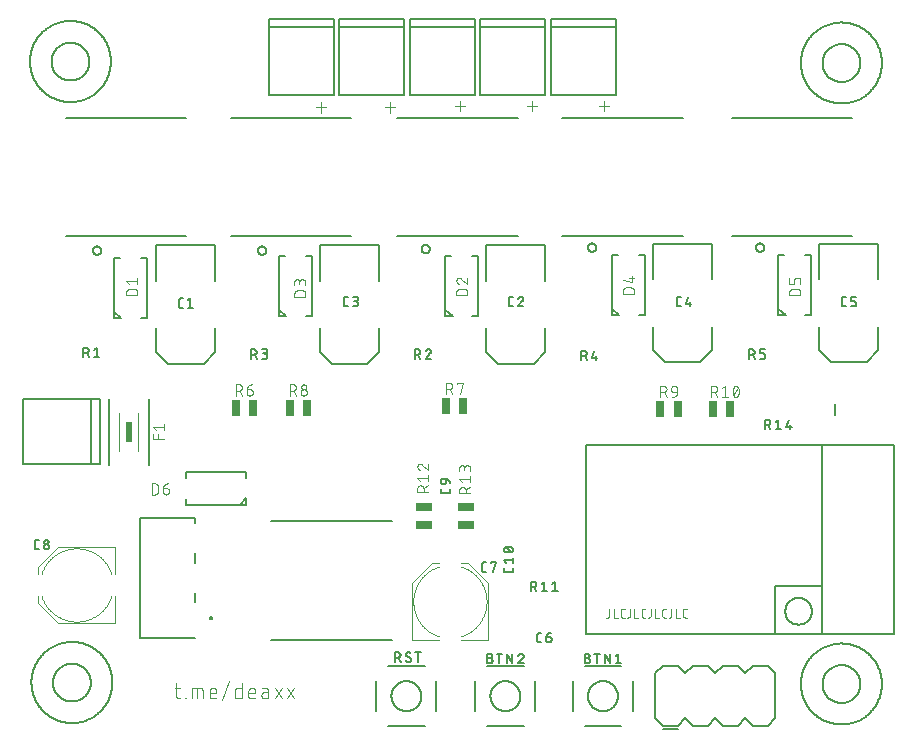
<source format=gbr>
G04 EAGLE Gerber RS-274X export*
G75*
%MOMM*%
%FSLAX34Y34*%
%LPD*%
%INSilkscreen Top*%
%IPPOS*%
%AMOC8*
5,1,8,0,0,1.08239X$1,22.5*%
G01*
%ADD10C,0.076200*%
%ADD11C,0.101600*%
%ADD12C,0.127000*%
%ADD13C,0.200000*%
%ADD14C,0.203200*%
%ADD15R,0.650000X1.400000*%
%ADD16R,1.400000X0.650000*%
%ADD17C,0.070000*%
%ADD18R,0.600000X1.800000*%
%ADD19R,0.600000X1.100000*%
%ADD20C,0.152400*%


D10*
X498136Y104267D02*
X498136Y98538D01*
X498134Y98460D01*
X498129Y98382D01*
X498119Y98305D01*
X498106Y98228D01*
X498090Y98152D01*
X498070Y98077D01*
X498046Y98003D01*
X498019Y97930D01*
X497988Y97858D01*
X497954Y97788D01*
X497917Y97720D01*
X497876Y97653D01*
X497832Y97588D01*
X497786Y97526D01*
X497736Y97466D01*
X497684Y97408D01*
X497629Y97353D01*
X497571Y97301D01*
X497511Y97251D01*
X497449Y97205D01*
X497384Y97161D01*
X497318Y97120D01*
X497249Y97083D01*
X497179Y97049D01*
X497107Y97018D01*
X497034Y96991D01*
X496960Y96967D01*
X496885Y96947D01*
X496809Y96931D01*
X496732Y96918D01*
X496655Y96908D01*
X496577Y96903D01*
X496499Y96901D01*
X495681Y96901D01*
X501830Y96901D02*
X501830Y104267D01*
X501830Y96901D02*
X505104Y96901D01*
X509524Y96901D02*
X511161Y96901D01*
X509524Y96901D02*
X509446Y96903D01*
X509368Y96908D01*
X509291Y96918D01*
X509214Y96931D01*
X509138Y96947D01*
X509063Y96967D01*
X508989Y96991D01*
X508916Y97018D01*
X508844Y97049D01*
X508774Y97083D01*
X508706Y97120D01*
X508639Y97161D01*
X508574Y97205D01*
X508512Y97251D01*
X508452Y97301D01*
X508394Y97353D01*
X508339Y97408D01*
X508287Y97466D01*
X508237Y97526D01*
X508191Y97588D01*
X508147Y97653D01*
X508106Y97720D01*
X508069Y97788D01*
X508035Y97858D01*
X508004Y97930D01*
X507977Y98003D01*
X507953Y98077D01*
X507933Y98152D01*
X507917Y98228D01*
X507904Y98305D01*
X507894Y98382D01*
X507889Y98460D01*
X507887Y98538D01*
X507888Y98538D02*
X507888Y102630D01*
X507887Y102630D02*
X507889Y102710D01*
X507895Y102790D01*
X507905Y102870D01*
X507918Y102949D01*
X507936Y103028D01*
X507957Y103105D01*
X507983Y103181D01*
X508012Y103256D01*
X508044Y103330D01*
X508080Y103402D01*
X508120Y103472D01*
X508163Y103539D01*
X508209Y103605D01*
X508259Y103668D01*
X508311Y103729D01*
X508366Y103788D01*
X508425Y103843D01*
X508485Y103895D01*
X508549Y103945D01*
X508615Y103991D01*
X508682Y104034D01*
X508752Y104074D01*
X508824Y104110D01*
X508898Y104142D01*
X508972Y104171D01*
X509049Y104197D01*
X509126Y104218D01*
X509205Y104236D01*
X509284Y104249D01*
X509364Y104259D01*
X509444Y104265D01*
X509524Y104267D01*
X511161Y104267D01*
X515693Y104267D02*
X515693Y98538D01*
X515691Y98460D01*
X515686Y98382D01*
X515676Y98305D01*
X515663Y98228D01*
X515647Y98152D01*
X515627Y98077D01*
X515603Y98003D01*
X515576Y97930D01*
X515545Y97858D01*
X515511Y97788D01*
X515474Y97720D01*
X515433Y97653D01*
X515389Y97588D01*
X515343Y97526D01*
X515293Y97466D01*
X515241Y97408D01*
X515186Y97353D01*
X515128Y97301D01*
X515068Y97251D01*
X515006Y97205D01*
X514941Y97161D01*
X514875Y97120D01*
X514806Y97083D01*
X514736Y97049D01*
X514664Y97018D01*
X514591Y96991D01*
X514517Y96967D01*
X514442Y96947D01*
X514366Y96931D01*
X514289Y96918D01*
X514212Y96908D01*
X514134Y96903D01*
X514056Y96901D01*
X513237Y96901D01*
X519387Y96901D02*
X519387Y104267D01*
X519387Y96901D02*
X522660Y96901D01*
X527081Y96901D02*
X528718Y96901D01*
X527081Y96901D02*
X527003Y96903D01*
X526925Y96908D01*
X526848Y96918D01*
X526771Y96931D01*
X526695Y96947D01*
X526620Y96967D01*
X526546Y96991D01*
X526473Y97018D01*
X526401Y97049D01*
X526331Y97083D01*
X526263Y97120D01*
X526196Y97161D01*
X526131Y97205D01*
X526069Y97251D01*
X526009Y97301D01*
X525951Y97353D01*
X525896Y97408D01*
X525844Y97466D01*
X525794Y97526D01*
X525748Y97588D01*
X525704Y97653D01*
X525663Y97720D01*
X525626Y97788D01*
X525592Y97858D01*
X525561Y97930D01*
X525534Y98003D01*
X525510Y98077D01*
X525490Y98152D01*
X525474Y98228D01*
X525461Y98305D01*
X525451Y98382D01*
X525446Y98460D01*
X525444Y98538D01*
X525444Y102630D01*
X525446Y102710D01*
X525452Y102790D01*
X525462Y102870D01*
X525475Y102949D01*
X525493Y103028D01*
X525514Y103105D01*
X525540Y103181D01*
X525569Y103256D01*
X525601Y103330D01*
X525637Y103402D01*
X525677Y103472D01*
X525720Y103539D01*
X525766Y103605D01*
X525816Y103668D01*
X525868Y103729D01*
X525923Y103788D01*
X525982Y103843D01*
X526042Y103895D01*
X526106Y103945D01*
X526172Y103991D01*
X526239Y104034D01*
X526309Y104074D01*
X526381Y104110D01*
X526455Y104142D01*
X526529Y104171D01*
X526606Y104197D01*
X526683Y104218D01*
X526762Y104236D01*
X526841Y104249D01*
X526921Y104259D01*
X527001Y104265D01*
X527081Y104267D01*
X528718Y104267D01*
X533249Y104267D02*
X533249Y98538D01*
X533247Y98460D01*
X533242Y98382D01*
X533232Y98305D01*
X533219Y98228D01*
X533203Y98152D01*
X533183Y98077D01*
X533159Y98003D01*
X533132Y97930D01*
X533101Y97858D01*
X533067Y97788D01*
X533030Y97720D01*
X532989Y97653D01*
X532945Y97588D01*
X532899Y97526D01*
X532849Y97466D01*
X532797Y97408D01*
X532742Y97353D01*
X532684Y97301D01*
X532624Y97251D01*
X532562Y97205D01*
X532497Y97161D01*
X532431Y97120D01*
X532362Y97083D01*
X532292Y97049D01*
X532220Y97018D01*
X532147Y96991D01*
X532073Y96967D01*
X531998Y96947D01*
X531922Y96931D01*
X531845Y96918D01*
X531768Y96908D01*
X531690Y96903D01*
X531612Y96901D01*
X530794Y96901D01*
X536943Y96901D02*
X536943Y104267D01*
X536943Y96901D02*
X540217Y96901D01*
X544637Y96901D02*
X546274Y96901D01*
X544637Y96901D02*
X544559Y96903D01*
X544481Y96908D01*
X544404Y96918D01*
X544327Y96931D01*
X544251Y96947D01*
X544176Y96967D01*
X544102Y96991D01*
X544029Y97018D01*
X543957Y97049D01*
X543887Y97083D01*
X543819Y97120D01*
X543752Y97161D01*
X543687Y97205D01*
X543625Y97251D01*
X543565Y97301D01*
X543507Y97353D01*
X543452Y97408D01*
X543400Y97466D01*
X543350Y97526D01*
X543304Y97588D01*
X543260Y97653D01*
X543219Y97720D01*
X543182Y97788D01*
X543148Y97858D01*
X543117Y97930D01*
X543090Y98003D01*
X543066Y98077D01*
X543046Y98152D01*
X543030Y98228D01*
X543017Y98305D01*
X543007Y98382D01*
X543002Y98460D01*
X543000Y98538D01*
X543000Y102630D01*
X543002Y102710D01*
X543008Y102790D01*
X543018Y102870D01*
X543031Y102949D01*
X543049Y103028D01*
X543070Y103105D01*
X543096Y103181D01*
X543125Y103256D01*
X543157Y103330D01*
X543193Y103402D01*
X543233Y103472D01*
X543276Y103539D01*
X543322Y103605D01*
X543372Y103668D01*
X543424Y103729D01*
X543479Y103788D01*
X543538Y103843D01*
X543598Y103895D01*
X543662Y103945D01*
X543728Y103991D01*
X543795Y104034D01*
X543865Y104074D01*
X543937Y104110D01*
X544011Y104142D01*
X544085Y104171D01*
X544162Y104197D01*
X544239Y104218D01*
X544318Y104236D01*
X544397Y104249D01*
X544477Y104259D01*
X544557Y104265D01*
X544637Y104267D01*
X546274Y104267D01*
X550805Y104267D02*
X550805Y98538D01*
X550806Y98538D02*
X550804Y98460D01*
X550799Y98382D01*
X550789Y98305D01*
X550776Y98228D01*
X550760Y98152D01*
X550740Y98077D01*
X550716Y98003D01*
X550689Y97930D01*
X550658Y97858D01*
X550624Y97788D01*
X550587Y97720D01*
X550546Y97653D01*
X550502Y97588D01*
X550456Y97526D01*
X550406Y97466D01*
X550354Y97408D01*
X550299Y97353D01*
X550241Y97301D01*
X550181Y97251D01*
X550119Y97205D01*
X550054Y97161D01*
X549988Y97120D01*
X549919Y97083D01*
X549849Y97049D01*
X549777Y97018D01*
X549704Y96991D01*
X549630Y96967D01*
X549555Y96947D01*
X549479Y96931D01*
X549402Y96918D01*
X549325Y96908D01*
X549247Y96903D01*
X549169Y96901D01*
X548350Y96901D01*
X554499Y96901D02*
X554499Y104267D01*
X554499Y96901D02*
X557773Y96901D01*
X562194Y96901D02*
X563830Y96901D01*
X562194Y96901D02*
X562116Y96903D01*
X562038Y96908D01*
X561961Y96918D01*
X561884Y96931D01*
X561808Y96947D01*
X561733Y96967D01*
X561659Y96991D01*
X561586Y97018D01*
X561514Y97049D01*
X561444Y97083D01*
X561376Y97120D01*
X561309Y97161D01*
X561244Y97205D01*
X561182Y97251D01*
X561122Y97301D01*
X561064Y97353D01*
X561009Y97408D01*
X560957Y97466D01*
X560907Y97526D01*
X560861Y97588D01*
X560817Y97653D01*
X560776Y97720D01*
X560739Y97788D01*
X560705Y97858D01*
X560674Y97930D01*
X560647Y98003D01*
X560623Y98077D01*
X560603Y98152D01*
X560587Y98228D01*
X560574Y98305D01*
X560564Y98382D01*
X560559Y98460D01*
X560557Y98538D01*
X560557Y102630D01*
X560559Y102710D01*
X560565Y102790D01*
X560575Y102870D01*
X560588Y102949D01*
X560606Y103028D01*
X560627Y103105D01*
X560653Y103181D01*
X560682Y103256D01*
X560714Y103330D01*
X560750Y103402D01*
X560790Y103472D01*
X560833Y103539D01*
X560879Y103605D01*
X560929Y103668D01*
X560981Y103729D01*
X561036Y103788D01*
X561095Y103843D01*
X561155Y103895D01*
X561219Y103945D01*
X561285Y103991D01*
X561352Y104034D01*
X561422Y104074D01*
X561494Y104110D01*
X561568Y104142D01*
X561642Y104171D01*
X561719Y104197D01*
X561796Y104218D01*
X561875Y104236D01*
X561954Y104249D01*
X562034Y104259D01*
X562114Y104265D01*
X562194Y104267D01*
X563830Y104267D01*
D11*
X134451Y37253D02*
X130048Y37253D01*
X131516Y41656D02*
X131516Y30649D01*
X131518Y30558D01*
X131524Y30467D01*
X131533Y30377D01*
X131546Y30287D01*
X131563Y30197D01*
X131583Y30109D01*
X131608Y30021D01*
X131635Y29934D01*
X131667Y29849D01*
X131701Y29765D01*
X131740Y29682D01*
X131781Y29601D01*
X131826Y29522D01*
X131874Y29445D01*
X131926Y29370D01*
X131980Y29297D01*
X132037Y29226D01*
X132098Y29158D01*
X132161Y29093D01*
X132226Y29030D01*
X132295Y28969D01*
X132365Y28912D01*
X132438Y28858D01*
X132513Y28806D01*
X132590Y28758D01*
X132669Y28713D01*
X132750Y28672D01*
X132833Y28633D01*
X132917Y28599D01*
X133002Y28567D01*
X133089Y28539D01*
X133177Y28515D01*
X133265Y28495D01*
X133355Y28478D01*
X133445Y28465D01*
X133535Y28456D01*
X133626Y28450D01*
X133717Y28448D01*
X134451Y28448D01*
X138808Y28448D02*
X138808Y29182D01*
X139542Y29182D01*
X139542Y28448D01*
X138808Y28448D01*
X145013Y28448D02*
X145013Y37253D01*
X151617Y37253D01*
X151708Y37251D01*
X151799Y37245D01*
X151889Y37236D01*
X151979Y37223D01*
X152069Y37206D01*
X152157Y37186D01*
X152245Y37161D01*
X152332Y37134D01*
X152417Y37102D01*
X152501Y37068D01*
X152584Y37029D01*
X152665Y36988D01*
X152744Y36943D01*
X152821Y36895D01*
X152896Y36843D01*
X152969Y36789D01*
X153040Y36732D01*
X153108Y36671D01*
X153173Y36608D01*
X153236Y36543D01*
X153297Y36475D01*
X153354Y36404D01*
X153408Y36331D01*
X153460Y36256D01*
X153508Y36179D01*
X153553Y36100D01*
X153594Y36019D01*
X153633Y35936D01*
X153667Y35852D01*
X153699Y35767D01*
X153726Y35680D01*
X153751Y35592D01*
X153771Y35504D01*
X153788Y35414D01*
X153801Y35324D01*
X153810Y35234D01*
X153816Y35143D01*
X153818Y35052D01*
X153819Y35052D02*
X153819Y28448D01*
X149416Y28448D02*
X149416Y37253D01*
X161910Y28448D02*
X165579Y28448D01*
X161910Y28448D02*
X161819Y28450D01*
X161728Y28456D01*
X161638Y28465D01*
X161548Y28478D01*
X161458Y28495D01*
X161370Y28515D01*
X161282Y28540D01*
X161195Y28567D01*
X161110Y28599D01*
X161026Y28633D01*
X160943Y28672D01*
X160862Y28713D01*
X160783Y28758D01*
X160706Y28806D01*
X160631Y28858D01*
X160558Y28912D01*
X160487Y28969D01*
X160419Y29030D01*
X160354Y29093D01*
X160291Y29158D01*
X160230Y29226D01*
X160173Y29297D01*
X160119Y29370D01*
X160067Y29445D01*
X160019Y29522D01*
X159974Y29601D01*
X159933Y29682D01*
X159894Y29765D01*
X159860Y29849D01*
X159828Y29934D01*
X159801Y30021D01*
X159776Y30109D01*
X159756Y30197D01*
X159739Y30287D01*
X159726Y30377D01*
X159717Y30467D01*
X159711Y30558D01*
X159709Y30649D01*
X159709Y34318D01*
X159711Y34425D01*
X159717Y34532D01*
X159727Y34639D01*
X159740Y34745D01*
X159758Y34851D01*
X159779Y34956D01*
X159804Y35060D01*
X159833Y35164D01*
X159866Y35266D01*
X159903Y35366D01*
X159943Y35466D01*
X159987Y35564D01*
X160034Y35660D01*
X160085Y35754D01*
X160139Y35847D01*
X160196Y35937D01*
X160257Y36026D01*
X160321Y36112D01*
X160388Y36195D01*
X160458Y36277D01*
X160531Y36355D01*
X160607Y36431D01*
X160685Y36504D01*
X160767Y36574D01*
X160850Y36641D01*
X160936Y36705D01*
X161025Y36766D01*
X161115Y36823D01*
X161208Y36877D01*
X161302Y36928D01*
X161398Y36975D01*
X161496Y37019D01*
X161596Y37059D01*
X161696Y37096D01*
X161798Y37129D01*
X161902Y37158D01*
X162006Y37183D01*
X162111Y37204D01*
X162217Y37222D01*
X162323Y37235D01*
X162430Y37245D01*
X162537Y37251D01*
X162644Y37253D01*
X162751Y37251D01*
X162858Y37245D01*
X162965Y37235D01*
X163071Y37222D01*
X163177Y37204D01*
X163282Y37183D01*
X163386Y37158D01*
X163490Y37129D01*
X163592Y37096D01*
X163692Y37059D01*
X163792Y37019D01*
X163890Y36975D01*
X163986Y36928D01*
X164080Y36877D01*
X164173Y36823D01*
X164263Y36766D01*
X164352Y36705D01*
X164438Y36641D01*
X164521Y36574D01*
X164603Y36504D01*
X164681Y36431D01*
X164757Y36355D01*
X164830Y36277D01*
X164900Y36195D01*
X164967Y36112D01*
X165031Y36026D01*
X165092Y35937D01*
X165149Y35847D01*
X165203Y35754D01*
X165254Y35660D01*
X165301Y35564D01*
X165345Y35466D01*
X165385Y35366D01*
X165422Y35266D01*
X165455Y35164D01*
X165484Y35060D01*
X165509Y34956D01*
X165530Y34851D01*
X165548Y34745D01*
X165561Y34639D01*
X165571Y34532D01*
X165577Y34425D01*
X165579Y34318D01*
X165579Y32851D01*
X159709Y32851D01*
X170377Y26980D02*
X176247Y43124D01*
X186853Y41656D02*
X186853Y28448D01*
X183184Y28448D01*
X183093Y28450D01*
X183002Y28456D01*
X182912Y28465D01*
X182822Y28478D01*
X182732Y28495D01*
X182644Y28515D01*
X182556Y28540D01*
X182469Y28567D01*
X182384Y28599D01*
X182300Y28633D01*
X182217Y28672D01*
X182136Y28713D01*
X182057Y28758D01*
X181980Y28806D01*
X181905Y28858D01*
X181832Y28912D01*
X181761Y28969D01*
X181693Y29030D01*
X181628Y29093D01*
X181565Y29158D01*
X181504Y29226D01*
X181447Y29297D01*
X181393Y29370D01*
X181341Y29445D01*
X181293Y29522D01*
X181248Y29601D01*
X181207Y29682D01*
X181168Y29765D01*
X181134Y29849D01*
X181102Y29934D01*
X181075Y30021D01*
X181050Y30109D01*
X181030Y30197D01*
X181013Y30287D01*
X181000Y30377D01*
X180991Y30467D01*
X180985Y30558D01*
X180983Y30649D01*
X180983Y35052D01*
X180985Y35143D01*
X180991Y35234D01*
X181000Y35324D01*
X181013Y35414D01*
X181030Y35504D01*
X181050Y35592D01*
X181075Y35680D01*
X181102Y35767D01*
X181134Y35852D01*
X181168Y35936D01*
X181207Y36019D01*
X181248Y36100D01*
X181293Y36179D01*
X181341Y36256D01*
X181393Y36331D01*
X181447Y36404D01*
X181504Y36475D01*
X181565Y36543D01*
X181628Y36608D01*
X181693Y36671D01*
X181761Y36732D01*
X181832Y36789D01*
X181905Y36843D01*
X181980Y36895D01*
X182057Y36943D01*
X182136Y36988D01*
X182217Y37029D01*
X182300Y37068D01*
X182384Y37102D01*
X182469Y37134D01*
X182556Y37161D01*
X182644Y37186D01*
X182732Y37206D01*
X182822Y37223D01*
X182912Y37236D01*
X183002Y37245D01*
X183093Y37251D01*
X183184Y37253D01*
X186853Y37253D01*
X194768Y28448D02*
X198437Y28448D01*
X194768Y28448D02*
X194677Y28450D01*
X194586Y28456D01*
X194496Y28465D01*
X194406Y28478D01*
X194316Y28495D01*
X194228Y28515D01*
X194140Y28540D01*
X194053Y28567D01*
X193968Y28599D01*
X193884Y28633D01*
X193801Y28672D01*
X193720Y28713D01*
X193641Y28758D01*
X193564Y28806D01*
X193489Y28858D01*
X193416Y28912D01*
X193345Y28969D01*
X193277Y29030D01*
X193212Y29093D01*
X193149Y29158D01*
X193088Y29226D01*
X193031Y29297D01*
X192977Y29370D01*
X192925Y29445D01*
X192877Y29522D01*
X192832Y29601D01*
X192791Y29682D01*
X192752Y29765D01*
X192718Y29849D01*
X192686Y29934D01*
X192659Y30021D01*
X192634Y30109D01*
X192614Y30197D01*
X192597Y30287D01*
X192584Y30377D01*
X192575Y30467D01*
X192569Y30558D01*
X192567Y30649D01*
X192567Y34318D01*
X192569Y34425D01*
X192575Y34532D01*
X192585Y34639D01*
X192598Y34745D01*
X192616Y34851D01*
X192637Y34956D01*
X192662Y35060D01*
X192691Y35164D01*
X192724Y35266D01*
X192761Y35366D01*
X192801Y35466D01*
X192845Y35564D01*
X192892Y35660D01*
X192943Y35754D01*
X192997Y35847D01*
X193054Y35937D01*
X193115Y36026D01*
X193179Y36112D01*
X193246Y36195D01*
X193316Y36277D01*
X193389Y36355D01*
X193465Y36431D01*
X193543Y36504D01*
X193625Y36574D01*
X193708Y36641D01*
X193794Y36705D01*
X193883Y36766D01*
X193973Y36823D01*
X194066Y36877D01*
X194160Y36928D01*
X194256Y36975D01*
X194354Y37019D01*
X194454Y37059D01*
X194554Y37096D01*
X194656Y37129D01*
X194760Y37158D01*
X194864Y37183D01*
X194969Y37204D01*
X195075Y37222D01*
X195181Y37235D01*
X195288Y37245D01*
X195395Y37251D01*
X195502Y37253D01*
X195609Y37251D01*
X195716Y37245D01*
X195823Y37235D01*
X195929Y37222D01*
X196035Y37204D01*
X196140Y37183D01*
X196244Y37158D01*
X196348Y37129D01*
X196450Y37096D01*
X196550Y37059D01*
X196650Y37019D01*
X196748Y36975D01*
X196844Y36928D01*
X196938Y36877D01*
X197031Y36823D01*
X197121Y36766D01*
X197210Y36705D01*
X197296Y36641D01*
X197379Y36574D01*
X197461Y36504D01*
X197539Y36431D01*
X197615Y36355D01*
X197688Y36277D01*
X197758Y36195D01*
X197825Y36112D01*
X197889Y36026D01*
X197950Y35937D01*
X198007Y35847D01*
X198061Y35754D01*
X198112Y35660D01*
X198159Y35564D01*
X198203Y35466D01*
X198243Y35366D01*
X198280Y35266D01*
X198313Y35164D01*
X198342Y35060D01*
X198367Y34956D01*
X198388Y34851D01*
X198406Y34745D01*
X198419Y34639D01*
X198429Y34532D01*
X198435Y34425D01*
X198437Y34318D01*
X198437Y32851D01*
X192567Y32851D01*
X206167Y33584D02*
X209469Y33584D01*
X206167Y33584D02*
X206067Y33582D01*
X205968Y33576D01*
X205869Y33567D01*
X205770Y33553D01*
X205672Y33536D01*
X205575Y33515D01*
X205478Y33490D01*
X205383Y33461D01*
X205289Y33429D01*
X205196Y33393D01*
X205104Y33354D01*
X205014Y33311D01*
X204926Y33264D01*
X204840Y33215D01*
X204756Y33162D01*
X204674Y33105D01*
X204594Y33046D01*
X204516Y32983D01*
X204441Y32918D01*
X204369Y32849D01*
X204299Y32778D01*
X204232Y32705D01*
X204168Y32628D01*
X204107Y32550D01*
X204049Y32468D01*
X203995Y32385D01*
X203943Y32300D01*
X203895Y32213D01*
X203850Y32124D01*
X203809Y32033D01*
X203771Y31941D01*
X203737Y31847D01*
X203707Y31753D01*
X203680Y31657D01*
X203657Y31560D01*
X203638Y31462D01*
X203623Y31364D01*
X203611Y31265D01*
X203603Y31165D01*
X203599Y31066D01*
X203599Y30966D01*
X203603Y30867D01*
X203611Y30767D01*
X203623Y30668D01*
X203638Y30570D01*
X203657Y30472D01*
X203680Y30375D01*
X203707Y30279D01*
X203737Y30185D01*
X203771Y30091D01*
X203809Y29999D01*
X203850Y29908D01*
X203895Y29819D01*
X203943Y29732D01*
X203995Y29647D01*
X204049Y29564D01*
X204107Y29482D01*
X204168Y29404D01*
X204232Y29327D01*
X204299Y29254D01*
X204369Y29183D01*
X204441Y29114D01*
X204516Y29049D01*
X204594Y28986D01*
X204674Y28927D01*
X204756Y28870D01*
X204840Y28817D01*
X204926Y28768D01*
X205014Y28721D01*
X205104Y28678D01*
X205196Y28639D01*
X205289Y28603D01*
X205383Y28571D01*
X205478Y28542D01*
X205575Y28517D01*
X205672Y28496D01*
X205770Y28479D01*
X205869Y28465D01*
X205968Y28456D01*
X206067Y28450D01*
X206167Y28448D01*
X209469Y28448D01*
X209469Y35052D01*
X209467Y35143D01*
X209461Y35234D01*
X209452Y35324D01*
X209439Y35414D01*
X209422Y35504D01*
X209402Y35592D01*
X209377Y35680D01*
X209350Y35767D01*
X209318Y35852D01*
X209284Y35936D01*
X209245Y36019D01*
X209204Y36100D01*
X209159Y36179D01*
X209111Y36256D01*
X209059Y36331D01*
X209005Y36404D01*
X208948Y36475D01*
X208887Y36543D01*
X208824Y36608D01*
X208759Y36671D01*
X208691Y36732D01*
X208620Y36789D01*
X208547Y36843D01*
X208472Y36895D01*
X208395Y36943D01*
X208316Y36988D01*
X208235Y37029D01*
X208152Y37068D01*
X208068Y37102D01*
X207983Y37134D01*
X207896Y37161D01*
X207808Y37186D01*
X207720Y37206D01*
X207630Y37223D01*
X207540Y37236D01*
X207450Y37245D01*
X207359Y37251D01*
X207268Y37253D01*
X204333Y37253D01*
X214756Y28448D02*
X220626Y37253D01*
X214756Y37253D02*
X220626Y28448D01*
X224997Y28448D02*
X230868Y37253D01*
X224997Y37253D02*
X230868Y28448D01*
X249428Y528884D02*
X258233Y528884D01*
X253831Y524482D02*
X253831Y533287D01*
X307848Y528884D02*
X316653Y528884D01*
X312251Y524482D02*
X312251Y533287D01*
X367538Y530154D02*
X376343Y530154D01*
X371941Y525752D02*
X371941Y534557D01*
X428498Y530154D02*
X437303Y530154D01*
X432901Y525752D02*
X432901Y534557D01*
X489458Y530154D02*
X498263Y530154D01*
X493861Y525752D02*
X493861Y534557D01*
D12*
X61030Y407670D02*
X61032Y407788D01*
X61038Y407906D01*
X61048Y408024D01*
X61062Y408141D01*
X61080Y408258D01*
X61102Y408375D01*
X61127Y408490D01*
X61157Y408604D01*
X61191Y408718D01*
X61228Y408830D01*
X61269Y408941D01*
X61314Y409050D01*
X61362Y409158D01*
X61414Y409264D01*
X61470Y409369D01*
X61529Y409471D01*
X61591Y409571D01*
X61657Y409669D01*
X61726Y409765D01*
X61799Y409859D01*
X61874Y409950D01*
X61953Y410038D01*
X62034Y410124D01*
X62119Y410207D01*
X62206Y410287D01*
X62295Y410364D01*
X62388Y410438D01*
X62482Y410508D01*
X62579Y410576D01*
X62679Y410640D01*
X62780Y410701D01*
X62883Y410758D01*
X62989Y410812D01*
X63096Y410863D01*
X63204Y410909D01*
X63314Y410952D01*
X63426Y410991D01*
X63539Y411027D01*
X63653Y411058D01*
X63768Y411086D01*
X63883Y411110D01*
X64000Y411130D01*
X64117Y411146D01*
X64235Y411158D01*
X64353Y411166D01*
X64471Y411170D01*
X64589Y411170D01*
X64707Y411166D01*
X64825Y411158D01*
X64943Y411146D01*
X65060Y411130D01*
X65177Y411110D01*
X65292Y411086D01*
X65407Y411058D01*
X65521Y411027D01*
X65634Y410991D01*
X65746Y410952D01*
X65856Y410909D01*
X65964Y410863D01*
X66071Y410812D01*
X66177Y410758D01*
X66280Y410701D01*
X66381Y410640D01*
X66481Y410576D01*
X66578Y410508D01*
X66672Y410438D01*
X66765Y410364D01*
X66854Y410287D01*
X66941Y410207D01*
X67026Y410124D01*
X67107Y410038D01*
X67186Y409950D01*
X67261Y409859D01*
X67334Y409765D01*
X67403Y409669D01*
X67469Y409571D01*
X67531Y409471D01*
X67590Y409369D01*
X67646Y409264D01*
X67698Y409158D01*
X67746Y409050D01*
X67791Y408941D01*
X67832Y408830D01*
X67869Y408718D01*
X67903Y408604D01*
X67933Y408490D01*
X67958Y408375D01*
X67980Y408258D01*
X67998Y408141D01*
X68012Y408024D01*
X68022Y407906D01*
X68028Y407788D01*
X68030Y407670D01*
X68028Y407552D01*
X68022Y407434D01*
X68012Y407316D01*
X67998Y407199D01*
X67980Y407082D01*
X67958Y406965D01*
X67933Y406850D01*
X67903Y406736D01*
X67869Y406622D01*
X67832Y406510D01*
X67791Y406399D01*
X67746Y406290D01*
X67698Y406182D01*
X67646Y406076D01*
X67590Y405971D01*
X67531Y405869D01*
X67469Y405769D01*
X67403Y405671D01*
X67334Y405575D01*
X67261Y405481D01*
X67186Y405390D01*
X67107Y405302D01*
X67026Y405216D01*
X66941Y405133D01*
X66854Y405053D01*
X66765Y404976D01*
X66672Y404902D01*
X66578Y404832D01*
X66481Y404764D01*
X66381Y404700D01*
X66280Y404639D01*
X66177Y404582D01*
X66071Y404528D01*
X65964Y404477D01*
X65856Y404431D01*
X65746Y404388D01*
X65634Y404349D01*
X65521Y404313D01*
X65407Y404282D01*
X65292Y404254D01*
X65177Y404230D01*
X65060Y404210D01*
X64943Y404194D01*
X64825Y404182D01*
X64707Y404174D01*
X64589Y404170D01*
X64471Y404170D01*
X64353Y404174D01*
X64235Y404182D01*
X64117Y404194D01*
X64000Y404210D01*
X63883Y404230D01*
X63768Y404254D01*
X63653Y404282D01*
X63539Y404313D01*
X63426Y404349D01*
X63314Y404388D01*
X63204Y404431D01*
X63096Y404477D01*
X62989Y404528D01*
X62883Y404582D01*
X62780Y404639D01*
X62679Y404700D01*
X62579Y404764D01*
X62482Y404832D01*
X62388Y404902D01*
X62295Y404976D01*
X62206Y405053D01*
X62119Y405133D01*
X62034Y405216D01*
X61953Y405302D01*
X61874Y405390D01*
X61799Y405481D01*
X61726Y405575D01*
X61657Y405671D01*
X61591Y405769D01*
X61529Y405869D01*
X61470Y405971D01*
X61414Y406076D01*
X61362Y406182D01*
X61314Y406290D01*
X61269Y406399D01*
X61228Y406510D01*
X61191Y406622D01*
X61157Y406736D01*
X61127Y406850D01*
X61102Y406965D01*
X61080Y407082D01*
X61062Y407199D01*
X61048Y407316D01*
X61038Y407434D01*
X61032Y407552D01*
X61030Y407670D01*
D13*
X37900Y519900D02*
X139900Y519900D01*
X139900Y419900D02*
X37900Y419900D01*
X78740Y355600D02*
X78740Y350520D01*
X78740Y355600D02*
X78740Y401320D01*
X106680Y401320D02*
X106680Y350520D01*
X101600Y350520D01*
X85090Y350520D02*
X78740Y355600D01*
X78740Y350520D02*
X85090Y350520D01*
X83820Y401320D02*
X78740Y401320D01*
X101600Y401320D02*
X106680Y401320D01*
D10*
X98679Y369855D02*
X89281Y369855D01*
X89281Y372466D01*
X89283Y372566D01*
X89289Y372666D01*
X89298Y372765D01*
X89312Y372865D01*
X89329Y372963D01*
X89350Y373061D01*
X89374Y373158D01*
X89403Y373254D01*
X89435Y373349D01*
X89470Y373442D01*
X89509Y373534D01*
X89552Y373625D01*
X89598Y373713D01*
X89648Y373800D01*
X89700Y373885D01*
X89756Y373968D01*
X89815Y374049D01*
X89878Y374127D01*
X89943Y374203D01*
X90011Y374277D01*
X90081Y374347D01*
X90155Y374415D01*
X90231Y374480D01*
X90309Y374543D01*
X90390Y374602D01*
X90473Y374658D01*
X90558Y374710D01*
X90645Y374760D01*
X90733Y374806D01*
X90824Y374849D01*
X90916Y374888D01*
X91009Y374923D01*
X91104Y374955D01*
X91200Y374984D01*
X91297Y375008D01*
X91395Y375029D01*
X91493Y375046D01*
X91593Y375060D01*
X91692Y375069D01*
X91792Y375075D01*
X91892Y375077D01*
X91892Y375076D02*
X96068Y375076D01*
X96068Y375077D02*
X96168Y375075D01*
X96268Y375069D01*
X96367Y375060D01*
X96467Y375046D01*
X96565Y375029D01*
X96663Y375008D01*
X96760Y374984D01*
X96856Y374955D01*
X96951Y374923D01*
X97044Y374888D01*
X97136Y374849D01*
X97227Y374806D01*
X97315Y374760D01*
X97402Y374710D01*
X97487Y374658D01*
X97570Y374602D01*
X97651Y374543D01*
X97729Y374480D01*
X97805Y374415D01*
X97879Y374347D01*
X97949Y374277D01*
X98017Y374203D01*
X98082Y374127D01*
X98145Y374049D01*
X98204Y373968D01*
X98260Y373885D01*
X98312Y373800D01*
X98362Y373713D01*
X98408Y373625D01*
X98451Y373534D01*
X98490Y373442D01*
X98525Y373349D01*
X98557Y373254D01*
X98586Y373158D01*
X98610Y373061D01*
X98631Y372963D01*
X98648Y372865D01*
X98662Y372765D01*
X98671Y372666D01*
X98677Y372566D01*
X98679Y372466D01*
X98679Y369855D01*
X91369Y379304D02*
X89281Y381914D01*
X98679Y381914D01*
X98679Y379304D02*
X98679Y384525D01*
D14*
X52912Y325374D02*
X52912Y317246D01*
X52912Y325374D02*
X55170Y325374D01*
X55263Y325372D01*
X55356Y325366D01*
X55449Y325357D01*
X55542Y325343D01*
X55633Y325326D01*
X55724Y325305D01*
X55814Y325280D01*
X55903Y325252D01*
X55991Y325220D01*
X56077Y325184D01*
X56162Y325145D01*
X56245Y325102D01*
X56326Y325056D01*
X56405Y325006D01*
X56482Y324954D01*
X56557Y324898D01*
X56629Y324839D01*
X56699Y324777D01*
X56767Y324713D01*
X56831Y324645D01*
X56893Y324575D01*
X56952Y324503D01*
X57008Y324428D01*
X57060Y324351D01*
X57110Y324272D01*
X57156Y324191D01*
X57199Y324108D01*
X57238Y324023D01*
X57274Y323937D01*
X57306Y323849D01*
X57334Y323760D01*
X57359Y323670D01*
X57380Y323579D01*
X57397Y323488D01*
X57411Y323395D01*
X57420Y323302D01*
X57426Y323209D01*
X57428Y323116D01*
X57426Y323023D01*
X57420Y322930D01*
X57411Y322837D01*
X57397Y322744D01*
X57380Y322653D01*
X57359Y322562D01*
X57334Y322472D01*
X57306Y322383D01*
X57274Y322295D01*
X57238Y322209D01*
X57199Y322124D01*
X57156Y322041D01*
X57110Y321960D01*
X57060Y321881D01*
X57008Y321804D01*
X56952Y321729D01*
X56893Y321657D01*
X56831Y321587D01*
X56767Y321519D01*
X56699Y321455D01*
X56629Y321393D01*
X56557Y321334D01*
X56482Y321278D01*
X56405Y321226D01*
X56326Y321176D01*
X56245Y321130D01*
X56162Y321087D01*
X56077Y321048D01*
X55991Y321012D01*
X55903Y320980D01*
X55814Y320952D01*
X55724Y320927D01*
X55633Y320906D01*
X55542Y320889D01*
X55449Y320875D01*
X55356Y320866D01*
X55263Y320860D01*
X55170Y320858D01*
X52912Y320858D01*
X55621Y320858D02*
X57427Y317246D01*
X61953Y323568D02*
X64210Y325374D01*
X64210Y317246D01*
X61953Y317246D02*
X66468Y317246D01*
X164700Y381950D02*
X164700Y411950D01*
X114700Y411950D01*
X114700Y381950D01*
X164700Y341950D02*
X164700Y321950D01*
X154700Y311950D01*
X124700Y311950D01*
X114700Y321950D01*
X114700Y341950D01*
X135415Y359156D02*
X137221Y359156D01*
X135415Y359156D02*
X135332Y359158D01*
X135248Y359164D01*
X135165Y359173D01*
X135083Y359187D01*
X135002Y359204D01*
X134921Y359225D01*
X134841Y359250D01*
X134763Y359278D01*
X134686Y359310D01*
X134610Y359345D01*
X134536Y359384D01*
X134464Y359427D01*
X134394Y359472D01*
X134327Y359521D01*
X134261Y359573D01*
X134198Y359627D01*
X134138Y359685D01*
X134080Y359745D01*
X134026Y359808D01*
X133974Y359874D01*
X133925Y359941D01*
X133880Y360011D01*
X133837Y360083D01*
X133798Y360157D01*
X133763Y360233D01*
X133731Y360310D01*
X133703Y360388D01*
X133678Y360468D01*
X133657Y360549D01*
X133640Y360630D01*
X133626Y360712D01*
X133617Y360795D01*
X133611Y360879D01*
X133609Y360962D01*
X133609Y365478D01*
X133611Y365561D01*
X133617Y365645D01*
X133626Y365728D01*
X133640Y365810D01*
X133657Y365891D01*
X133678Y365972D01*
X133703Y366052D01*
X133731Y366130D01*
X133763Y366207D01*
X133798Y366283D01*
X133837Y366357D01*
X133880Y366429D01*
X133925Y366499D01*
X133974Y366566D01*
X134026Y366632D01*
X134080Y366695D01*
X134138Y366755D01*
X134198Y366813D01*
X134261Y366867D01*
X134327Y366919D01*
X134394Y366968D01*
X134464Y367013D01*
X134536Y367056D01*
X134610Y367095D01*
X134685Y367130D01*
X134763Y367162D01*
X134841Y367190D01*
X134921Y367215D01*
X135001Y367236D01*
X135083Y367253D01*
X135165Y367267D01*
X135248Y367276D01*
X135332Y367282D01*
X135415Y367284D01*
X137221Y367284D01*
X141275Y365478D02*
X143533Y367284D01*
X143533Y359156D01*
X141275Y359156D02*
X145791Y359156D01*
X209790Y604000D02*
X264790Y604000D01*
X264790Y596500D01*
X264790Y539000D01*
X209790Y539000D01*
X209790Y596500D01*
X209790Y604000D01*
X209790Y596500D02*
X264790Y596500D01*
D12*
X339160Y408940D02*
X339162Y409058D01*
X339168Y409176D01*
X339178Y409294D01*
X339192Y409411D01*
X339210Y409528D01*
X339232Y409645D01*
X339257Y409760D01*
X339287Y409874D01*
X339321Y409988D01*
X339358Y410100D01*
X339399Y410211D01*
X339444Y410320D01*
X339492Y410428D01*
X339544Y410534D01*
X339600Y410639D01*
X339659Y410741D01*
X339721Y410841D01*
X339787Y410939D01*
X339856Y411035D01*
X339929Y411129D01*
X340004Y411220D01*
X340083Y411308D01*
X340164Y411394D01*
X340249Y411477D01*
X340336Y411557D01*
X340425Y411634D01*
X340518Y411708D01*
X340612Y411778D01*
X340709Y411846D01*
X340809Y411910D01*
X340910Y411971D01*
X341013Y412028D01*
X341119Y412082D01*
X341226Y412133D01*
X341334Y412179D01*
X341444Y412222D01*
X341556Y412261D01*
X341669Y412297D01*
X341783Y412328D01*
X341898Y412356D01*
X342013Y412380D01*
X342130Y412400D01*
X342247Y412416D01*
X342365Y412428D01*
X342483Y412436D01*
X342601Y412440D01*
X342719Y412440D01*
X342837Y412436D01*
X342955Y412428D01*
X343073Y412416D01*
X343190Y412400D01*
X343307Y412380D01*
X343422Y412356D01*
X343537Y412328D01*
X343651Y412297D01*
X343764Y412261D01*
X343876Y412222D01*
X343986Y412179D01*
X344094Y412133D01*
X344201Y412082D01*
X344307Y412028D01*
X344410Y411971D01*
X344511Y411910D01*
X344611Y411846D01*
X344708Y411778D01*
X344802Y411708D01*
X344895Y411634D01*
X344984Y411557D01*
X345071Y411477D01*
X345156Y411394D01*
X345237Y411308D01*
X345316Y411220D01*
X345391Y411129D01*
X345464Y411035D01*
X345533Y410939D01*
X345599Y410841D01*
X345661Y410741D01*
X345720Y410639D01*
X345776Y410534D01*
X345828Y410428D01*
X345876Y410320D01*
X345921Y410211D01*
X345962Y410100D01*
X345999Y409988D01*
X346033Y409874D01*
X346063Y409760D01*
X346088Y409645D01*
X346110Y409528D01*
X346128Y409411D01*
X346142Y409294D01*
X346152Y409176D01*
X346158Y409058D01*
X346160Y408940D01*
X346158Y408822D01*
X346152Y408704D01*
X346142Y408586D01*
X346128Y408469D01*
X346110Y408352D01*
X346088Y408235D01*
X346063Y408120D01*
X346033Y408006D01*
X345999Y407892D01*
X345962Y407780D01*
X345921Y407669D01*
X345876Y407560D01*
X345828Y407452D01*
X345776Y407346D01*
X345720Y407241D01*
X345661Y407139D01*
X345599Y407039D01*
X345533Y406941D01*
X345464Y406845D01*
X345391Y406751D01*
X345316Y406660D01*
X345237Y406572D01*
X345156Y406486D01*
X345071Y406403D01*
X344984Y406323D01*
X344895Y406246D01*
X344802Y406172D01*
X344708Y406102D01*
X344611Y406034D01*
X344511Y405970D01*
X344410Y405909D01*
X344307Y405852D01*
X344201Y405798D01*
X344094Y405747D01*
X343986Y405701D01*
X343876Y405658D01*
X343764Y405619D01*
X343651Y405583D01*
X343537Y405552D01*
X343422Y405524D01*
X343307Y405500D01*
X343190Y405480D01*
X343073Y405464D01*
X342955Y405452D01*
X342837Y405444D01*
X342719Y405440D01*
X342601Y405440D01*
X342483Y405444D01*
X342365Y405452D01*
X342247Y405464D01*
X342130Y405480D01*
X342013Y405500D01*
X341898Y405524D01*
X341783Y405552D01*
X341669Y405583D01*
X341556Y405619D01*
X341444Y405658D01*
X341334Y405701D01*
X341226Y405747D01*
X341119Y405798D01*
X341013Y405852D01*
X340910Y405909D01*
X340809Y405970D01*
X340709Y406034D01*
X340612Y406102D01*
X340518Y406172D01*
X340425Y406246D01*
X340336Y406323D01*
X340249Y406403D01*
X340164Y406486D01*
X340083Y406572D01*
X340004Y406660D01*
X339929Y406751D01*
X339856Y406845D01*
X339787Y406941D01*
X339721Y407039D01*
X339659Y407139D01*
X339600Y407241D01*
X339544Y407346D01*
X339492Y407452D01*
X339444Y407560D01*
X339399Y407669D01*
X339358Y407780D01*
X339321Y407892D01*
X339287Y408006D01*
X339257Y408120D01*
X339232Y408235D01*
X339210Y408352D01*
X339192Y408469D01*
X339178Y408586D01*
X339168Y408704D01*
X339162Y408822D01*
X339160Y408940D01*
D13*
X318570Y519900D02*
X420570Y519900D01*
X420570Y419900D02*
X318570Y419900D01*
X359410Y356870D02*
X359410Y351790D01*
X359410Y356870D02*
X359410Y402590D01*
X387350Y402590D02*
X387350Y351790D01*
X382270Y351790D01*
X365760Y351790D02*
X359410Y356870D01*
X359410Y351790D02*
X365760Y351790D01*
X364490Y402590D02*
X359410Y402590D01*
X382270Y402590D02*
X387350Y402590D01*
D10*
X378079Y369855D02*
X368681Y369855D01*
X368681Y372466D01*
X368683Y372566D01*
X368689Y372666D01*
X368698Y372765D01*
X368712Y372865D01*
X368729Y372963D01*
X368750Y373061D01*
X368774Y373158D01*
X368803Y373254D01*
X368835Y373349D01*
X368870Y373442D01*
X368909Y373534D01*
X368952Y373625D01*
X368998Y373713D01*
X369048Y373800D01*
X369100Y373885D01*
X369156Y373968D01*
X369215Y374049D01*
X369278Y374127D01*
X369343Y374203D01*
X369411Y374277D01*
X369481Y374347D01*
X369555Y374415D01*
X369631Y374480D01*
X369709Y374543D01*
X369790Y374602D01*
X369873Y374658D01*
X369958Y374710D01*
X370045Y374760D01*
X370133Y374806D01*
X370224Y374849D01*
X370316Y374888D01*
X370409Y374923D01*
X370504Y374955D01*
X370600Y374984D01*
X370697Y375008D01*
X370795Y375029D01*
X370893Y375046D01*
X370993Y375060D01*
X371092Y375069D01*
X371192Y375075D01*
X371292Y375077D01*
X371292Y375076D02*
X375468Y375076D01*
X375468Y375077D02*
X375568Y375075D01*
X375668Y375069D01*
X375767Y375060D01*
X375867Y375046D01*
X375965Y375029D01*
X376063Y375008D01*
X376160Y374984D01*
X376256Y374955D01*
X376351Y374923D01*
X376444Y374888D01*
X376536Y374849D01*
X376627Y374806D01*
X376715Y374760D01*
X376802Y374710D01*
X376887Y374658D01*
X376970Y374602D01*
X377051Y374543D01*
X377129Y374480D01*
X377205Y374415D01*
X377279Y374347D01*
X377349Y374277D01*
X377417Y374203D01*
X377482Y374127D01*
X377545Y374049D01*
X377604Y373968D01*
X377660Y373885D01*
X377712Y373800D01*
X377762Y373713D01*
X377808Y373625D01*
X377851Y373534D01*
X377890Y373442D01*
X377925Y373349D01*
X377957Y373254D01*
X377986Y373158D01*
X378010Y373061D01*
X378031Y372963D01*
X378048Y372865D01*
X378062Y372765D01*
X378071Y372666D01*
X378077Y372566D01*
X378079Y372466D01*
X378079Y369855D01*
X368681Y382175D02*
X368683Y382270D01*
X368689Y382364D01*
X368698Y382458D01*
X368711Y382552D01*
X368728Y382645D01*
X368749Y382737D01*
X368774Y382829D01*
X368802Y382919D01*
X368834Y383008D01*
X368869Y383096D01*
X368908Y383182D01*
X368950Y383267D01*
X368996Y383350D01*
X369045Y383431D01*
X369097Y383510D01*
X369152Y383587D01*
X369211Y383661D01*
X369272Y383733D01*
X369336Y383803D01*
X369403Y383870D01*
X369473Y383934D01*
X369545Y383995D01*
X369619Y384054D01*
X369696Y384109D01*
X369775Y384161D01*
X369856Y384210D01*
X369939Y384256D01*
X370024Y384298D01*
X370110Y384337D01*
X370198Y384372D01*
X370287Y384404D01*
X370377Y384432D01*
X370469Y384457D01*
X370561Y384478D01*
X370654Y384495D01*
X370748Y384508D01*
X370842Y384517D01*
X370936Y384523D01*
X371031Y384525D01*
X368681Y382175D02*
X368683Y382067D01*
X368689Y381958D01*
X368699Y381850D01*
X368712Y381743D01*
X368730Y381636D01*
X368751Y381529D01*
X368776Y381424D01*
X368805Y381319D01*
X368837Y381216D01*
X368874Y381114D01*
X368914Y381013D01*
X368957Y380914D01*
X369004Y380816D01*
X369055Y380720D01*
X369109Y380626D01*
X369166Y380534D01*
X369227Y380444D01*
X369291Y380356D01*
X369357Y380271D01*
X369427Y380188D01*
X369500Y380108D01*
X369576Y380030D01*
X369654Y379955D01*
X369735Y379883D01*
X369819Y379814D01*
X369905Y379748D01*
X369993Y379685D01*
X370084Y379626D01*
X370176Y379569D01*
X370271Y379516D01*
X370368Y379467D01*
X370466Y379421D01*
X370565Y379378D01*
X370667Y379339D01*
X370769Y379304D01*
X372859Y383742D02*
X372790Y383811D01*
X372719Y383877D01*
X372646Y383941D01*
X372570Y384002D01*
X372491Y384060D01*
X372411Y384114D01*
X372328Y384166D01*
X372244Y384214D01*
X372158Y384260D01*
X372070Y384301D01*
X371980Y384340D01*
X371889Y384375D01*
X371797Y384406D01*
X371704Y384434D01*
X371610Y384458D01*
X371515Y384478D01*
X371419Y384495D01*
X371322Y384508D01*
X371225Y384517D01*
X371128Y384523D01*
X371031Y384525D01*
X372858Y383742D02*
X378079Y379304D01*
X378079Y384525D01*
D14*
X333582Y324104D02*
X333582Y315976D01*
X333582Y324104D02*
X335840Y324104D01*
X335933Y324102D01*
X336026Y324096D01*
X336119Y324087D01*
X336212Y324073D01*
X336303Y324056D01*
X336394Y324035D01*
X336484Y324010D01*
X336573Y323982D01*
X336661Y323950D01*
X336747Y323914D01*
X336832Y323875D01*
X336915Y323832D01*
X336996Y323786D01*
X337075Y323736D01*
X337152Y323684D01*
X337227Y323628D01*
X337299Y323569D01*
X337369Y323507D01*
X337437Y323443D01*
X337501Y323375D01*
X337563Y323305D01*
X337622Y323233D01*
X337678Y323158D01*
X337730Y323081D01*
X337780Y323002D01*
X337826Y322921D01*
X337869Y322838D01*
X337908Y322753D01*
X337944Y322667D01*
X337976Y322579D01*
X338004Y322490D01*
X338029Y322400D01*
X338050Y322309D01*
X338067Y322218D01*
X338081Y322125D01*
X338090Y322032D01*
X338096Y321939D01*
X338098Y321846D01*
X338096Y321753D01*
X338090Y321660D01*
X338081Y321567D01*
X338067Y321474D01*
X338050Y321383D01*
X338029Y321292D01*
X338004Y321202D01*
X337976Y321113D01*
X337944Y321025D01*
X337908Y320939D01*
X337869Y320854D01*
X337826Y320771D01*
X337780Y320690D01*
X337730Y320611D01*
X337678Y320534D01*
X337622Y320459D01*
X337563Y320387D01*
X337501Y320317D01*
X337437Y320249D01*
X337369Y320185D01*
X337299Y320123D01*
X337227Y320064D01*
X337152Y320008D01*
X337075Y319956D01*
X336996Y319906D01*
X336915Y319860D01*
X336832Y319817D01*
X336747Y319778D01*
X336661Y319742D01*
X336573Y319710D01*
X336484Y319682D01*
X336394Y319657D01*
X336303Y319636D01*
X336212Y319619D01*
X336119Y319605D01*
X336026Y319596D01*
X335933Y319590D01*
X335840Y319588D01*
X333582Y319588D01*
X336291Y319588D02*
X338097Y315976D01*
X345106Y324104D02*
X345195Y324102D01*
X345283Y324096D01*
X345371Y324087D01*
X345459Y324073D01*
X345546Y324056D01*
X345632Y324035D01*
X345717Y324010D01*
X345801Y323981D01*
X345884Y323949D01*
X345965Y323914D01*
X346044Y323874D01*
X346122Y323832D01*
X346198Y323786D01*
X346272Y323737D01*
X346343Y323684D01*
X346412Y323629D01*
X346479Y323570D01*
X346543Y323509D01*
X346604Y323445D01*
X346663Y323378D01*
X346718Y323309D01*
X346771Y323238D01*
X346820Y323164D01*
X346866Y323088D01*
X346908Y323010D01*
X346948Y322931D01*
X346983Y322850D01*
X347015Y322767D01*
X347044Y322683D01*
X347069Y322598D01*
X347090Y322512D01*
X347107Y322425D01*
X347121Y322337D01*
X347130Y322249D01*
X347136Y322161D01*
X347138Y322072D01*
X345106Y324104D02*
X345007Y324102D01*
X344907Y324096D01*
X344808Y324087D01*
X344710Y324074D01*
X344611Y324057D01*
X344514Y324036D01*
X344418Y324012D01*
X344322Y323984D01*
X344228Y323952D01*
X344135Y323917D01*
X344043Y323878D01*
X343953Y323836D01*
X343865Y323790D01*
X343778Y323741D01*
X343693Y323689D01*
X343611Y323633D01*
X343530Y323575D01*
X343452Y323513D01*
X343376Y323449D01*
X343303Y323382D01*
X343232Y323312D01*
X343165Y323239D01*
X343099Y323164D01*
X343037Y323086D01*
X342978Y323006D01*
X342922Y322924D01*
X342869Y322840D01*
X342819Y322753D01*
X342773Y322665D01*
X342730Y322576D01*
X342690Y322484D01*
X342654Y322391D01*
X342622Y322297D01*
X346462Y320491D02*
X346528Y320557D01*
X346591Y320625D01*
X346651Y320696D01*
X346708Y320770D01*
X346762Y320845D01*
X346812Y320923D01*
X346860Y321004D01*
X346903Y321086D01*
X346944Y321170D01*
X346980Y321255D01*
X347013Y321342D01*
X347043Y321430D01*
X347068Y321520D01*
X347090Y321610D01*
X347107Y321702D01*
X347121Y321794D01*
X347131Y321886D01*
X347137Y321979D01*
X347139Y322072D01*
X346461Y320492D02*
X342623Y315976D01*
X347138Y315976D01*
X444100Y381950D02*
X444100Y411950D01*
X394100Y411950D01*
X394100Y381950D01*
X444100Y341950D02*
X444100Y321950D01*
X434100Y311950D01*
X404100Y311950D01*
X394100Y321950D01*
X394100Y341950D01*
X414815Y360426D02*
X416621Y360426D01*
X414815Y360426D02*
X414732Y360428D01*
X414648Y360434D01*
X414565Y360443D01*
X414483Y360457D01*
X414402Y360474D01*
X414321Y360495D01*
X414241Y360520D01*
X414163Y360548D01*
X414086Y360580D01*
X414010Y360615D01*
X413936Y360654D01*
X413864Y360697D01*
X413794Y360742D01*
X413727Y360791D01*
X413661Y360843D01*
X413598Y360897D01*
X413538Y360955D01*
X413480Y361015D01*
X413426Y361078D01*
X413374Y361144D01*
X413325Y361211D01*
X413280Y361281D01*
X413237Y361353D01*
X413198Y361427D01*
X413163Y361503D01*
X413131Y361580D01*
X413103Y361658D01*
X413078Y361738D01*
X413057Y361819D01*
X413040Y361900D01*
X413026Y361982D01*
X413017Y362065D01*
X413011Y362149D01*
X413009Y362232D01*
X413009Y366748D01*
X413011Y366831D01*
X413017Y366915D01*
X413026Y366998D01*
X413040Y367080D01*
X413057Y367161D01*
X413078Y367242D01*
X413103Y367322D01*
X413131Y367400D01*
X413163Y367477D01*
X413198Y367553D01*
X413237Y367627D01*
X413280Y367699D01*
X413325Y367769D01*
X413374Y367836D01*
X413426Y367902D01*
X413480Y367965D01*
X413538Y368025D01*
X413598Y368083D01*
X413661Y368137D01*
X413727Y368189D01*
X413794Y368238D01*
X413864Y368283D01*
X413936Y368326D01*
X414010Y368365D01*
X414085Y368400D01*
X414163Y368432D01*
X414241Y368460D01*
X414321Y368485D01*
X414401Y368506D01*
X414483Y368523D01*
X414565Y368537D01*
X414648Y368546D01*
X414732Y368552D01*
X414815Y368554D01*
X416621Y368554D01*
X423159Y368554D02*
X423248Y368552D01*
X423336Y368546D01*
X423424Y368537D01*
X423512Y368523D01*
X423599Y368506D01*
X423685Y368485D01*
X423770Y368460D01*
X423854Y368431D01*
X423937Y368399D01*
X424018Y368364D01*
X424097Y368324D01*
X424175Y368282D01*
X424251Y368236D01*
X424325Y368187D01*
X424396Y368134D01*
X424465Y368079D01*
X424532Y368020D01*
X424596Y367959D01*
X424657Y367895D01*
X424716Y367828D01*
X424771Y367759D01*
X424824Y367688D01*
X424873Y367614D01*
X424919Y367538D01*
X424961Y367460D01*
X425001Y367381D01*
X425036Y367300D01*
X425068Y367217D01*
X425097Y367133D01*
X425122Y367048D01*
X425143Y366962D01*
X425160Y366875D01*
X425174Y366787D01*
X425183Y366699D01*
X425189Y366611D01*
X425191Y366522D01*
X423159Y368554D02*
X423060Y368552D01*
X422960Y368546D01*
X422861Y368537D01*
X422763Y368524D01*
X422664Y368507D01*
X422567Y368486D01*
X422471Y368462D01*
X422375Y368434D01*
X422281Y368402D01*
X422188Y368367D01*
X422096Y368328D01*
X422006Y368286D01*
X421918Y368240D01*
X421831Y368191D01*
X421746Y368139D01*
X421664Y368083D01*
X421583Y368025D01*
X421505Y367963D01*
X421429Y367899D01*
X421356Y367832D01*
X421285Y367762D01*
X421218Y367689D01*
X421152Y367614D01*
X421090Y367536D01*
X421031Y367456D01*
X420975Y367374D01*
X420922Y367290D01*
X420872Y367203D01*
X420826Y367115D01*
X420783Y367026D01*
X420743Y366934D01*
X420707Y366841D01*
X420675Y366747D01*
X424514Y364941D02*
X424580Y365007D01*
X424643Y365075D01*
X424703Y365146D01*
X424760Y365220D01*
X424814Y365295D01*
X424864Y365373D01*
X424912Y365454D01*
X424955Y365536D01*
X424996Y365620D01*
X425032Y365705D01*
X425065Y365792D01*
X425095Y365880D01*
X425120Y365970D01*
X425142Y366060D01*
X425159Y366152D01*
X425173Y366244D01*
X425183Y366336D01*
X425189Y366429D01*
X425191Y366522D01*
X424514Y364942D02*
X420675Y360426D01*
X425191Y360426D01*
X384170Y604000D02*
X329170Y604000D01*
X384170Y604000D02*
X384170Y596500D01*
X384170Y539000D01*
X329170Y539000D01*
X329170Y596500D01*
X329170Y604000D01*
X329170Y596500D02*
X384170Y596500D01*
D12*
X200730Y407670D02*
X200732Y407788D01*
X200738Y407906D01*
X200748Y408024D01*
X200762Y408141D01*
X200780Y408258D01*
X200802Y408375D01*
X200827Y408490D01*
X200857Y408604D01*
X200891Y408718D01*
X200928Y408830D01*
X200969Y408941D01*
X201014Y409050D01*
X201062Y409158D01*
X201114Y409264D01*
X201170Y409369D01*
X201229Y409471D01*
X201291Y409571D01*
X201357Y409669D01*
X201426Y409765D01*
X201499Y409859D01*
X201574Y409950D01*
X201653Y410038D01*
X201734Y410124D01*
X201819Y410207D01*
X201906Y410287D01*
X201995Y410364D01*
X202088Y410438D01*
X202182Y410508D01*
X202279Y410576D01*
X202379Y410640D01*
X202480Y410701D01*
X202583Y410758D01*
X202689Y410812D01*
X202796Y410863D01*
X202904Y410909D01*
X203014Y410952D01*
X203126Y410991D01*
X203239Y411027D01*
X203353Y411058D01*
X203468Y411086D01*
X203583Y411110D01*
X203700Y411130D01*
X203817Y411146D01*
X203935Y411158D01*
X204053Y411166D01*
X204171Y411170D01*
X204289Y411170D01*
X204407Y411166D01*
X204525Y411158D01*
X204643Y411146D01*
X204760Y411130D01*
X204877Y411110D01*
X204992Y411086D01*
X205107Y411058D01*
X205221Y411027D01*
X205334Y410991D01*
X205446Y410952D01*
X205556Y410909D01*
X205664Y410863D01*
X205771Y410812D01*
X205877Y410758D01*
X205980Y410701D01*
X206081Y410640D01*
X206181Y410576D01*
X206278Y410508D01*
X206372Y410438D01*
X206465Y410364D01*
X206554Y410287D01*
X206641Y410207D01*
X206726Y410124D01*
X206807Y410038D01*
X206886Y409950D01*
X206961Y409859D01*
X207034Y409765D01*
X207103Y409669D01*
X207169Y409571D01*
X207231Y409471D01*
X207290Y409369D01*
X207346Y409264D01*
X207398Y409158D01*
X207446Y409050D01*
X207491Y408941D01*
X207532Y408830D01*
X207569Y408718D01*
X207603Y408604D01*
X207633Y408490D01*
X207658Y408375D01*
X207680Y408258D01*
X207698Y408141D01*
X207712Y408024D01*
X207722Y407906D01*
X207728Y407788D01*
X207730Y407670D01*
X207728Y407552D01*
X207722Y407434D01*
X207712Y407316D01*
X207698Y407199D01*
X207680Y407082D01*
X207658Y406965D01*
X207633Y406850D01*
X207603Y406736D01*
X207569Y406622D01*
X207532Y406510D01*
X207491Y406399D01*
X207446Y406290D01*
X207398Y406182D01*
X207346Y406076D01*
X207290Y405971D01*
X207231Y405869D01*
X207169Y405769D01*
X207103Y405671D01*
X207034Y405575D01*
X206961Y405481D01*
X206886Y405390D01*
X206807Y405302D01*
X206726Y405216D01*
X206641Y405133D01*
X206554Y405053D01*
X206465Y404976D01*
X206372Y404902D01*
X206278Y404832D01*
X206181Y404764D01*
X206081Y404700D01*
X205980Y404639D01*
X205877Y404582D01*
X205771Y404528D01*
X205664Y404477D01*
X205556Y404431D01*
X205446Y404388D01*
X205334Y404349D01*
X205221Y404313D01*
X205107Y404282D01*
X204992Y404254D01*
X204877Y404230D01*
X204760Y404210D01*
X204643Y404194D01*
X204525Y404182D01*
X204407Y404174D01*
X204289Y404170D01*
X204171Y404170D01*
X204053Y404174D01*
X203935Y404182D01*
X203817Y404194D01*
X203700Y404210D01*
X203583Y404230D01*
X203468Y404254D01*
X203353Y404282D01*
X203239Y404313D01*
X203126Y404349D01*
X203014Y404388D01*
X202904Y404431D01*
X202796Y404477D01*
X202689Y404528D01*
X202583Y404582D01*
X202480Y404639D01*
X202379Y404700D01*
X202279Y404764D01*
X202182Y404832D01*
X202088Y404902D01*
X201995Y404976D01*
X201906Y405053D01*
X201819Y405133D01*
X201734Y405216D01*
X201653Y405302D01*
X201574Y405390D01*
X201499Y405481D01*
X201426Y405575D01*
X201357Y405671D01*
X201291Y405769D01*
X201229Y405869D01*
X201170Y405971D01*
X201114Y406076D01*
X201062Y406182D01*
X201014Y406290D01*
X200969Y406399D01*
X200928Y406510D01*
X200891Y406622D01*
X200857Y406736D01*
X200827Y406850D01*
X200802Y406965D01*
X200780Y407082D01*
X200762Y407199D01*
X200748Y407316D01*
X200738Y407434D01*
X200732Y407552D01*
X200730Y407670D01*
D13*
X177600Y519900D02*
X279600Y519900D01*
X279600Y419900D02*
X177600Y419900D01*
X218440Y356870D02*
X218440Y351790D01*
X218440Y356870D02*
X218440Y402590D01*
X246380Y402590D02*
X246380Y351790D01*
X241300Y351790D01*
X224790Y351790D02*
X218440Y356870D01*
X218440Y351790D02*
X224790Y351790D01*
X223520Y402590D02*
X218440Y402590D01*
X241300Y402590D02*
X246380Y402590D01*
D10*
X240919Y368585D02*
X231521Y368585D01*
X231521Y371196D01*
X231523Y371296D01*
X231529Y371396D01*
X231538Y371495D01*
X231552Y371595D01*
X231569Y371693D01*
X231590Y371791D01*
X231614Y371888D01*
X231643Y371984D01*
X231675Y372079D01*
X231710Y372172D01*
X231749Y372264D01*
X231792Y372355D01*
X231838Y372443D01*
X231888Y372530D01*
X231940Y372615D01*
X231996Y372698D01*
X232055Y372779D01*
X232118Y372857D01*
X232183Y372933D01*
X232251Y373007D01*
X232321Y373077D01*
X232395Y373145D01*
X232471Y373210D01*
X232549Y373273D01*
X232630Y373332D01*
X232713Y373388D01*
X232798Y373440D01*
X232885Y373490D01*
X232973Y373536D01*
X233064Y373579D01*
X233156Y373618D01*
X233249Y373653D01*
X233344Y373685D01*
X233440Y373714D01*
X233537Y373738D01*
X233635Y373759D01*
X233733Y373776D01*
X233833Y373790D01*
X233932Y373799D01*
X234032Y373805D01*
X234132Y373807D01*
X234132Y373806D02*
X238308Y373806D01*
X238308Y373807D02*
X238408Y373805D01*
X238508Y373799D01*
X238607Y373790D01*
X238707Y373776D01*
X238805Y373759D01*
X238903Y373738D01*
X239000Y373714D01*
X239096Y373685D01*
X239191Y373653D01*
X239284Y373618D01*
X239376Y373579D01*
X239467Y373536D01*
X239555Y373490D01*
X239642Y373440D01*
X239727Y373388D01*
X239810Y373332D01*
X239891Y373273D01*
X239969Y373210D01*
X240045Y373145D01*
X240119Y373077D01*
X240189Y373007D01*
X240257Y372933D01*
X240322Y372857D01*
X240385Y372779D01*
X240444Y372698D01*
X240500Y372615D01*
X240552Y372530D01*
X240602Y372443D01*
X240648Y372355D01*
X240691Y372264D01*
X240730Y372172D01*
X240765Y372079D01*
X240797Y371984D01*
X240826Y371888D01*
X240850Y371791D01*
X240871Y371693D01*
X240888Y371595D01*
X240902Y371495D01*
X240911Y371396D01*
X240917Y371296D01*
X240919Y371196D01*
X240919Y368585D01*
X240919Y378034D02*
X240919Y380644D01*
X240917Y380745D01*
X240911Y380846D01*
X240901Y380947D01*
X240888Y381047D01*
X240870Y381147D01*
X240849Y381246D01*
X240823Y381344D01*
X240794Y381441D01*
X240762Y381537D01*
X240725Y381631D01*
X240685Y381724D01*
X240641Y381816D01*
X240594Y381905D01*
X240543Y381993D01*
X240489Y382079D01*
X240432Y382162D01*
X240372Y382244D01*
X240308Y382322D01*
X240242Y382399D01*
X240172Y382472D01*
X240100Y382543D01*
X240025Y382611D01*
X239947Y382676D01*
X239867Y382738D01*
X239785Y382797D01*
X239700Y382853D01*
X239614Y382905D01*
X239525Y382954D01*
X239434Y383000D01*
X239342Y383041D01*
X239248Y383080D01*
X239153Y383114D01*
X239057Y383145D01*
X238959Y383172D01*
X238861Y383196D01*
X238761Y383215D01*
X238661Y383231D01*
X238561Y383243D01*
X238460Y383251D01*
X238359Y383255D01*
X238257Y383255D01*
X238156Y383251D01*
X238055Y383243D01*
X237955Y383231D01*
X237855Y383215D01*
X237755Y383196D01*
X237657Y383172D01*
X237559Y383145D01*
X237463Y383114D01*
X237368Y383080D01*
X237274Y383041D01*
X237182Y383000D01*
X237091Y382954D01*
X237003Y382905D01*
X236916Y382853D01*
X236831Y382797D01*
X236749Y382738D01*
X236669Y382676D01*
X236591Y382611D01*
X236516Y382543D01*
X236444Y382472D01*
X236374Y382399D01*
X236308Y382322D01*
X236244Y382244D01*
X236184Y382162D01*
X236127Y382079D01*
X236073Y381993D01*
X236022Y381905D01*
X235975Y381816D01*
X235931Y381724D01*
X235891Y381631D01*
X235854Y381537D01*
X235822Y381441D01*
X235793Y381344D01*
X235767Y381246D01*
X235746Y381147D01*
X235728Y381047D01*
X235715Y380947D01*
X235705Y380846D01*
X235699Y380745D01*
X235697Y380644D01*
X231521Y381167D02*
X231521Y378034D01*
X231521Y381167D02*
X231523Y381257D01*
X231529Y381346D01*
X231538Y381436D01*
X231552Y381525D01*
X231569Y381613D01*
X231590Y381700D01*
X231615Y381787D01*
X231644Y381872D01*
X231676Y381956D01*
X231711Y382038D01*
X231751Y382119D01*
X231793Y382198D01*
X231839Y382275D01*
X231889Y382350D01*
X231941Y382423D01*
X231997Y382494D01*
X232055Y382562D01*
X232117Y382627D01*
X232181Y382690D01*
X232248Y382750D01*
X232317Y382807D01*
X232389Y382861D01*
X232463Y382912D01*
X232539Y382960D01*
X232617Y383004D01*
X232697Y383045D01*
X232779Y383083D01*
X232862Y383117D01*
X232947Y383147D01*
X233033Y383174D01*
X233119Y383197D01*
X233207Y383216D01*
X233296Y383231D01*
X233385Y383243D01*
X233474Y383251D01*
X233564Y383255D01*
X233654Y383255D01*
X233744Y383251D01*
X233833Y383243D01*
X233922Y383231D01*
X234011Y383216D01*
X234099Y383197D01*
X234185Y383174D01*
X234271Y383147D01*
X234356Y383117D01*
X234439Y383083D01*
X234521Y383045D01*
X234601Y383004D01*
X234679Y382960D01*
X234755Y382912D01*
X234829Y382861D01*
X234901Y382807D01*
X234970Y382750D01*
X235037Y382690D01*
X235101Y382627D01*
X235163Y382562D01*
X235221Y382494D01*
X235277Y382423D01*
X235329Y382350D01*
X235379Y382275D01*
X235425Y382198D01*
X235467Y382119D01*
X235507Y382038D01*
X235542Y381956D01*
X235574Y381872D01*
X235603Y381787D01*
X235628Y381700D01*
X235649Y381613D01*
X235666Y381525D01*
X235680Y381436D01*
X235689Y381346D01*
X235695Y381257D01*
X235697Y381167D01*
X235698Y381167D02*
X235698Y379078D01*
D14*
X195152Y324104D02*
X195152Y315976D01*
X195152Y324104D02*
X197410Y324104D01*
X197503Y324102D01*
X197596Y324096D01*
X197689Y324087D01*
X197782Y324073D01*
X197873Y324056D01*
X197964Y324035D01*
X198054Y324010D01*
X198143Y323982D01*
X198231Y323950D01*
X198317Y323914D01*
X198402Y323875D01*
X198485Y323832D01*
X198566Y323786D01*
X198645Y323736D01*
X198722Y323684D01*
X198797Y323628D01*
X198869Y323569D01*
X198939Y323507D01*
X199007Y323443D01*
X199071Y323375D01*
X199133Y323305D01*
X199192Y323233D01*
X199248Y323158D01*
X199300Y323081D01*
X199350Y323002D01*
X199396Y322921D01*
X199439Y322838D01*
X199478Y322753D01*
X199514Y322667D01*
X199546Y322579D01*
X199574Y322490D01*
X199599Y322400D01*
X199620Y322309D01*
X199637Y322218D01*
X199651Y322125D01*
X199660Y322032D01*
X199666Y321939D01*
X199668Y321846D01*
X199666Y321753D01*
X199660Y321660D01*
X199651Y321567D01*
X199637Y321474D01*
X199620Y321383D01*
X199599Y321292D01*
X199574Y321202D01*
X199546Y321113D01*
X199514Y321025D01*
X199478Y320939D01*
X199439Y320854D01*
X199396Y320771D01*
X199350Y320690D01*
X199300Y320611D01*
X199248Y320534D01*
X199192Y320459D01*
X199133Y320387D01*
X199071Y320317D01*
X199007Y320249D01*
X198939Y320185D01*
X198869Y320123D01*
X198797Y320064D01*
X198722Y320008D01*
X198645Y319956D01*
X198566Y319906D01*
X198485Y319860D01*
X198402Y319817D01*
X198317Y319778D01*
X198231Y319742D01*
X198143Y319710D01*
X198054Y319682D01*
X197964Y319657D01*
X197873Y319636D01*
X197782Y319619D01*
X197689Y319605D01*
X197596Y319596D01*
X197503Y319590D01*
X197410Y319588D01*
X195152Y319588D01*
X197861Y319588D02*
X199667Y315976D01*
X204193Y315976D02*
X206450Y315976D01*
X206543Y315978D01*
X206636Y315984D01*
X206729Y315993D01*
X206822Y316007D01*
X206913Y316024D01*
X207004Y316045D01*
X207094Y316070D01*
X207183Y316098D01*
X207271Y316130D01*
X207357Y316166D01*
X207442Y316205D01*
X207525Y316248D01*
X207606Y316294D01*
X207685Y316344D01*
X207762Y316396D01*
X207837Y316452D01*
X207909Y316511D01*
X207979Y316573D01*
X208047Y316637D01*
X208111Y316705D01*
X208173Y316775D01*
X208232Y316847D01*
X208288Y316922D01*
X208340Y316999D01*
X208390Y317078D01*
X208436Y317159D01*
X208479Y317242D01*
X208518Y317327D01*
X208554Y317413D01*
X208586Y317501D01*
X208614Y317590D01*
X208639Y317680D01*
X208660Y317771D01*
X208677Y317862D01*
X208691Y317955D01*
X208700Y318048D01*
X208706Y318141D01*
X208708Y318234D01*
X208706Y318327D01*
X208700Y318420D01*
X208691Y318513D01*
X208677Y318606D01*
X208660Y318697D01*
X208639Y318788D01*
X208614Y318878D01*
X208586Y318967D01*
X208554Y319055D01*
X208518Y319141D01*
X208479Y319226D01*
X208436Y319309D01*
X208390Y319390D01*
X208340Y319469D01*
X208288Y319546D01*
X208232Y319621D01*
X208173Y319693D01*
X208111Y319763D01*
X208047Y319831D01*
X207979Y319895D01*
X207909Y319957D01*
X207837Y320016D01*
X207762Y320072D01*
X207685Y320124D01*
X207606Y320174D01*
X207525Y320220D01*
X207442Y320263D01*
X207357Y320302D01*
X207271Y320338D01*
X207183Y320370D01*
X207094Y320398D01*
X207004Y320423D01*
X206913Y320444D01*
X206822Y320461D01*
X206729Y320475D01*
X206636Y320484D01*
X206543Y320490D01*
X206450Y320492D01*
X206902Y324104D02*
X204193Y324104D01*
X206902Y324104D02*
X206985Y324102D01*
X207069Y324096D01*
X207152Y324087D01*
X207234Y324073D01*
X207315Y324056D01*
X207396Y324035D01*
X207476Y324010D01*
X207554Y323982D01*
X207631Y323950D01*
X207707Y323915D01*
X207781Y323876D01*
X207853Y323833D01*
X207923Y323788D01*
X207990Y323739D01*
X208056Y323687D01*
X208119Y323633D01*
X208179Y323575D01*
X208237Y323515D01*
X208291Y323452D01*
X208343Y323386D01*
X208392Y323319D01*
X208437Y323249D01*
X208480Y323177D01*
X208519Y323103D01*
X208554Y323027D01*
X208586Y322950D01*
X208614Y322872D01*
X208639Y322792D01*
X208660Y322711D01*
X208677Y322630D01*
X208691Y322548D01*
X208700Y322465D01*
X208706Y322381D01*
X208708Y322298D01*
X208706Y322215D01*
X208700Y322131D01*
X208691Y322048D01*
X208677Y321966D01*
X208660Y321885D01*
X208639Y321804D01*
X208614Y321724D01*
X208586Y321646D01*
X208554Y321569D01*
X208519Y321493D01*
X208480Y321419D01*
X208437Y321347D01*
X208392Y321277D01*
X208343Y321210D01*
X208291Y321144D01*
X208237Y321081D01*
X208179Y321021D01*
X208119Y320963D01*
X208056Y320909D01*
X207990Y320857D01*
X207923Y320808D01*
X207853Y320763D01*
X207781Y320720D01*
X207707Y320681D01*
X207631Y320646D01*
X207554Y320614D01*
X207476Y320586D01*
X207396Y320561D01*
X207315Y320540D01*
X207234Y320523D01*
X207152Y320509D01*
X207069Y320500D01*
X206985Y320494D01*
X206902Y320492D01*
X205096Y320492D01*
X303130Y381950D02*
X303130Y411950D01*
X253130Y411950D01*
X253130Y381950D01*
X303130Y341950D02*
X303130Y321950D01*
X293130Y311950D01*
X263130Y311950D01*
X253130Y321950D01*
X253130Y341950D01*
X275115Y360426D02*
X276921Y360426D01*
X275115Y360426D02*
X275032Y360428D01*
X274948Y360434D01*
X274865Y360443D01*
X274783Y360457D01*
X274702Y360474D01*
X274621Y360495D01*
X274541Y360520D01*
X274463Y360548D01*
X274386Y360580D01*
X274310Y360615D01*
X274236Y360654D01*
X274164Y360697D01*
X274094Y360742D01*
X274027Y360791D01*
X273961Y360843D01*
X273898Y360897D01*
X273838Y360955D01*
X273780Y361015D01*
X273726Y361078D01*
X273674Y361144D01*
X273625Y361211D01*
X273580Y361281D01*
X273537Y361353D01*
X273498Y361427D01*
X273463Y361503D01*
X273431Y361580D01*
X273403Y361658D01*
X273378Y361738D01*
X273357Y361819D01*
X273340Y361900D01*
X273326Y361982D01*
X273317Y362065D01*
X273311Y362149D01*
X273309Y362232D01*
X273309Y366748D01*
X273311Y366831D01*
X273317Y366915D01*
X273326Y366998D01*
X273340Y367080D01*
X273357Y367161D01*
X273378Y367242D01*
X273403Y367322D01*
X273431Y367400D01*
X273463Y367477D01*
X273498Y367553D01*
X273537Y367627D01*
X273580Y367699D01*
X273625Y367769D01*
X273674Y367836D01*
X273726Y367902D01*
X273780Y367965D01*
X273838Y368025D01*
X273898Y368083D01*
X273961Y368137D01*
X274027Y368189D01*
X274094Y368238D01*
X274164Y368283D01*
X274236Y368326D01*
X274310Y368365D01*
X274385Y368400D01*
X274463Y368432D01*
X274541Y368460D01*
X274621Y368485D01*
X274701Y368506D01*
X274783Y368523D01*
X274865Y368537D01*
X274948Y368546D01*
X275032Y368552D01*
X275115Y368554D01*
X276921Y368554D01*
X280975Y360426D02*
X283233Y360426D01*
X283326Y360428D01*
X283419Y360434D01*
X283512Y360443D01*
X283605Y360457D01*
X283696Y360474D01*
X283787Y360495D01*
X283877Y360520D01*
X283966Y360548D01*
X284054Y360580D01*
X284140Y360616D01*
X284225Y360655D01*
X284308Y360698D01*
X284389Y360744D01*
X284468Y360794D01*
X284545Y360846D01*
X284620Y360902D01*
X284692Y360961D01*
X284762Y361023D01*
X284830Y361087D01*
X284894Y361155D01*
X284956Y361225D01*
X285015Y361297D01*
X285071Y361372D01*
X285123Y361449D01*
X285173Y361528D01*
X285219Y361609D01*
X285262Y361692D01*
X285301Y361777D01*
X285337Y361863D01*
X285369Y361951D01*
X285397Y362040D01*
X285422Y362130D01*
X285443Y362221D01*
X285460Y362312D01*
X285474Y362405D01*
X285483Y362498D01*
X285489Y362591D01*
X285491Y362684D01*
X285489Y362777D01*
X285483Y362870D01*
X285474Y362963D01*
X285460Y363056D01*
X285443Y363147D01*
X285422Y363238D01*
X285397Y363328D01*
X285369Y363417D01*
X285337Y363505D01*
X285301Y363591D01*
X285262Y363676D01*
X285219Y363759D01*
X285173Y363840D01*
X285123Y363919D01*
X285071Y363996D01*
X285015Y364071D01*
X284956Y364143D01*
X284894Y364213D01*
X284830Y364281D01*
X284762Y364345D01*
X284692Y364407D01*
X284620Y364466D01*
X284545Y364522D01*
X284468Y364574D01*
X284389Y364624D01*
X284308Y364670D01*
X284225Y364713D01*
X284140Y364752D01*
X284054Y364788D01*
X283966Y364820D01*
X283877Y364848D01*
X283787Y364873D01*
X283696Y364894D01*
X283605Y364911D01*
X283512Y364925D01*
X283419Y364934D01*
X283326Y364940D01*
X283233Y364942D01*
X283685Y368554D02*
X280975Y368554D01*
X283685Y368554D02*
X283768Y368552D01*
X283852Y368546D01*
X283935Y368537D01*
X284017Y368523D01*
X284098Y368506D01*
X284179Y368485D01*
X284259Y368460D01*
X284337Y368432D01*
X284414Y368400D01*
X284490Y368365D01*
X284564Y368326D01*
X284636Y368283D01*
X284706Y368238D01*
X284773Y368189D01*
X284839Y368137D01*
X284902Y368083D01*
X284962Y368025D01*
X285020Y367965D01*
X285074Y367902D01*
X285126Y367836D01*
X285175Y367769D01*
X285220Y367699D01*
X285263Y367627D01*
X285302Y367553D01*
X285337Y367477D01*
X285369Y367400D01*
X285397Y367322D01*
X285422Y367242D01*
X285443Y367161D01*
X285460Y367080D01*
X285474Y366998D01*
X285483Y366915D01*
X285489Y366831D01*
X285491Y366748D01*
X285489Y366665D01*
X285483Y366581D01*
X285474Y366498D01*
X285460Y366416D01*
X285443Y366335D01*
X285422Y366254D01*
X285397Y366174D01*
X285369Y366096D01*
X285337Y366019D01*
X285302Y365943D01*
X285263Y365869D01*
X285220Y365797D01*
X285175Y365727D01*
X285126Y365660D01*
X285074Y365594D01*
X285020Y365531D01*
X284962Y365471D01*
X284902Y365413D01*
X284839Y365359D01*
X284773Y365307D01*
X284706Y365258D01*
X284636Y365213D01*
X284564Y365170D01*
X284490Y365131D01*
X284414Y365096D01*
X284337Y365064D01*
X284259Y365036D01*
X284179Y365011D01*
X284098Y364990D01*
X284017Y364973D01*
X283935Y364959D01*
X283852Y364950D01*
X283768Y364944D01*
X283685Y364942D01*
X281879Y364942D01*
X269480Y604000D02*
X324480Y604000D01*
X324480Y596500D01*
X324480Y539000D01*
X269480Y539000D01*
X269480Y596500D01*
X269480Y604000D01*
X269480Y596500D02*
X324480Y596500D01*
D12*
X480130Y410210D02*
X480132Y410328D01*
X480138Y410446D01*
X480148Y410564D01*
X480162Y410681D01*
X480180Y410798D01*
X480202Y410915D01*
X480227Y411030D01*
X480257Y411144D01*
X480291Y411258D01*
X480328Y411370D01*
X480369Y411481D01*
X480414Y411590D01*
X480462Y411698D01*
X480514Y411804D01*
X480570Y411909D01*
X480629Y412011D01*
X480691Y412111D01*
X480757Y412209D01*
X480826Y412305D01*
X480899Y412399D01*
X480974Y412490D01*
X481053Y412578D01*
X481134Y412664D01*
X481219Y412747D01*
X481306Y412827D01*
X481395Y412904D01*
X481488Y412978D01*
X481582Y413048D01*
X481679Y413116D01*
X481779Y413180D01*
X481880Y413241D01*
X481983Y413298D01*
X482089Y413352D01*
X482196Y413403D01*
X482304Y413449D01*
X482414Y413492D01*
X482526Y413531D01*
X482639Y413567D01*
X482753Y413598D01*
X482868Y413626D01*
X482983Y413650D01*
X483100Y413670D01*
X483217Y413686D01*
X483335Y413698D01*
X483453Y413706D01*
X483571Y413710D01*
X483689Y413710D01*
X483807Y413706D01*
X483925Y413698D01*
X484043Y413686D01*
X484160Y413670D01*
X484277Y413650D01*
X484392Y413626D01*
X484507Y413598D01*
X484621Y413567D01*
X484734Y413531D01*
X484846Y413492D01*
X484956Y413449D01*
X485064Y413403D01*
X485171Y413352D01*
X485277Y413298D01*
X485380Y413241D01*
X485481Y413180D01*
X485581Y413116D01*
X485678Y413048D01*
X485772Y412978D01*
X485865Y412904D01*
X485954Y412827D01*
X486041Y412747D01*
X486126Y412664D01*
X486207Y412578D01*
X486286Y412490D01*
X486361Y412399D01*
X486434Y412305D01*
X486503Y412209D01*
X486569Y412111D01*
X486631Y412011D01*
X486690Y411909D01*
X486746Y411804D01*
X486798Y411698D01*
X486846Y411590D01*
X486891Y411481D01*
X486932Y411370D01*
X486969Y411258D01*
X487003Y411144D01*
X487033Y411030D01*
X487058Y410915D01*
X487080Y410798D01*
X487098Y410681D01*
X487112Y410564D01*
X487122Y410446D01*
X487128Y410328D01*
X487130Y410210D01*
X487128Y410092D01*
X487122Y409974D01*
X487112Y409856D01*
X487098Y409739D01*
X487080Y409622D01*
X487058Y409505D01*
X487033Y409390D01*
X487003Y409276D01*
X486969Y409162D01*
X486932Y409050D01*
X486891Y408939D01*
X486846Y408830D01*
X486798Y408722D01*
X486746Y408616D01*
X486690Y408511D01*
X486631Y408409D01*
X486569Y408309D01*
X486503Y408211D01*
X486434Y408115D01*
X486361Y408021D01*
X486286Y407930D01*
X486207Y407842D01*
X486126Y407756D01*
X486041Y407673D01*
X485954Y407593D01*
X485865Y407516D01*
X485772Y407442D01*
X485678Y407372D01*
X485581Y407304D01*
X485481Y407240D01*
X485380Y407179D01*
X485277Y407122D01*
X485171Y407068D01*
X485064Y407017D01*
X484956Y406971D01*
X484846Y406928D01*
X484734Y406889D01*
X484621Y406853D01*
X484507Y406822D01*
X484392Y406794D01*
X484277Y406770D01*
X484160Y406750D01*
X484043Y406734D01*
X483925Y406722D01*
X483807Y406714D01*
X483689Y406710D01*
X483571Y406710D01*
X483453Y406714D01*
X483335Y406722D01*
X483217Y406734D01*
X483100Y406750D01*
X482983Y406770D01*
X482868Y406794D01*
X482753Y406822D01*
X482639Y406853D01*
X482526Y406889D01*
X482414Y406928D01*
X482304Y406971D01*
X482196Y407017D01*
X482089Y407068D01*
X481983Y407122D01*
X481880Y407179D01*
X481779Y407240D01*
X481679Y407304D01*
X481582Y407372D01*
X481488Y407442D01*
X481395Y407516D01*
X481306Y407593D01*
X481219Y407673D01*
X481134Y407756D01*
X481053Y407842D01*
X480974Y407930D01*
X480899Y408021D01*
X480826Y408115D01*
X480757Y408211D01*
X480691Y408309D01*
X480629Y408409D01*
X480570Y408511D01*
X480514Y408616D01*
X480462Y408722D01*
X480414Y408830D01*
X480369Y408939D01*
X480328Y409050D01*
X480291Y409162D01*
X480257Y409276D01*
X480227Y409390D01*
X480202Y409505D01*
X480180Y409622D01*
X480162Y409739D01*
X480148Y409856D01*
X480138Y409974D01*
X480132Y410092D01*
X480130Y410210D01*
D13*
X458270Y519900D02*
X560270Y519900D01*
X560270Y419900D02*
X458270Y419900D01*
X500380Y358140D02*
X500380Y353060D01*
X500380Y358140D02*
X500380Y403860D01*
X528320Y403860D02*
X528320Y353060D01*
X523240Y353060D01*
X506730Y353060D02*
X500380Y358140D01*
X500380Y353060D02*
X506730Y353060D01*
X505460Y403860D02*
X500380Y403860D01*
X523240Y403860D02*
X528320Y403860D01*
D10*
X519049Y371125D02*
X509651Y371125D01*
X509651Y373736D01*
X509653Y373836D01*
X509659Y373936D01*
X509668Y374035D01*
X509682Y374135D01*
X509699Y374233D01*
X509720Y374331D01*
X509744Y374428D01*
X509773Y374524D01*
X509805Y374619D01*
X509840Y374712D01*
X509879Y374804D01*
X509922Y374895D01*
X509968Y374983D01*
X510018Y375070D01*
X510070Y375155D01*
X510126Y375238D01*
X510185Y375319D01*
X510248Y375397D01*
X510313Y375473D01*
X510381Y375547D01*
X510451Y375617D01*
X510525Y375685D01*
X510601Y375750D01*
X510679Y375813D01*
X510760Y375872D01*
X510843Y375928D01*
X510928Y375980D01*
X511015Y376030D01*
X511103Y376076D01*
X511194Y376119D01*
X511286Y376158D01*
X511379Y376193D01*
X511474Y376225D01*
X511570Y376254D01*
X511667Y376278D01*
X511765Y376299D01*
X511863Y376316D01*
X511963Y376330D01*
X512062Y376339D01*
X512162Y376345D01*
X512262Y376347D01*
X512262Y376346D02*
X516438Y376346D01*
X516438Y376347D02*
X516538Y376345D01*
X516638Y376339D01*
X516737Y376330D01*
X516837Y376316D01*
X516935Y376299D01*
X517033Y376278D01*
X517130Y376254D01*
X517226Y376225D01*
X517321Y376193D01*
X517414Y376158D01*
X517506Y376119D01*
X517597Y376076D01*
X517685Y376030D01*
X517772Y375980D01*
X517857Y375928D01*
X517940Y375872D01*
X518021Y375813D01*
X518099Y375750D01*
X518175Y375685D01*
X518249Y375617D01*
X518319Y375547D01*
X518387Y375473D01*
X518452Y375397D01*
X518515Y375319D01*
X518574Y375238D01*
X518630Y375155D01*
X518682Y375070D01*
X518732Y374983D01*
X518778Y374895D01*
X518821Y374804D01*
X518860Y374712D01*
X518895Y374619D01*
X518927Y374524D01*
X518956Y374428D01*
X518980Y374331D01*
X519001Y374233D01*
X519018Y374135D01*
X519032Y374035D01*
X519041Y373936D01*
X519047Y373836D01*
X519049Y373736D01*
X519049Y371125D01*
X516961Y380574D02*
X509651Y382662D01*
X516961Y380574D02*
X516961Y385795D01*
X514872Y384229D02*
X519049Y384229D01*
D14*
X474552Y322834D02*
X474552Y314706D01*
X474552Y322834D02*
X476810Y322834D01*
X476903Y322832D01*
X476996Y322826D01*
X477089Y322817D01*
X477182Y322803D01*
X477273Y322786D01*
X477364Y322765D01*
X477454Y322740D01*
X477543Y322712D01*
X477631Y322680D01*
X477717Y322644D01*
X477802Y322605D01*
X477885Y322562D01*
X477966Y322516D01*
X478045Y322466D01*
X478122Y322414D01*
X478197Y322358D01*
X478269Y322299D01*
X478339Y322237D01*
X478407Y322173D01*
X478471Y322105D01*
X478533Y322035D01*
X478592Y321963D01*
X478648Y321888D01*
X478700Y321811D01*
X478750Y321732D01*
X478796Y321651D01*
X478839Y321568D01*
X478878Y321483D01*
X478914Y321397D01*
X478946Y321309D01*
X478974Y321220D01*
X478999Y321130D01*
X479020Y321039D01*
X479037Y320948D01*
X479051Y320855D01*
X479060Y320762D01*
X479066Y320669D01*
X479068Y320576D01*
X479066Y320483D01*
X479060Y320390D01*
X479051Y320297D01*
X479037Y320204D01*
X479020Y320113D01*
X478999Y320022D01*
X478974Y319932D01*
X478946Y319843D01*
X478914Y319755D01*
X478878Y319669D01*
X478839Y319584D01*
X478796Y319501D01*
X478750Y319420D01*
X478700Y319341D01*
X478648Y319264D01*
X478592Y319189D01*
X478533Y319117D01*
X478471Y319047D01*
X478407Y318979D01*
X478339Y318915D01*
X478269Y318853D01*
X478197Y318794D01*
X478122Y318738D01*
X478045Y318686D01*
X477966Y318636D01*
X477885Y318590D01*
X477802Y318547D01*
X477717Y318508D01*
X477631Y318472D01*
X477543Y318440D01*
X477454Y318412D01*
X477364Y318387D01*
X477273Y318366D01*
X477182Y318349D01*
X477089Y318335D01*
X476996Y318326D01*
X476903Y318320D01*
X476810Y318318D01*
X474552Y318318D01*
X477261Y318318D02*
X479067Y314706D01*
X483593Y316512D02*
X485399Y322834D01*
X483593Y316512D02*
X488108Y316512D01*
X486754Y318318D02*
X486754Y314706D01*
X585070Y383220D02*
X585070Y413220D01*
X535070Y413220D01*
X535070Y383220D01*
X585070Y343220D02*
X585070Y323220D01*
X575070Y313220D01*
X545070Y313220D01*
X535070Y323220D01*
X535070Y343220D01*
X557055Y360426D02*
X558861Y360426D01*
X557055Y360426D02*
X556972Y360428D01*
X556888Y360434D01*
X556805Y360443D01*
X556723Y360457D01*
X556642Y360474D01*
X556561Y360495D01*
X556481Y360520D01*
X556403Y360548D01*
X556326Y360580D01*
X556250Y360615D01*
X556176Y360654D01*
X556104Y360697D01*
X556034Y360742D01*
X555967Y360791D01*
X555901Y360843D01*
X555838Y360897D01*
X555778Y360955D01*
X555720Y361015D01*
X555666Y361078D01*
X555614Y361144D01*
X555565Y361211D01*
X555520Y361281D01*
X555477Y361353D01*
X555438Y361427D01*
X555403Y361503D01*
X555371Y361580D01*
X555343Y361658D01*
X555318Y361738D01*
X555297Y361819D01*
X555280Y361900D01*
X555266Y361982D01*
X555257Y362065D01*
X555251Y362149D01*
X555249Y362232D01*
X555249Y366748D01*
X555251Y366831D01*
X555257Y366915D01*
X555266Y366998D01*
X555280Y367080D01*
X555297Y367161D01*
X555318Y367242D01*
X555343Y367322D01*
X555371Y367400D01*
X555403Y367477D01*
X555438Y367553D01*
X555477Y367627D01*
X555520Y367699D01*
X555565Y367769D01*
X555614Y367836D01*
X555666Y367902D01*
X555720Y367965D01*
X555778Y368025D01*
X555838Y368083D01*
X555901Y368137D01*
X555967Y368189D01*
X556034Y368238D01*
X556104Y368283D01*
X556176Y368326D01*
X556250Y368365D01*
X556325Y368400D01*
X556403Y368432D01*
X556481Y368460D01*
X556561Y368485D01*
X556641Y368506D01*
X556723Y368523D01*
X556805Y368537D01*
X556888Y368546D01*
X556972Y368552D01*
X557055Y368554D01*
X558861Y368554D01*
X564722Y368554D02*
X562915Y362232D01*
X567431Y362232D01*
X566076Y364038D02*
X566076Y360426D01*
X443860Y604000D02*
X388860Y604000D01*
X443860Y604000D02*
X443860Y596500D01*
X443860Y539000D01*
X388860Y539000D01*
X388860Y596500D01*
X388860Y604000D01*
X388860Y596500D02*
X443860Y596500D01*
D12*
X622370Y410210D02*
X622372Y410328D01*
X622378Y410446D01*
X622388Y410564D01*
X622402Y410681D01*
X622420Y410798D01*
X622442Y410915D01*
X622467Y411030D01*
X622497Y411144D01*
X622531Y411258D01*
X622568Y411370D01*
X622609Y411481D01*
X622654Y411590D01*
X622702Y411698D01*
X622754Y411804D01*
X622810Y411909D01*
X622869Y412011D01*
X622931Y412111D01*
X622997Y412209D01*
X623066Y412305D01*
X623139Y412399D01*
X623214Y412490D01*
X623293Y412578D01*
X623374Y412664D01*
X623459Y412747D01*
X623546Y412827D01*
X623635Y412904D01*
X623728Y412978D01*
X623822Y413048D01*
X623919Y413116D01*
X624019Y413180D01*
X624120Y413241D01*
X624223Y413298D01*
X624329Y413352D01*
X624436Y413403D01*
X624544Y413449D01*
X624654Y413492D01*
X624766Y413531D01*
X624879Y413567D01*
X624993Y413598D01*
X625108Y413626D01*
X625223Y413650D01*
X625340Y413670D01*
X625457Y413686D01*
X625575Y413698D01*
X625693Y413706D01*
X625811Y413710D01*
X625929Y413710D01*
X626047Y413706D01*
X626165Y413698D01*
X626283Y413686D01*
X626400Y413670D01*
X626517Y413650D01*
X626632Y413626D01*
X626747Y413598D01*
X626861Y413567D01*
X626974Y413531D01*
X627086Y413492D01*
X627196Y413449D01*
X627304Y413403D01*
X627411Y413352D01*
X627517Y413298D01*
X627620Y413241D01*
X627721Y413180D01*
X627821Y413116D01*
X627918Y413048D01*
X628012Y412978D01*
X628105Y412904D01*
X628194Y412827D01*
X628281Y412747D01*
X628366Y412664D01*
X628447Y412578D01*
X628526Y412490D01*
X628601Y412399D01*
X628674Y412305D01*
X628743Y412209D01*
X628809Y412111D01*
X628871Y412011D01*
X628930Y411909D01*
X628986Y411804D01*
X629038Y411698D01*
X629086Y411590D01*
X629131Y411481D01*
X629172Y411370D01*
X629209Y411258D01*
X629243Y411144D01*
X629273Y411030D01*
X629298Y410915D01*
X629320Y410798D01*
X629338Y410681D01*
X629352Y410564D01*
X629362Y410446D01*
X629368Y410328D01*
X629370Y410210D01*
X629368Y410092D01*
X629362Y409974D01*
X629352Y409856D01*
X629338Y409739D01*
X629320Y409622D01*
X629298Y409505D01*
X629273Y409390D01*
X629243Y409276D01*
X629209Y409162D01*
X629172Y409050D01*
X629131Y408939D01*
X629086Y408830D01*
X629038Y408722D01*
X628986Y408616D01*
X628930Y408511D01*
X628871Y408409D01*
X628809Y408309D01*
X628743Y408211D01*
X628674Y408115D01*
X628601Y408021D01*
X628526Y407930D01*
X628447Y407842D01*
X628366Y407756D01*
X628281Y407673D01*
X628194Y407593D01*
X628105Y407516D01*
X628012Y407442D01*
X627918Y407372D01*
X627821Y407304D01*
X627721Y407240D01*
X627620Y407179D01*
X627517Y407122D01*
X627411Y407068D01*
X627304Y407017D01*
X627196Y406971D01*
X627086Y406928D01*
X626974Y406889D01*
X626861Y406853D01*
X626747Y406822D01*
X626632Y406794D01*
X626517Y406770D01*
X626400Y406750D01*
X626283Y406734D01*
X626165Y406722D01*
X626047Y406714D01*
X625929Y406710D01*
X625811Y406710D01*
X625693Y406714D01*
X625575Y406722D01*
X625457Y406734D01*
X625340Y406750D01*
X625223Y406770D01*
X625108Y406794D01*
X624993Y406822D01*
X624879Y406853D01*
X624766Y406889D01*
X624654Y406928D01*
X624544Y406971D01*
X624436Y407017D01*
X624329Y407068D01*
X624223Y407122D01*
X624120Y407179D01*
X624019Y407240D01*
X623919Y407304D01*
X623822Y407372D01*
X623728Y407442D01*
X623635Y407516D01*
X623546Y407593D01*
X623459Y407673D01*
X623374Y407756D01*
X623293Y407842D01*
X623214Y407930D01*
X623139Y408021D01*
X623066Y408115D01*
X622997Y408211D01*
X622931Y408309D01*
X622869Y408409D01*
X622810Y408511D01*
X622754Y408616D01*
X622702Y408722D01*
X622654Y408830D01*
X622609Y408939D01*
X622568Y409050D01*
X622531Y409162D01*
X622497Y409276D01*
X622467Y409390D01*
X622442Y409505D01*
X622420Y409622D01*
X622402Y409739D01*
X622388Y409856D01*
X622378Y409974D01*
X622372Y410092D01*
X622370Y410210D01*
D13*
X601780Y519900D02*
X703780Y519900D01*
X703780Y419900D02*
X601780Y419900D01*
X641350Y358140D02*
X641350Y353060D01*
X641350Y358140D02*
X641350Y403860D01*
X669290Y403860D02*
X669290Y353060D01*
X664210Y353060D01*
X647700Y353060D02*
X641350Y358140D01*
X641350Y353060D02*
X647700Y353060D01*
X646430Y403860D02*
X641350Y403860D01*
X664210Y403860D02*
X669290Y403860D01*
D10*
X660019Y369855D02*
X650621Y369855D01*
X650621Y372466D01*
X650623Y372566D01*
X650629Y372666D01*
X650638Y372765D01*
X650652Y372865D01*
X650669Y372963D01*
X650690Y373061D01*
X650714Y373158D01*
X650743Y373254D01*
X650775Y373349D01*
X650810Y373442D01*
X650849Y373534D01*
X650892Y373625D01*
X650938Y373713D01*
X650988Y373800D01*
X651040Y373885D01*
X651096Y373968D01*
X651155Y374049D01*
X651218Y374127D01*
X651283Y374203D01*
X651351Y374277D01*
X651421Y374347D01*
X651495Y374415D01*
X651571Y374480D01*
X651649Y374543D01*
X651730Y374602D01*
X651813Y374658D01*
X651898Y374710D01*
X651985Y374760D01*
X652073Y374806D01*
X652164Y374849D01*
X652256Y374888D01*
X652349Y374923D01*
X652444Y374955D01*
X652540Y374984D01*
X652637Y375008D01*
X652735Y375029D01*
X652833Y375046D01*
X652933Y375060D01*
X653032Y375069D01*
X653132Y375075D01*
X653232Y375077D01*
X653232Y375076D02*
X657408Y375076D01*
X657408Y375077D02*
X657508Y375075D01*
X657608Y375069D01*
X657707Y375060D01*
X657807Y375046D01*
X657905Y375029D01*
X658003Y375008D01*
X658100Y374984D01*
X658196Y374955D01*
X658291Y374923D01*
X658384Y374888D01*
X658476Y374849D01*
X658567Y374806D01*
X658655Y374760D01*
X658742Y374710D01*
X658827Y374658D01*
X658910Y374602D01*
X658991Y374543D01*
X659069Y374480D01*
X659145Y374415D01*
X659219Y374347D01*
X659289Y374277D01*
X659357Y374203D01*
X659422Y374127D01*
X659485Y374049D01*
X659544Y373968D01*
X659600Y373885D01*
X659652Y373800D01*
X659702Y373713D01*
X659748Y373625D01*
X659791Y373534D01*
X659830Y373442D01*
X659865Y373349D01*
X659897Y373254D01*
X659926Y373158D01*
X659950Y373061D01*
X659971Y372963D01*
X659988Y372865D01*
X660002Y372765D01*
X660011Y372666D01*
X660017Y372566D01*
X660019Y372466D01*
X660019Y369855D01*
X660019Y379304D02*
X660019Y382437D01*
X660017Y382526D01*
X660011Y382614D01*
X660002Y382702D01*
X659989Y382790D01*
X659972Y382877D01*
X659952Y382963D01*
X659927Y383048D01*
X659900Y383133D01*
X659868Y383216D01*
X659834Y383297D01*
X659795Y383377D01*
X659754Y383455D01*
X659709Y383532D01*
X659661Y383606D01*
X659610Y383679D01*
X659556Y383749D01*
X659498Y383816D01*
X659438Y383882D01*
X659376Y383944D01*
X659310Y384004D01*
X659243Y384062D01*
X659173Y384116D01*
X659100Y384167D01*
X659026Y384215D01*
X658949Y384260D01*
X658871Y384301D01*
X658791Y384340D01*
X658710Y384374D01*
X658627Y384406D01*
X658542Y384433D01*
X658457Y384458D01*
X658371Y384478D01*
X658284Y384495D01*
X658196Y384508D01*
X658108Y384517D01*
X658020Y384523D01*
X657931Y384525D01*
X656886Y384525D01*
X656797Y384523D01*
X656709Y384517D01*
X656621Y384508D01*
X656533Y384495D01*
X656446Y384478D01*
X656360Y384458D01*
X656275Y384433D01*
X656190Y384406D01*
X656107Y384374D01*
X656026Y384340D01*
X655946Y384301D01*
X655868Y384260D01*
X655791Y384215D01*
X655717Y384167D01*
X655644Y384116D01*
X655574Y384062D01*
X655507Y384004D01*
X655441Y383944D01*
X655379Y383882D01*
X655319Y383816D01*
X655261Y383749D01*
X655207Y383679D01*
X655156Y383606D01*
X655108Y383532D01*
X655063Y383455D01*
X655022Y383377D01*
X654983Y383297D01*
X654949Y383216D01*
X654917Y383133D01*
X654890Y383048D01*
X654865Y382963D01*
X654845Y382877D01*
X654828Y382790D01*
X654815Y382702D01*
X654806Y382614D01*
X654800Y382526D01*
X654798Y382437D01*
X654798Y379304D01*
X650621Y379304D01*
X650621Y384525D01*
D14*
X616792Y324104D02*
X616792Y315976D01*
X616792Y324104D02*
X619050Y324104D01*
X619143Y324102D01*
X619236Y324096D01*
X619329Y324087D01*
X619422Y324073D01*
X619513Y324056D01*
X619604Y324035D01*
X619694Y324010D01*
X619783Y323982D01*
X619871Y323950D01*
X619957Y323914D01*
X620042Y323875D01*
X620125Y323832D01*
X620206Y323786D01*
X620285Y323736D01*
X620362Y323684D01*
X620437Y323628D01*
X620509Y323569D01*
X620579Y323507D01*
X620647Y323443D01*
X620711Y323375D01*
X620773Y323305D01*
X620832Y323233D01*
X620888Y323158D01*
X620940Y323081D01*
X620990Y323002D01*
X621036Y322921D01*
X621079Y322838D01*
X621118Y322753D01*
X621154Y322667D01*
X621186Y322579D01*
X621214Y322490D01*
X621239Y322400D01*
X621260Y322309D01*
X621277Y322218D01*
X621291Y322125D01*
X621300Y322032D01*
X621306Y321939D01*
X621308Y321846D01*
X621306Y321753D01*
X621300Y321660D01*
X621291Y321567D01*
X621277Y321474D01*
X621260Y321383D01*
X621239Y321292D01*
X621214Y321202D01*
X621186Y321113D01*
X621154Y321025D01*
X621118Y320939D01*
X621079Y320854D01*
X621036Y320771D01*
X620990Y320690D01*
X620940Y320611D01*
X620888Y320534D01*
X620832Y320459D01*
X620773Y320387D01*
X620711Y320317D01*
X620647Y320249D01*
X620579Y320185D01*
X620509Y320123D01*
X620437Y320064D01*
X620362Y320008D01*
X620285Y319956D01*
X620206Y319906D01*
X620125Y319860D01*
X620042Y319817D01*
X619957Y319778D01*
X619871Y319742D01*
X619783Y319710D01*
X619694Y319682D01*
X619604Y319657D01*
X619513Y319636D01*
X619422Y319619D01*
X619329Y319605D01*
X619236Y319596D01*
X619143Y319590D01*
X619050Y319588D01*
X616792Y319588D01*
X619501Y319588D02*
X621307Y315976D01*
X625833Y315976D02*
X628542Y315976D01*
X628625Y315978D01*
X628709Y315984D01*
X628792Y315993D01*
X628874Y316007D01*
X628955Y316024D01*
X629036Y316045D01*
X629116Y316070D01*
X629194Y316098D01*
X629271Y316130D01*
X629347Y316165D01*
X629421Y316204D01*
X629493Y316247D01*
X629563Y316292D01*
X629630Y316341D01*
X629696Y316393D01*
X629759Y316447D01*
X629819Y316505D01*
X629877Y316565D01*
X629931Y316628D01*
X629983Y316694D01*
X630032Y316761D01*
X630078Y316831D01*
X630120Y316903D01*
X630159Y316977D01*
X630194Y317053D01*
X630226Y317130D01*
X630254Y317208D01*
X630279Y317288D01*
X630300Y317369D01*
X630317Y317450D01*
X630331Y317533D01*
X630340Y317615D01*
X630346Y317699D01*
X630348Y317782D01*
X630348Y318685D01*
X630346Y318768D01*
X630340Y318852D01*
X630331Y318935D01*
X630317Y319017D01*
X630300Y319098D01*
X630279Y319179D01*
X630254Y319259D01*
X630226Y319337D01*
X630194Y319414D01*
X630159Y319490D01*
X630120Y319564D01*
X630077Y319636D01*
X630032Y319706D01*
X629983Y319773D01*
X629931Y319839D01*
X629877Y319902D01*
X629819Y319962D01*
X629759Y320020D01*
X629696Y320074D01*
X629630Y320126D01*
X629563Y320175D01*
X629493Y320220D01*
X629421Y320263D01*
X629347Y320302D01*
X629271Y320337D01*
X629194Y320369D01*
X629116Y320397D01*
X629036Y320422D01*
X628955Y320443D01*
X628874Y320460D01*
X628792Y320474D01*
X628709Y320483D01*
X628625Y320489D01*
X628542Y320491D01*
X628542Y320492D02*
X625833Y320492D01*
X625833Y324104D01*
X630348Y324104D01*
X726040Y383220D02*
X726040Y413220D01*
X676040Y413220D01*
X676040Y383220D01*
X726040Y343220D02*
X726040Y323220D01*
X716040Y313220D01*
X686040Y313220D01*
X676040Y323220D01*
X676040Y343220D01*
X696755Y360426D02*
X698561Y360426D01*
X696755Y360426D02*
X696672Y360428D01*
X696588Y360434D01*
X696505Y360443D01*
X696423Y360457D01*
X696342Y360474D01*
X696261Y360495D01*
X696181Y360520D01*
X696103Y360548D01*
X696026Y360580D01*
X695950Y360615D01*
X695876Y360654D01*
X695804Y360697D01*
X695734Y360742D01*
X695667Y360791D01*
X695601Y360843D01*
X695538Y360897D01*
X695478Y360955D01*
X695420Y361015D01*
X695366Y361078D01*
X695314Y361144D01*
X695265Y361211D01*
X695220Y361281D01*
X695177Y361353D01*
X695138Y361427D01*
X695103Y361503D01*
X695071Y361580D01*
X695043Y361658D01*
X695018Y361738D01*
X694997Y361819D01*
X694980Y361900D01*
X694966Y361982D01*
X694957Y362065D01*
X694951Y362149D01*
X694949Y362232D01*
X694949Y366748D01*
X694951Y366831D01*
X694957Y366915D01*
X694966Y366998D01*
X694980Y367080D01*
X694997Y367161D01*
X695018Y367242D01*
X695043Y367322D01*
X695071Y367400D01*
X695103Y367477D01*
X695138Y367553D01*
X695177Y367627D01*
X695220Y367699D01*
X695265Y367769D01*
X695314Y367836D01*
X695366Y367902D01*
X695420Y367965D01*
X695478Y368025D01*
X695538Y368083D01*
X695601Y368137D01*
X695667Y368189D01*
X695734Y368238D01*
X695804Y368283D01*
X695876Y368326D01*
X695950Y368365D01*
X696025Y368400D01*
X696103Y368432D01*
X696181Y368460D01*
X696261Y368485D01*
X696341Y368506D01*
X696423Y368523D01*
X696505Y368537D01*
X696588Y368546D01*
X696672Y368552D01*
X696755Y368554D01*
X698561Y368554D01*
X702615Y360426D02*
X705325Y360426D01*
X705408Y360428D01*
X705492Y360434D01*
X705575Y360443D01*
X705657Y360457D01*
X705738Y360474D01*
X705819Y360495D01*
X705899Y360520D01*
X705977Y360548D01*
X706054Y360580D01*
X706130Y360615D01*
X706204Y360654D01*
X706276Y360697D01*
X706346Y360742D01*
X706413Y360791D01*
X706479Y360843D01*
X706542Y360897D01*
X706602Y360955D01*
X706660Y361015D01*
X706714Y361078D01*
X706766Y361144D01*
X706815Y361211D01*
X706861Y361281D01*
X706903Y361353D01*
X706942Y361427D01*
X706977Y361503D01*
X707009Y361580D01*
X707037Y361658D01*
X707062Y361738D01*
X707083Y361819D01*
X707100Y361900D01*
X707114Y361983D01*
X707123Y362065D01*
X707129Y362149D01*
X707131Y362232D01*
X707131Y363135D01*
X707129Y363218D01*
X707123Y363302D01*
X707114Y363385D01*
X707100Y363467D01*
X707083Y363548D01*
X707062Y363629D01*
X707037Y363709D01*
X707009Y363787D01*
X706977Y363864D01*
X706942Y363940D01*
X706903Y364014D01*
X706860Y364086D01*
X706815Y364156D01*
X706766Y364223D01*
X706714Y364289D01*
X706660Y364352D01*
X706602Y364412D01*
X706542Y364470D01*
X706479Y364524D01*
X706413Y364576D01*
X706346Y364625D01*
X706276Y364670D01*
X706204Y364713D01*
X706130Y364752D01*
X706054Y364787D01*
X705977Y364819D01*
X705899Y364847D01*
X705819Y364872D01*
X705738Y364893D01*
X705657Y364910D01*
X705575Y364924D01*
X705492Y364933D01*
X705408Y364939D01*
X705325Y364941D01*
X705325Y364942D02*
X702615Y364942D01*
X702615Y368554D01*
X707131Y368554D01*
X503550Y604000D02*
X448550Y604000D01*
X503550Y604000D02*
X503550Y596500D01*
X503550Y539000D01*
X448550Y539000D01*
X448550Y596500D01*
X448550Y604000D01*
X448550Y596500D02*
X503550Y596500D01*
D12*
X478440Y243290D02*
X678440Y243290D01*
X739440Y243290D01*
X739440Y83290D01*
X678440Y83290D01*
X638440Y83290D01*
X478440Y83290D01*
X478440Y243290D01*
X678440Y243290D02*
X678440Y123290D01*
X678440Y83290D01*
X638440Y83290D02*
X638440Y123290D01*
X678440Y123290D01*
X647126Y102290D02*
X647129Y102568D01*
X647140Y102845D01*
X647157Y103122D01*
X647180Y103399D01*
X647211Y103675D01*
X647248Y103950D01*
X647293Y104224D01*
X647343Y104497D01*
X647401Y104769D01*
X647465Y105039D01*
X647536Y105308D01*
X647613Y105574D01*
X647697Y105839D01*
X647787Y106102D01*
X647884Y106362D01*
X647987Y106620D01*
X648097Y106875D01*
X648212Y107127D01*
X648334Y107377D01*
X648462Y107623D01*
X648596Y107867D01*
X648736Y108107D01*
X648881Y108343D01*
X649033Y108576D01*
X649190Y108805D01*
X649353Y109030D01*
X649521Y109251D01*
X649694Y109468D01*
X649873Y109680D01*
X650057Y109888D01*
X650246Y110091D01*
X650440Y110290D01*
X650639Y110484D01*
X650842Y110673D01*
X651050Y110857D01*
X651262Y111036D01*
X651479Y111209D01*
X651700Y111377D01*
X651925Y111540D01*
X652154Y111697D01*
X652387Y111849D01*
X652623Y111994D01*
X652863Y112134D01*
X653107Y112268D01*
X653353Y112396D01*
X653603Y112518D01*
X653855Y112633D01*
X654110Y112743D01*
X654368Y112846D01*
X654628Y112943D01*
X654891Y113033D01*
X655156Y113117D01*
X655422Y113194D01*
X655691Y113265D01*
X655961Y113329D01*
X656233Y113387D01*
X656506Y113437D01*
X656780Y113482D01*
X657055Y113519D01*
X657331Y113550D01*
X657608Y113573D01*
X657885Y113590D01*
X658162Y113601D01*
X658440Y113604D01*
X658718Y113601D01*
X658995Y113590D01*
X659272Y113573D01*
X659549Y113550D01*
X659825Y113519D01*
X660100Y113482D01*
X660374Y113437D01*
X660647Y113387D01*
X660919Y113329D01*
X661189Y113265D01*
X661458Y113194D01*
X661724Y113117D01*
X661989Y113033D01*
X662252Y112943D01*
X662512Y112846D01*
X662770Y112743D01*
X663025Y112633D01*
X663277Y112518D01*
X663527Y112396D01*
X663773Y112268D01*
X664017Y112134D01*
X664257Y111994D01*
X664493Y111849D01*
X664726Y111697D01*
X664955Y111540D01*
X665180Y111377D01*
X665401Y111209D01*
X665618Y111036D01*
X665830Y110857D01*
X666038Y110673D01*
X666241Y110484D01*
X666440Y110290D01*
X666634Y110091D01*
X666823Y109888D01*
X667007Y109680D01*
X667186Y109468D01*
X667359Y109251D01*
X667527Y109030D01*
X667690Y108805D01*
X667847Y108576D01*
X667999Y108343D01*
X668144Y108107D01*
X668284Y107867D01*
X668418Y107623D01*
X668546Y107377D01*
X668668Y107127D01*
X668783Y106875D01*
X668893Y106620D01*
X668996Y106362D01*
X669093Y106102D01*
X669183Y105839D01*
X669267Y105574D01*
X669344Y105308D01*
X669415Y105039D01*
X669479Y104769D01*
X669537Y104497D01*
X669587Y104224D01*
X669632Y103950D01*
X669669Y103675D01*
X669700Y103399D01*
X669723Y103122D01*
X669740Y102845D01*
X669751Y102568D01*
X669754Y102290D01*
X669751Y102012D01*
X669740Y101735D01*
X669723Y101458D01*
X669700Y101181D01*
X669669Y100905D01*
X669632Y100630D01*
X669587Y100356D01*
X669537Y100083D01*
X669479Y99811D01*
X669415Y99541D01*
X669344Y99272D01*
X669267Y99006D01*
X669183Y98741D01*
X669093Y98478D01*
X668996Y98218D01*
X668893Y97960D01*
X668783Y97705D01*
X668668Y97453D01*
X668546Y97203D01*
X668418Y96957D01*
X668284Y96713D01*
X668144Y96473D01*
X667999Y96237D01*
X667847Y96004D01*
X667690Y95775D01*
X667527Y95550D01*
X667359Y95329D01*
X667186Y95112D01*
X667007Y94900D01*
X666823Y94692D01*
X666634Y94489D01*
X666440Y94290D01*
X666241Y94096D01*
X666038Y93907D01*
X665830Y93723D01*
X665618Y93544D01*
X665401Y93371D01*
X665180Y93203D01*
X664955Y93040D01*
X664726Y92883D01*
X664493Y92731D01*
X664257Y92586D01*
X664017Y92446D01*
X663773Y92312D01*
X663527Y92184D01*
X663277Y92062D01*
X663025Y91947D01*
X662770Y91837D01*
X662512Y91734D01*
X662252Y91637D01*
X661989Y91547D01*
X661724Y91463D01*
X661458Y91386D01*
X661189Y91315D01*
X660919Y91251D01*
X660647Y91193D01*
X660374Y91143D01*
X660100Y91098D01*
X659825Y91061D01*
X659549Y91030D01*
X659272Y91007D01*
X658995Y90990D01*
X658718Y90979D01*
X658440Y90976D01*
X658162Y90979D01*
X657885Y90990D01*
X657608Y91007D01*
X657331Y91030D01*
X657055Y91061D01*
X656780Y91098D01*
X656506Y91143D01*
X656233Y91193D01*
X655961Y91251D01*
X655691Y91315D01*
X655422Y91386D01*
X655156Y91463D01*
X654891Y91547D01*
X654628Y91637D01*
X654368Y91734D01*
X654110Y91837D01*
X653855Y91947D01*
X653603Y92062D01*
X653353Y92184D01*
X653107Y92312D01*
X652863Y92446D01*
X652623Y92586D01*
X652387Y92731D01*
X652154Y92883D01*
X651925Y93040D01*
X651700Y93203D01*
X651479Y93371D01*
X651262Y93544D01*
X651050Y93723D01*
X650842Y93907D01*
X650639Y94096D01*
X650440Y94290D01*
X650246Y94489D01*
X650057Y94692D01*
X649873Y94900D01*
X649694Y95112D01*
X649521Y95329D01*
X649353Y95550D01*
X649190Y95775D01*
X649033Y96004D01*
X648881Y96237D01*
X648736Y96473D01*
X648596Y96713D01*
X648462Y96957D01*
X648334Y97203D01*
X648212Y97453D01*
X648097Y97705D01*
X647987Y97960D01*
X647884Y98218D01*
X647787Y98478D01*
X647697Y98741D01*
X647613Y99006D01*
X647536Y99272D01*
X647465Y99541D01*
X647401Y99811D01*
X647343Y100083D01*
X647293Y100356D01*
X647248Y100630D01*
X647211Y100905D01*
X647180Y101181D01*
X647157Y101458D01*
X647140Y101735D01*
X647129Y102012D01*
X647126Y102290D01*
D15*
X196544Y274335D03*
X181812Y274335D03*
D10*
X181991Y284861D02*
X181991Y294259D01*
X184602Y294259D01*
X184703Y294257D01*
X184804Y294251D01*
X184905Y294241D01*
X185005Y294228D01*
X185105Y294210D01*
X185204Y294189D01*
X185302Y294163D01*
X185399Y294134D01*
X185495Y294102D01*
X185589Y294065D01*
X185682Y294025D01*
X185774Y293981D01*
X185863Y293934D01*
X185951Y293883D01*
X186037Y293829D01*
X186120Y293772D01*
X186202Y293712D01*
X186280Y293648D01*
X186357Y293582D01*
X186430Y293512D01*
X186501Y293440D01*
X186569Y293365D01*
X186634Y293287D01*
X186696Y293207D01*
X186755Y293125D01*
X186811Y293040D01*
X186863Y292953D01*
X186912Y292865D01*
X186958Y292774D01*
X186999Y292682D01*
X187038Y292588D01*
X187072Y292493D01*
X187103Y292397D01*
X187130Y292299D01*
X187154Y292201D01*
X187173Y292101D01*
X187189Y292001D01*
X187201Y291901D01*
X187209Y291800D01*
X187213Y291699D01*
X187213Y291597D01*
X187209Y291496D01*
X187201Y291395D01*
X187189Y291295D01*
X187173Y291195D01*
X187154Y291095D01*
X187130Y290997D01*
X187103Y290899D01*
X187072Y290803D01*
X187038Y290708D01*
X186999Y290614D01*
X186958Y290522D01*
X186912Y290431D01*
X186863Y290343D01*
X186811Y290256D01*
X186755Y290171D01*
X186696Y290089D01*
X186634Y290009D01*
X186569Y289931D01*
X186501Y289856D01*
X186430Y289784D01*
X186357Y289714D01*
X186280Y289648D01*
X186202Y289584D01*
X186120Y289524D01*
X186037Y289467D01*
X185951Y289413D01*
X185863Y289362D01*
X185774Y289315D01*
X185682Y289271D01*
X185589Y289231D01*
X185495Y289194D01*
X185399Y289162D01*
X185302Y289133D01*
X185204Y289107D01*
X185105Y289086D01*
X185005Y289068D01*
X184905Y289055D01*
X184804Y289045D01*
X184703Y289039D01*
X184602Y289037D01*
X184602Y289038D02*
X181991Y289038D01*
X185124Y289038D02*
X187212Y284861D01*
X191078Y290082D02*
X194211Y290082D01*
X194300Y290080D01*
X194388Y290074D01*
X194476Y290065D01*
X194564Y290052D01*
X194651Y290035D01*
X194737Y290015D01*
X194822Y289990D01*
X194907Y289963D01*
X194990Y289931D01*
X195071Y289897D01*
X195151Y289858D01*
X195229Y289817D01*
X195306Y289772D01*
X195380Y289724D01*
X195453Y289673D01*
X195523Y289619D01*
X195590Y289561D01*
X195656Y289501D01*
X195718Y289439D01*
X195778Y289373D01*
X195836Y289306D01*
X195890Y289236D01*
X195941Y289163D01*
X195989Y289089D01*
X196034Y289012D01*
X196075Y288934D01*
X196114Y288854D01*
X196148Y288773D01*
X196180Y288690D01*
X196207Y288605D01*
X196232Y288520D01*
X196252Y288434D01*
X196269Y288347D01*
X196282Y288259D01*
X196291Y288171D01*
X196297Y288083D01*
X196299Y287994D01*
X196299Y287472D01*
X196297Y287371D01*
X196291Y287270D01*
X196281Y287169D01*
X196268Y287069D01*
X196250Y286969D01*
X196229Y286870D01*
X196203Y286772D01*
X196174Y286675D01*
X196142Y286579D01*
X196105Y286485D01*
X196065Y286392D01*
X196021Y286300D01*
X195974Y286211D01*
X195923Y286123D01*
X195869Y286037D01*
X195812Y285954D01*
X195752Y285872D01*
X195688Y285794D01*
X195622Y285717D01*
X195552Y285644D01*
X195480Y285573D01*
X195405Y285505D01*
X195327Y285440D01*
X195247Y285378D01*
X195165Y285319D01*
X195080Y285263D01*
X194993Y285211D01*
X194905Y285162D01*
X194814Y285116D01*
X194722Y285075D01*
X194628Y285036D01*
X194533Y285002D01*
X194437Y284971D01*
X194339Y284944D01*
X194241Y284920D01*
X194141Y284901D01*
X194041Y284885D01*
X193941Y284873D01*
X193840Y284865D01*
X193739Y284861D01*
X193637Y284861D01*
X193536Y284865D01*
X193435Y284873D01*
X193335Y284885D01*
X193235Y284901D01*
X193135Y284920D01*
X193037Y284944D01*
X192939Y284971D01*
X192843Y285002D01*
X192748Y285036D01*
X192654Y285075D01*
X192562Y285116D01*
X192471Y285162D01*
X192383Y285211D01*
X192296Y285263D01*
X192211Y285319D01*
X192129Y285378D01*
X192049Y285440D01*
X191971Y285505D01*
X191896Y285573D01*
X191824Y285644D01*
X191754Y285717D01*
X191688Y285794D01*
X191624Y285872D01*
X191564Y285954D01*
X191507Y286037D01*
X191453Y286123D01*
X191402Y286211D01*
X191355Y286300D01*
X191311Y286392D01*
X191271Y286485D01*
X191234Y286579D01*
X191202Y286675D01*
X191173Y286772D01*
X191147Y286870D01*
X191126Y286969D01*
X191108Y287069D01*
X191095Y287169D01*
X191085Y287270D01*
X191079Y287371D01*
X191077Y287472D01*
X191078Y287472D02*
X191078Y290082D01*
X191080Y290211D01*
X191086Y290339D01*
X191096Y290467D01*
X191110Y290595D01*
X191127Y290723D01*
X191149Y290850D01*
X191175Y290976D01*
X191204Y291101D01*
X191237Y291225D01*
X191275Y291348D01*
X191315Y291470D01*
X191360Y291591D01*
X191408Y291710D01*
X191460Y291828D01*
X191516Y291944D01*
X191575Y292058D01*
X191638Y292170D01*
X191704Y292281D01*
X191773Y292389D01*
X191846Y292495D01*
X191922Y292599D01*
X192001Y292701D01*
X192083Y292800D01*
X192168Y292896D01*
X192256Y292990D01*
X192347Y293081D01*
X192441Y293169D01*
X192537Y293254D01*
X192636Y293336D01*
X192738Y293415D01*
X192842Y293491D01*
X192948Y293564D01*
X193056Y293633D01*
X193166Y293699D01*
X193279Y293762D01*
X193393Y293821D01*
X193509Y293877D01*
X193627Y293929D01*
X193746Y293977D01*
X193867Y294022D01*
X193989Y294062D01*
X194112Y294100D01*
X194236Y294133D01*
X194361Y294162D01*
X194487Y294188D01*
X194614Y294210D01*
X194742Y294227D01*
X194870Y294241D01*
X194998Y294251D01*
X195126Y294257D01*
X195255Y294259D01*
D15*
X374344Y275605D03*
X359612Y275605D03*
D10*
X359791Y286131D02*
X359791Y295529D01*
X362402Y295529D01*
X362503Y295527D01*
X362604Y295521D01*
X362705Y295511D01*
X362805Y295498D01*
X362905Y295480D01*
X363004Y295459D01*
X363102Y295433D01*
X363199Y295404D01*
X363295Y295372D01*
X363389Y295335D01*
X363482Y295295D01*
X363574Y295251D01*
X363663Y295204D01*
X363751Y295153D01*
X363837Y295099D01*
X363920Y295042D01*
X364002Y294982D01*
X364080Y294918D01*
X364157Y294852D01*
X364230Y294782D01*
X364301Y294710D01*
X364369Y294635D01*
X364434Y294557D01*
X364496Y294477D01*
X364555Y294395D01*
X364611Y294310D01*
X364663Y294223D01*
X364712Y294135D01*
X364758Y294044D01*
X364799Y293952D01*
X364838Y293858D01*
X364872Y293763D01*
X364903Y293667D01*
X364930Y293569D01*
X364954Y293471D01*
X364973Y293371D01*
X364989Y293271D01*
X365001Y293171D01*
X365009Y293070D01*
X365013Y292969D01*
X365013Y292867D01*
X365009Y292766D01*
X365001Y292665D01*
X364989Y292565D01*
X364973Y292465D01*
X364954Y292365D01*
X364930Y292267D01*
X364903Y292169D01*
X364872Y292073D01*
X364838Y291978D01*
X364799Y291884D01*
X364758Y291792D01*
X364712Y291701D01*
X364663Y291613D01*
X364611Y291526D01*
X364555Y291441D01*
X364496Y291359D01*
X364434Y291279D01*
X364369Y291201D01*
X364301Y291126D01*
X364230Y291054D01*
X364157Y290984D01*
X364080Y290918D01*
X364002Y290854D01*
X363920Y290794D01*
X363837Y290737D01*
X363751Y290683D01*
X363663Y290632D01*
X363574Y290585D01*
X363482Y290541D01*
X363389Y290501D01*
X363295Y290464D01*
X363199Y290432D01*
X363102Y290403D01*
X363004Y290377D01*
X362905Y290356D01*
X362805Y290338D01*
X362705Y290325D01*
X362604Y290315D01*
X362503Y290309D01*
X362402Y290307D01*
X362402Y290308D02*
X359791Y290308D01*
X362924Y290308D02*
X365012Y286131D01*
X368878Y294485D02*
X368878Y295529D01*
X374099Y295529D01*
X371488Y286131D01*
D15*
X242264Y274335D03*
X227532Y274335D03*
D10*
X227711Y284861D02*
X227711Y294259D01*
X230322Y294259D01*
X230423Y294257D01*
X230524Y294251D01*
X230625Y294241D01*
X230725Y294228D01*
X230825Y294210D01*
X230924Y294189D01*
X231022Y294163D01*
X231119Y294134D01*
X231215Y294102D01*
X231309Y294065D01*
X231402Y294025D01*
X231494Y293981D01*
X231583Y293934D01*
X231671Y293883D01*
X231757Y293829D01*
X231840Y293772D01*
X231922Y293712D01*
X232000Y293648D01*
X232077Y293582D01*
X232150Y293512D01*
X232221Y293440D01*
X232289Y293365D01*
X232354Y293287D01*
X232416Y293207D01*
X232475Y293125D01*
X232531Y293040D01*
X232583Y292953D01*
X232632Y292865D01*
X232678Y292774D01*
X232719Y292682D01*
X232758Y292588D01*
X232792Y292493D01*
X232823Y292397D01*
X232850Y292299D01*
X232874Y292201D01*
X232893Y292101D01*
X232909Y292001D01*
X232921Y291901D01*
X232929Y291800D01*
X232933Y291699D01*
X232933Y291597D01*
X232929Y291496D01*
X232921Y291395D01*
X232909Y291295D01*
X232893Y291195D01*
X232874Y291095D01*
X232850Y290997D01*
X232823Y290899D01*
X232792Y290803D01*
X232758Y290708D01*
X232719Y290614D01*
X232678Y290522D01*
X232632Y290431D01*
X232583Y290343D01*
X232531Y290256D01*
X232475Y290171D01*
X232416Y290089D01*
X232354Y290009D01*
X232289Y289931D01*
X232221Y289856D01*
X232150Y289784D01*
X232077Y289714D01*
X232000Y289648D01*
X231922Y289584D01*
X231840Y289524D01*
X231757Y289467D01*
X231671Y289413D01*
X231583Y289362D01*
X231494Y289315D01*
X231402Y289271D01*
X231309Y289231D01*
X231215Y289194D01*
X231119Y289162D01*
X231022Y289133D01*
X230924Y289107D01*
X230825Y289086D01*
X230725Y289068D01*
X230625Y289055D01*
X230524Y289045D01*
X230423Y289039D01*
X230322Y289037D01*
X230322Y289038D02*
X227711Y289038D01*
X230844Y289038D02*
X232932Y284861D01*
X236797Y287472D02*
X236799Y287573D01*
X236805Y287674D01*
X236815Y287775D01*
X236828Y287875D01*
X236846Y287975D01*
X236867Y288074D01*
X236893Y288172D01*
X236922Y288269D01*
X236954Y288365D01*
X236991Y288459D01*
X237031Y288552D01*
X237075Y288644D01*
X237122Y288733D01*
X237173Y288821D01*
X237227Y288907D01*
X237284Y288990D01*
X237344Y289072D01*
X237408Y289150D01*
X237474Y289227D01*
X237544Y289300D01*
X237616Y289371D01*
X237691Y289439D01*
X237769Y289504D01*
X237849Y289566D01*
X237931Y289625D01*
X238016Y289681D01*
X238103Y289733D01*
X238191Y289782D01*
X238282Y289828D01*
X238374Y289869D01*
X238468Y289908D01*
X238563Y289942D01*
X238659Y289973D01*
X238757Y290000D01*
X238855Y290024D01*
X238955Y290043D01*
X239055Y290059D01*
X239155Y290071D01*
X239256Y290079D01*
X239357Y290083D01*
X239459Y290083D01*
X239560Y290079D01*
X239661Y290071D01*
X239761Y290059D01*
X239861Y290043D01*
X239961Y290024D01*
X240059Y290000D01*
X240157Y289973D01*
X240253Y289942D01*
X240348Y289908D01*
X240442Y289869D01*
X240534Y289828D01*
X240625Y289782D01*
X240714Y289733D01*
X240800Y289681D01*
X240885Y289625D01*
X240967Y289566D01*
X241047Y289504D01*
X241125Y289439D01*
X241200Y289371D01*
X241272Y289300D01*
X241342Y289227D01*
X241408Y289150D01*
X241472Y289072D01*
X241532Y288990D01*
X241589Y288907D01*
X241643Y288821D01*
X241694Y288733D01*
X241741Y288644D01*
X241785Y288552D01*
X241825Y288459D01*
X241862Y288365D01*
X241894Y288269D01*
X241923Y288172D01*
X241949Y288074D01*
X241970Y287975D01*
X241988Y287875D01*
X242001Y287775D01*
X242011Y287674D01*
X242017Y287573D01*
X242019Y287472D01*
X242017Y287371D01*
X242011Y287270D01*
X242001Y287169D01*
X241988Y287069D01*
X241970Y286969D01*
X241949Y286870D01*
X241923Y286772D01*
X241894Y286675D01*
X241862Y286579D01*
X241825Y286485D01*
X241785Y286392D01*
X241741Y286300D01*
X241694Y286211D01*
X241643Y286123D01*
X241589Y286037D01*
X241532Y285954D01*
X241472Y285872D01*
X241408Y285794D01*
X241342Y285717D01*
X241272Y285644D01*
X241200Y285573D01*
X241125Y285505D01*
X241047Y285440D01*
X240967Y285378D01*
X240885Y285319D01*
X240800Y285263D01*
X240713Y285211D01*
X240625Y285162D01*
X240534Y285116D01*
X240442Y285075D01*
X240348Y285036D01*
X240253Y285002D01*
X240157Y284971D01*
X240059Y284944D01*
X239961Y284920D01*
X239861Y284901D01*
X239761Y284885D01*
X239661Y284873D01*
X239560Y284865D01*
X239459Y284861D01*
X239357Y284861D01*
X239256Y284865D01*
X239155Y284873D01*
X239055Y284885D01*
X238955Y284901D01*
X238855Y284920D01*
X238757Y284944D01*
X238659Y284971D01*
X238563Y285002D01*
X238468Y285036D01*
X238374Y285075D01*
X238282Y285116D01*
X238191Y285162D01*
X238103Y285211D01*
X238016Y285263D01*
X237931Y285319D01*
X237849Y285378D01*
X237769Y285440D01*
X237691Y285505D01*
X237616Y285573D01*
X237544Y285644D01*
X237474Y285717D01*
X237408Y285794D01*
X237344Y285872D01*
X237284Y285954D01*
X237227Y286037D01*
X237173Y286123D01*
X237122Y286211D01*
X237075Y286300D01*
X237031Y286392D01*
X236991Y286485D01*
X236954Y286579D01*
X236922Y286675D01*
X236893Y286772D01*
X236867Y286870D01*
X236846Y286969D01*
X236828Y287069D01*
X236815Y287169D01*
X236805Y287270D01*
X236799Y287371D01*
X236797Y287472D01*
X237320Y292171D02*
X237322Y292261D01*
X237328Y292350D01*
X237337Y292440D01*
X237351Y292529D01*
X237368Y292617D01*
X237389Y292704D01*
X237414Y292791D01*
X237443Y292876D01*
X237475Y292960D01*
X237510Y293042D01*
X237550Y293123D01*
X237592Y293202D01*
X237638Y293279D01*
X237688Y293354D01*
X237740Y293427D01*
X237796Y293498D01*
X237854Y293566D01*
X237916Y293631D01*
X237980Y293694D01*
X238047Y293754D01*
X238116Y293811D01*
X238188Y293865D01*
X238262Y293916D01*
X238338Y293964D01*
X238416Y294008D01*
X238496Y294049D01*
X238578Y294087D01*
X238661Y294121D01*
X238746Y294151D01*
X238832Y294178D01*
X238918Y294201D01*
X239006Y294220D01*
X239095Y294235D01*
X239184Y294247D01*
X239273Y294255D01*
X239363Y294259D01*
X239453Y294259D01*
X239543Y294255D01*
X239632Y294247D01*
X239721Y294235D01*
X239810Y294220D01*
X239898Y294201D01*
X239984Y294178D01*
X240070Y294151D01*
X240155Y294121D01*
X240238Y294087D01*
X240320Y294049D01*
X240400Y294008D01*
X240478Y293964D01*
X240554Y293916D01*
X240628Y293865D01*
X240700Y293811D01*
X240769Y293754D01*
X240836Y293694D01*
X240900Y293631D01*
X240962Y293566D01*
X241020Y293498D01*
X241076Y293427D01*
X241128Y293354D01*
X241178Y293279D01*
X241224Y293202D01*
X241266Y293123D01*
X241306Y293042D01*
X241341Y292960D01*
X241373Y292876D01*
X241402Y292791D01*
X241427Y292704D01*
X241448Y292617D01*
X241465Y292529D01*
X241479Y292440D01*
X241488Y292350D01*
X241494Y292261D01*
X241496Y292171D01*
X241494Y292081D01*
X241488Y291992D01*
X241479Y291902D01*
X241465Y291813D01*
X241448Y291725D01*
X241427Y291638D01*
X241402Y291551D01*
X241373Y291466D01*
X241341Y291382D01*
X241306Y291300D01*
X241266Y291219D01*
X241224Y291140D01*
X241178Y291063D01*
X241128Y290988D01*
X241076Y290915D01*
X241020Y290844D01*
X240962Y290776D01*
X240900Y290711D01*
X240836Y290648D01*
X240769Y290588D01*
X240700Y290531D01*
X240628Y290477D01*
X240554Y290426D01*
X240478Y290378D01*
X240400Y290334D01*
X240320Y290293D01*
X240238Y290255D01*
X240155Y290221D01*
X240070Y290191D01*
X239984Y290164D01*
X239898Y290141D01*
X239810Y290122D01*
X239721Y290107D01*
X239632Y290095D01*
X239543Y290087D01*
X239453Y290083D01*
X239363Y290083D01*
X239273Y290087D01*
X239184Y290095D01*
X239095Y290107D01*
X239006Y290122D01*
X238918Y290141D01*
X238832Y290164D01*
X238746Y290191D01*
X238661Y290221D01*
X238578Y290255D01*
X238496Y290293D01*
X238416Y290334D01*
X238338Y290378D01*
X238262Y290426D01*
X238188Y290477D01*
X238116Y290531D01*
X238047Y290588D01*
X237980Y290648D01*
X237916Y290711D01*
X237854Y290776D01*
X237796Y290844D01*
X237740Y290915D01*
X237688Y290988D01*
X237638Y291063D01*
X237592Y291140D01*
X237550Y291219D01*
X237510Y291300D01*
X237475Y291382D01*
X237443Y291466D01*
X237414Y291551D01*
X237389Y291638D01*
X237368Y291725D01*
X237351Y291813D01*
X237337Y291902D01*
X237328Y291992D01*
X237322Y292081D01*
X237320Y292171D01*
D15*
X555954Y273065D03*
X541222Y273065D03*
D10*
X541401Y283591D02*
X541401Y292989D01*
X544012Y292989D01*
X544113Y292987D01*
X544214Y292981D01*
X544315Y292971D01*
X544415Y292958D01*
X544515Y292940D01*
X544614Y292919D01*
X544712Y292893D01*
X544809Y292864D01*
X544905Y292832D01*
X544999Y292795D01*
X545092Y292755D01*
X545184Y292711D01*
X545273Y292664D01*
X545361Y292613D01*
X545447Y292559D01*
X545530Y292502D01*
X545612Y292442D01*
X545690Y292378D01*
X545767Y292312D01*
X545840Y292242D01*
X545911Y292170D01*
X545979Y292095D01*
X546044Y292017D01*
X546106Y291937D01*
X546165Y291855D01*
X546221Y291770D01*
X546273Y291683D01*
X546322Y291595D01*
X546368Y291504D01*
X546409Y291412D01*
X546448Y291318D01*
X546482Y291223D01*
X546513Y291127D01*
X546540Y291029D01*
X546564Y290931D01*
X546583Y290831D01*
X546599Y290731D01*
X546611Y290631D01*
X546619Y290530D01*
X546623Y290429D01*
X546623Y290327D01*
X546619Y290226D01*
X546611Y290125D01*
X546599Y290025D01*
X546583Y289925D01*
X546564Y289825D01*
X546540Y289727D01*
X546513Y289629D01*
X546482Y289533D01*
X546448Y289438D01*
X546409Y289344D01*
X546368Y289252D01*
X546322Y289161D01*
X546273Y289073D01*
X546221Y288986D01*
X546165Y288901D01*
X546106Y288819D01*
X546044Y288739D01*
X545979Y288661D01*
X545911Y288586D01*
X545840Y288514D01*
X545767Y288444D01*
X545690Y288378D01*
X545612Y288314D01*
X545530Y288254D01*
X545447Y288197D01*
X545361Y288143D01*
X545273Y288092D01*
X545184Y288045D01*
X545092Y288001D01*
X544999Y287961D01*
X544905Y287924D01*
X544809Y287892D01*
X544712Y287863D01*
X544614Y287837D01*
X544515Y287816D01*
X544415Y287798D01*
X544315Y287785D01*
X544214Y287775D01*
X544113Y287769D01*
X544012Y287767D01*
X544012Y287768D02*
X541401Y287768D01*
X544534Y287768D02*
X546622Y283591D01*
X552576Y287768D02*
X555709Y287768D01*
X552576Y287768D02*
X552487Y287770D01*
X552399Y287776D01*
X552311Y287785D01*
X552223Y287798D01*
X552136Y287815D01*
X552050Y287835D01*
X551965Y287860D01*
X551880Y287887D01*
X551797Y287919D01*
X551716Y287953D01*
X551636Y287992D01*
X551558Y288033D01*
X551481Y288078D01*
X551407Y288126D01*
X551334Y288177D01*
X551264Y288231D01*
X551197Y288289D01*
X551131Y288349D01*
X551069Y288411D01*
X551009Y288477D01*
X550951Y288544D01*
X550897Y288614D01*
X550846Y288687D01*
X550798Y288761D01*
X550753Y288838D01*
X550712Y288916D01*
X550673Y288996D01*
X550639Y289077D01*
X550607Y289160D01*
X550580Y289245D01*
X550555Y289330D01*
X550535Y289416D01*
X550518Y289503D01*
X550505Y289591D01*
X550496Y289679D01*
X550490Y289767D01*
X550488Y289856D01*
X550488Y290378D01*
X550487Y290378D02*
X550489Y290479D01*
X550495Y290580D01*
X550505Y290681D01*
X550518Y290781D01*
X550536Y290881D01*
X550557Y290980D01*
X550583Y291078D01*
X550612Y291175D01*
X550644Y291271D01*
X550681Y291365D01*
X550721Y291458D01*
X550765Y291550D01*
X550812Y291639D01*
X550863Y291727D01*
X550917Y291813D01*
X550974Y291896D01*
X551034Y291978D01*
X551098Y292056D01*
X551164Y292133D01*
X551234Y292206D01*
X551306Y292277D01*
X551381Y292345D01*
X551459Y292410D01*
X551539Y292472D01*
X551621Y292531D01*
X551706Y292587D01*
X551793Y292639D01*
X551881Y292688D01*
X551972Y292734D01*
X552064Y292775D01*
X552158Y292814D01*
X552253Y292848D01*
X552349Y292879D01*
X552447Y292906D01*
X552545Y292930D01*
X552645Y292949D01*
X552745Y292965D01*
X552845Y292977D01*
X552946Y292985D01*
X553047Y292989D01*
X553149Y292989D01*
X553250Y292985D01*
X553351Y292977D01*
X553451Y292965D01*
X553551Y292949D01*
X553651Y292930D01*
X553749Y292906D01*
X553847Y292879D01*
X553943Y292848D01*
X554038Y292814D01*
X554132Y292775D01*
X554224Y292734D01*
X554315Y292688D01*
X554404Y292639D01*
X554490Y292587D01*
X554575Y292531D01*
X554657Y292472D01*
X554737Y292410D01*
X554815Y292345D01*
X554890Y292277D01*
X554962Y292206D01*
X555032Y292133D01*
X555098Y292056D01*
X555162Y291978D01*
X555222Y291896D01*
X555279Y291813D01*
X555333Y291727D01*
X555384Y291639D01*
X555431Y291550D01*
X555475Y291458D01*
X555515Y291365D01*
X555552Y291271D01*
X555584Y291175D01*
X555613Y291078D01*
X555639Y290980D01*
X555660Y290881D01*
X555678Y290781D01*
X555691Y290681D01*
X555701Y290580D01*
X555707Y290479D01*
X555709Y290378D01*
X555709Y287768D01*
X555707Y287642D01*
X555701Y287516D01*
X555692Y287390D01*
X555679Y287265D01*
X555661Y287140D01*
X555641Y287015D01*
X555616Y286891D01*
X555588Y286768D01*
X555556Y286646D01*
X555520Y286525D01*
X555481Y286405D01*
X555438Y286287D01*
X555391Y286170D01*
X555341Y286054D01*
X555287Y285939D01*
X555231Y285827D01*
X555170Y285716D01*
X555107Y285607D01*
X555040Y285500D01*
X554970Y285395D01*
X554896Y285292D01*
X554820Y285192D01*
X554741Y285094D01*
X554659Y284998D01*
X554573Y284905D01*
X554486Y284814D01*
X554395Y284727D01*
X554302Y284641D01*
X554206Y284559D01*
X554108Y284480D01*
X554008Y284404D01*
X553905Y284330D01*
X553800Y284260D01*
X553693Y284193D01*
X553584Y284130D01*
X553473Y284069D01*
X553361Y284013D01*
X553246Y283959D01*
X553130Y283909D01*
X553013Y283862D01*
X552895Y283819D01*
X552775Y283780D01*
X552654Y283744D01*
X552532Y283712D01*
X552409Y283684D01*
X552285Y283659D01*
X552160Y283639D01*
X552035Y283621D01*
X551910Y283608D01*
X551784Y283599D01*
X551658Y283593D01*
X551532Y283591D01*
D15*
X585776Y273035D03*
X600508Y273035D03*
D10*
X584497Y283591D02*
X584497Y292989D01*
X587108Y292989D01*
X587209Y292987D01*
X587310Y292981D01*
X587411Y292971D01*
X587511Y292958D01*
X587611Y292940D01*
X587710Y292919D01*
X587808Y292893D01*
X587905Y292864D01*
X588001Y292832D01*
X588095Y292795D01*
X588188Y292755D01*
X588280Y292711D01*
X588369Y292664D01*
X588457Y292613D01*
X588543Y292559D01*
X588626Y292502D01*
X588708Y292442D01*
X588786Y292378D01*
X588863Y292312D01*
X588936Y292242D01*
X589007Y292170D01*
X589075Y292095D01*
X589140Y292017D01*
X589202Y291937D01*
X589261Y291855D01*
X589317Y291770D01*
X589369Y291683D01*
X589418Y291595D01*
X589464Y291504D01*
X589505Y291412D01*
X589544Y291318D01*
X589578Y291223D01*
X589609Y291127D01*
X589636Y291029D01*
X589660Y290931D01*
X589679Y290831D01*
X589695Y290731D01*
X589707Y290631D01*
X589715Y290530D01*
X589719Y290429D01*
X589719Y290327D01*
X589715Y290226D01*
X589707Y290125D01*
X589695Y290025D01*
X589679Y289925D01*
X589660Y289825D01*
X589636Y289727D01*
X589609Y289629D01*
X589578Y289533D01*
X589544Y289438D01*
X589505Y289344D01*
X589464Y289252D01*
X589418Y289161D01*
X589369Y289073D01*
X589317Y288986D01*
X589261Y288901D01*
X589202Y288819D01*
X589140Y288739D01*
X589075Y288661D01*
X589007Y288586D01*
X588936Y288514D01*
X588863Y288444D01*
X588786Y288378D01*
X588708Y288314D01*
X588626Y288254D01*
X588543Y288197D01*
X588457Y288143D01*
X588369Y288092D01*
X588280Y288045D01*
X588188Y288001D01*
X588095Y287961D01*
X588001Y287924D01*
X587905Y287892D01*
X587808Y287863D01*
X587710Y287837D01*
X587611Y287816D01*
X587511Y287798D01*
X587411Y287785D01*
X587310Y287775D01*
X587209Y287769D01*
X587108Y287767D01*
X587108Y287768D02*
X584497Y287768D01*
X587630Y287768D02*
X589718Y283591D01*
X593584Y290901D02*
X596194Y292989D01*
X596194Y283591D01*
X593584Y283591D02*
X598805Y283591D01*
X602728Y288290D02*
X602730Y288475D01*
X602737Y288660D01*
X602748Y288844D01*
X602763Y289028D01*
X602783Y289212D01*
X602807Y289396D01*
X602836Y289578D01*
X602869Y289760D01*
X602906Y289941D01*
X602948Y290121D01*
X602994Y290301D01*
X603044Y290479D01*
X603098Y290655D01*
X603157Y290831D01*
X603219Y291005D01*
X603286Y291177D01*
X603357Y291348D01*
X603432Y291517D01*
X603511Y291684D01*
X603510Y291684D02*
X603540Y291764D01*
X603573Y291843D01*
X603610Y291920D01*
X603650Y291996D01*
X603693Y292070D01*
X603739Y292142D01*
X603789Y292211D01*
X603841Y292279D01*
X603897Y292344D01*
X603955Y292407D01*
X604017Y292466D01*
X604080Y292524D01*
X604147Y292578D01*
X604215Y292629D01*
X604286Y292677D01*
X604359Y292722D01*
X604433Y292764D01*
X604510Y292802D01*
X604588Y292837D01*
X604667Y292869D01*
X604748Y292897D01*
X604830Y292921D01*
X604914Y292942D01*
X604997Y292959D01*
X605082Y292972D01*
X605167Y292981D01*
X605252Y292987D01*
X605338Y292989D01*
X605424Y292987D01*
X605509Y292981D01*
X605594Y292972D01*
X605679Y292959D01*
X605762Y292942D01*
X605846Y292921D01*
X605928Y292897D01*
X606009Y292869D01*
X606088Y292837D01*
X606166Y292802D01*
X606243Y292764D01*
X606317Y292722D01*
X606390Y292677D01*
X606461Y292629D01*
X606529Y292578D01*
X606596Y292524D01*
X606659Y292466D01*
X606721Y292407D01*
X606779Y292344D01*
X606835Y292279D01*
X606887Y292211D01*
X606937Y292142D01*
X606983Y292070D01*
X607026Y291996D01*
X607066Y291920D01*
X607103Y291843D01*
X607136Y291764D01*
X607166Y291684D01*
X607245Y291517D01*
X607320Y291348D01*
X607391Y291177D01*
X607458Y291005D01*
X607520Y290831D01*
X607579Y290655D01*
X607633Y290479D01*
X607683Y290301D01*
X607729Y290121D01*
X607771Y289941D01*
X607808Y289760D01*
X607841Y289578D01*
X607870Y289396D01*
X607894Y289212D01*
X607914Y289028D01*
X607929Y288844D01*
X607940Y288660D01*
X607947Y288475D01*
X607949Y288290D01*
X602728Y288290D02*
X602730Y288105D01*
X602737Y287920D01*
X602748Y287736D01*
X602763Y287552D01*
X602783Y287368D01*
X602807Y287184D01*
X602836Y287002D01*
X602869Y286820D01*
X602906Y286639D01*
X602948Y286459D01*
X602994Y286279D01*
X603044Y286101D01*
X603098Y285925D01*
X603157Y285749D01*
X603219Y285575D01*
X603286Y285403D01*
X603357Y285232D01*
X603432Y285063D01*
X603511Y284896D01*
X603510Y284896D02*
X603540Y284816D01*
X603573Y284737D01*
X603610Y284660D01*
X603650Y284584D01*
X603693Y284510D01*
X603739Y284438D01*
X603789Y284369D01*
X603842Y284301D01*
X603897Y284236D01*
X603956Y284173D01*
X604017Y284114D01*
X604080Y284056D01*
X604147Y284002D01*
X604215Y283951D01*
X604286Y283903D01*
X604359Y283858D01*
X604433Y283816D01*
X604510Y283778D01*
X604588Y283743D01*
X604667Y283711D01*
X604748Y283683D01*
X604830Y283659D01*
X604914Y283638D01*
X604997Y283621D01*
X605082Y283608D01*
X605167Y283599D01*
X605252Y283593D01*
X605338Y283591D01*
X607166Y284896D02*
X607245Y285063D01*
X607320Y285232D01*
X607391Y285403D01*
X607458Y285575D01*
X607520Y285749D01*
X607579Y285925D01*
X607633Y286101D01*
X607683Y286279D01*
X607729Y286459D01*
X607771Y286639D01*
X607808Y286820D01*
X607841Y287002D01*
X607870Y287184D01*
X607894Y287368D01*
X607914Y287552D01*
X607929Y287736D01*
X607940Y287920D01*
X607947Y288105D01*
X607949Y288290D01*
X607166Y284896D02*
X607136Y284816D01*
X607103Y284737D01*
X607066Y284660D01*
X607026Y284584D01*
X606983Y284510D01*
X606937Y284438D01*
X606887Y284369D01*
X606835Y284301D01*
X606779Y284236D01*
X606721Y284173D01*
X606659Y284114D01*
X606596Y284056D01*
X606529Y284002D01*
X606461Y283951D01*
X606390Y283903D01*
X606317Y283858D01*
X606243Y283816D01*
X606166Y283778D01*
X606088Y283743D01*
X606009Y283711D01*
X605928Y283683D01*
X605846Y283659D01*
X605762Y283638D01*
X605679Y283621D01*
X605594Y283608D01*
X605509Y283599D01*
X605424Y283593D01*
X605338Y283591D01*
X603250Y285679D02*
X607427Y290901D01*
D14*
X431880Y127254D02*
X431880Y119126D01*
X431880Y127254D02*
X434138Y127254D01*
X434231Y127252D01*
X434324Y127246D01*
X434417Y127237D01*
X434510Y127223D01*
X434601Y127206D01*
X434692Y127185D01*
X434782Y127160D01*
X434871Y127132D01*
X434959Y127100D01*
X435045Y127064D01*
X435130Y127025D01*
X435213Y126982D01*
X435294Y126936D01*
X435373Y126886D01*
X435450Y126834D01*
X435525Y126778D01*
X435597Y126719D01*
X435667Y126657D01*
X435735Y126593D01*
X435799Y126525D01*
X435861Y126455D01*
X435920Y126383D01*
X435976Y126308D01*
X436028Y126231D01*
X436078Y126152D01*
X436124Y126071D01*
X436167Y125988D01*
X436206Y125903D01*
X436242Y125817D01*
X436274Y125729D01*
X436302Y125640D01*
X436327Y125550D01*
X436348Y125459D01*
X436365Y125368D01*
X436379Y125275D01*
X436388Y125182D01*
X436394Y125089D01*
X436396Y124996D01*
X436394Y124903D01*
X436388Y124810D01*
X436379Y124717D01*
X436365Y124624D01*
X436348Y124533D01*
X436327Y124442D01*
X436302Y124352D01*
X436274Y124263D01*
X436242Y124175D01*
X436206Y124089D01*
X436167Y124004D01*
X436124Y123921D01*
X436078Y123840D01*
X436028Y123761D01*
X435976Y123684D01*
X435920Y123609D01*
X435861Y123537D01*
X435799Y123467D01*
X435735Y123399D01*
X435667Y123335D01*
X435597Y123273D01*
X435525Y123214D01*
X435450Y123158D01*
X435373Y123106D01*
X435294Y123056D01*
X435213Y123010D01*
X435130Y122967D01*
X435045Y122928D01*
X434959Y122892D01*
X434871Y122860D01*
X434782Y122832D01*
X434692Y122807D01*
X434601Y122786D01*
X434510Y122769D01*
X434417Y122755D01*
X434324Y122746D01*
X434231Y122740D01*
X434138Y122738D01*
X431880Y122738D01*
X434589Y122738D02*
X436395Y119126D01*
X440921Y125448D02*
X443178Y127254D01*
X443178Y119126D01*
X440921Y119126D02*
X445436Y119126D01*
X450065Y125448D02*
X452322Y127254D01*
X452322Y119126D01*
X450065Y119126D02*
X454580Y119126D01*
X440751Y75946D02*
X438945Y75946D01*
X438862Y75948D01*
X438778Y75954D01*
X438695Y75963D01*
X438613Y75977D01*
X438532Y75994D01*
X438451Y76015D01*
X438371Y76040D01*
X438293Y76068D01*
X438216Y76100D01*
X438140Y76135D01*
X438066Y76174D01*
X437994Y76217D01*
X437924Y76262D01*
X437857Y76311D01*
X437791Y76363D01*
X437728Y76417D01*
X437668Y76475D01*
X437610Y76535D01*
X437556Y76598D01*
X437504Y76664D01*
X437455Y76731D01*
X437410Y76801D01*
X437367Y76873D01*
X437328Y76947D01*
X437293Y77023D01*
X437261Y77100D01*
X437233Y77178D01*
X437208Y77258D01*
X437187Y77339D01*
X437170Y77420D01*
X437156Y77502D01*
X437147Y77585D01*
X437141Y77669D01*
X437139Y77752D01*
X437139Y82268D01*
X437141Y82351D01*
X437147Y82435D01*
X437156Y82518D01*
X437170Y82600D01*
X437187Y82681D01*
X437208Y82762D01*
X437233Y82842D01*
X437261Y82920D01*
X437293Y82997D01*
X437328Y83073D01*
X437367Y83147D01*
X437410Y83219D01*
X437455Y83289D01*
X437504Y83356D01*
X437556Y83422D01*
X437610Y83485D01*
X437668Y83545D01*
X437728Y83603D01*
X437791Y83657D01*
X437857Y83709D01*
X437924Y83758D01*
X437994Y83803D01*
X438066Y83846D01*
X438140Y83885D01*
X438215Y83920D01*
X438293Y83952D01*
X438371Y83980D01*
X438451Y84005D01*
X438531Y84026D01*
X438613Y84043D01*
X438695Y84057D01*
X438778Y84066D01*
X438862Y84072D01*
X438945Y84074D01*
X440751Y84074D01*
X444805Y80462D02*
X447515Y80462D01*
X447515Y80461D02*
X447598Y80459D01*
X447682Y80453D01*
X447765Y80444D01*
X447847Y80430D01*
X447928Y80413D01*
X448009Y80392D01*
X448089Y80367D01*
X448167Y80339D01*
X448244Y80307D01*
X448320Y80272D01*
X448394Y80233D01*
X448466Y80190D01*
X448536Y80145D01*
X448603Y80096D01*
X448669Y80044D01*
X448732Y79990D01*
X448792Y79932D01*
X448850Y79872D01*
X448904Y79809D01*
X448956Y79743D01*
X449005Y79676D01*
X449050Y79606D01*
X449093Y79534D01*
X449132Y79460D01*
X449167Y79384D01*
X449199Y79307D01*
X449227Y79229D01*
X449252Y79149D01*
X449273Y79068D01*
X449290Y78987D01*
X449304Y78905D01*
X449313Y78822D01*
X449319Y78738D01*
X449321Y78655D01*
X449321Y78204D01*
X449319Y78111D01*
X449313Y78018D01*
X449304Y77925D01*
X449290Y77832D01*
X449273Y77741D01*
X449252Y77650D01*
X449227Y77560D01*
X449199Y77471D01*
X449167Y77383D01*
X449131Y77297D01*
X449092Y77212D01*
X449049Y77129D01*
X449003Y77048D01*
X448953Y76969D01*
X448901Y76892D01*
X448845Y76817D01*
X448786Y76745D01*
X448724Y76675D01*
X448660Y76607D01*
X448592Y76543D01*
X448522Y76481D01*
X448450Y76422D01*
X448375Y76366D01*
X448298Y76314D01*
X448219Y76264D01*
X448138Y76218D01*
X448055Y76175D01*
X447970Y76136D01*
X447884Y76100D01*
X447796Y76068D01*
X447707Y76040D01*
X447617Y76015D01*
X447526Y75994D01*
X447435Y75977D01*
X447342Y75963D01*
X447249Y75954D01*
X447156Y75948D01*
X447063Y75946D01*
X446970Y75948D01*
X446877Y75954D01*
X446784Y75963D01*
X446691Y75977D01*
X446600Y75994D01*
X446509Y76015D01*
X446419Y76040D01*
X446330Y76068D01*
X446242Y76100D01*
X446156Y76136D01*
X446071Y76175D01*
X445988Y76218D01*
X445907Y76264D01*
X445828Y76314D01*
X445751Y76366D01*
X445676Y76422D01*
X445604Y76481D01*
X445534Y76543D01*
X445466Y76607D01*
X445402Y76675D01*
X445340Y76745D01*
X445281Y76817D01*
X445225Y76892D01*
X445173Y76969D01*
X445123Y77048D01*
X445077Y77129D01*
X445034Y77212D01*
X444995Y77297D01*
X444959Y77383D01*
X444927Y77471D01*
X444899Y77560D01*
X444874Y77650D01*
X444853Y77741D01*
X444836Y77832D01*
X444822Y77925D01*
X444813Y78018D01*
X444807Y78111D01*
X444805Y78204D01*
X444805Y80462D01*
X444806Y80462D02*
X444808Y80580D01*
X444814Y80698D01*
X444823Y80816D01*
X444837Y80933D01*
X444854Y81050D01*
X444875Y81167D01*
X444900Y81282D01*
X444929Y81397D01*
X444962Y81511D01*
X444998Y81623D01*
X445038Y81734D01*
X445081Y81844D01*
X445128Y81953D01*
X445178Y82060D01*
X445232Y82165D01*
X445290Y82268D01*
X445351Y82369D01*
X445415Y82469D01*
X445482Y82566D01*
X445552Y82661D01*
X445626Y82753D01*
X445702Y82844D01*
X445782Y82931D01*
X445864Y83016D01*
X445949Y83098D01*
X446036Y83178D01*
X446127Y83254D01*
X446219Y83328D01*
X446314Y83398D01*
X446411Y83465D01*
X446511Y83529D01*
X446612Y83590D01*
X446715Y83647D01*
X446820Y83701D01*
X446927Y83752D01*
X447036Y83799D01*
X447146Y83842D01*
X447257Y83882D01*
X447369Y83918D01*
X447483Y83951D01*
X447598Y83980D01*
X447713Y84005D01*
X447830Y84026D01*
X447947Y84043D01*
X448064Y84057D01*
X448182Y84066D01*
X448300Y84072D01*
X448418Y84074D01*
D13*
X160060Y96520D02*
X160062Y96583D01*
X160068Y96645D01*
X160078Y96707D01*
X160091Y96769D01*
X160109Y96829D01*
X160130Y96888D01*
X160155Y96946D01*
X160184Y97002D01*
X160216Y97056D01*
X160251Y97108D01*
X160289Y97157D01*
X160331Y97205D01*
X160375Y97249D01*
X160423Y97291D01*
X160472Y97329D01*
X160524Y97364D01*
X160578Y97396D01*
X160634Y97425D01*
X160692Y97450D01*
X160751Y97471D01*
X160811Y97489D01*
X160873Y97502D01*
X160935Y97512D01*
X160997Y97518D01*
X161060Y97520D01*
X161123Y97518D01*
X161185Y97512D01*
X161247Y97502D01*
X161309Y97489D01*
X161369Y97471D01*
X161428Y97450D01*
X161486Y97425D01*
X161542Y97396D01*
X161596Y97364D01*
X161648Y97329D01*
X161697Y97291D01*
X161745Y97249D01*
X161789Y97205D01*
X161831Y97157D01*
X161869Y97108D01*
X161904Y97056D01*
X161936Y97002D01*
X161965Y96946D01*
X161990Y96888D01*
X162011Y96829D01*
X162029Y96769D01*
X162042Y96707D01*
X162052Y96645D01*
X162058Y96583D01*
X162060Y96520D01*
X162058Y96457D01*
X162052Y96395D01*
X162042Y96333D01*
X162029Y96271D01*
X162011Y96211D01*
X161990Y96152D01*
X161965Y96094D01*
X161936Y96038D01*
X161904Y95984D01*
X161869Y95932D01*
X161831Y95883D01*
X161789Y95835D01*
X161745Y95791D01*
X161697Y95749D01*
X161648Y95711D01*
X161596Y95676D01*
X161542Y95644D01*
X161486Y95615D01*
X161428Y95590D01*
X161369Y95569D01*
X161309Y95551D01*
X161247Y95538D01*
X161185Y95528D01*
X161123Y95522D01*
X161060Y95520D01*
X160997Y95522D01*
X160935Y95528D01*
X160873Y95538D01*
X160811Y95551D01*
X160751Y95569D01*
X160692Y95590D01*
X160634Y95615D01*
X160578Y95644D01*
X160524Y95676D01*
X160472Y95711D01*
X160423Y95749D01*
X160375Y95791D01*
X160331Y95835D01*
X160289Y95883D01*
X160251Y95932D01*
X160216Y95984D01*
X160184Y96038D01*
X160155Y96094D01*
X160130Y96152D01*
X160109Y96211D01*
X160091Y96271D01*
X160078Y96333D01*
X160068Y96395D01*
X160062Y96457D01*
X160060Y96520D01*
D12*
X147710Y109810D02*
X147710Y117920D01*
X147710Y143120D02*
X147710Y151920D01*
X147710Y177120D02*
X147710Y181320D01*
X100710Y181320D02*
X100710Y79720D01*
X147710Y79720D01*
X147710Y181320D02*
X100710Y181320D01*
D13*
X211890Y178270D02*
X313890Y178270D01*
X313890Y78270D02*
X211890Y78270D01*
D11*
X330720Y77990D02*
X353720Y77990D01*
X330720Y77990D02*
X330720Y125990D01*
X347720Y142990D01*
X353720Y142990D01*
X372720Y142990D02*
X378720Y142990D01*
X395720Y125990D01*
X395720Y77990D01*
X372720Y77990D01*
X353720Y80990D02*
X353002Y81231D01*
X352289Y81490D01*
X351584Y81766D01*
X350885Y82059D01*
X350193Y82369D01*
X349510Y82696D01*
X348834Y83039D01*
X348167Y83399D01*
X347509Y83775D01*
X346861Y84167D01*
X346222Y84575D01*
X345594Y84998D01*
X344976Y85437D01*
X344369Y85890D01*
X343773Y86359D01*
X343189Y86841D01*
X342617Y87338D01*
X342057Y87849D01*
X341510Y88373D01*
X340975Y88910D01*
X340454Y89461D01*
X339947Y90024D01*
X339454Y90599D01*
X338974Y91186D01*
X338510Y91784D01*
X338060Y92394D01*
X337625Y93015D01*
X337205Y93646D01*
X336801Y94287D01*
X336413Y94937D01*
X336041Y95598D01*
X335685Y96266D01*
X335345Y96944D01*
X335022Y97630D01*
X334716Y98323D01*
X334427Y99023D01*
X334156Y99731D01*
X333901Y100444D01*
X333664Y101164D01*
X333445Y101890D01*
X333244Y102620D01*
X333060Y103355D01*
X332895Y104095D01*
X332748Y104838D01*
X332619Y105585D01*
X332508Y106335D01*
X332415Y107087D01*
X332341Y107841D01*
X332286Y108597D01*
X332249Y109354D01*
X332230Y110111D01*
X332230Y110869D01*
X332249Y111626D01*
X332286Y112383D01*
X332341Y113139D01*
X332415Y113893D01*
X332508Y114645D01*
X332619Y115395D01*
X332748Y116142D01*
X332895Y116885D01*
X333060Y117625D01*
X333244Y118360D01*
X333445Y119090D01*
X333664Y119816D01*
X333901Y120536D01*
X334156Y121249D01*
X334427Y121957D01*
X334716Y122657D01*
X335022Y123350D01*
X335345Y124036D01*
X335685Y124714D01*
X336041Y125382D01*
X336413Y126043D01*
X336801Y126693D01*
X337205Y127334D01*
X337625Y127965D01*
X338060Y128586D01*
X338510Y129196D01*
X338974Y129794D01*
X339454Y130381D01*
X339947Y130956D01*
X340454Y131519D01*
X340975Y132070D01*
X341510Y132607D01*
X342057Y133131D01*
X342617Y133642D01*
X343189Y134139D01*
X343773Y134621D01*
X344369Y135090D01*
X344976Y135543D01*
X345594Y135982D01*
X346222Y136405D01*
X346861Y136813D01*
X347509Y137205D01*
X348167Y137581D01*
X348834Y137941D01*
X349510Y138284D01*
X350193Y138611D01*
X350885Y138921D01*
X351584Y139214D01*
X352289Y139490D01*
X353002Y139749D01*
X353720Y139990D01*
X372720Y139990D02*
X373438Y139749D01*
X374151Y139490D01*
X374856Y139214D01*
X375555Y138921D01*
X376247Y138611D01*
X376930Y138284D01*
X377606Y137941D01*
X378273Y137581D01*
X378931Y137205D01*
X379579Y136813D01*
X380218Y136405D01*
X380846Y135982D01*
X381464Y135543D01*
X382071Y135090D01*
X382667Y134621D01*
X383251Y134139D01*
X383823Y133642D01*
X384383Y133131D01*
X384930Y132607D01*
X385465Y132070D01*
X385986Y131519D01*
X386493Y130956D01*
X386986Y130381D01*
X387466Y129794D01*
X387930Y129196D01*
X388380Y128586D01*
X388815Y127965D01*
X389235Y127334D01*
X389639Y126693D01*
X390027Y126043D01*
X390399Y125382D01*
X390755Y124714D01*
X391095Y124036D01*
X391418Y123350D01*
X391724Y122657D01*
X392013Y121957D01*
X392284Y121249D01*
X392539Y120536D01*
X392776Y119816D01*
X392995Y119090D01*
X393196Y118360D01*
X393380Y117625D01*
X393545Y116885D01*
X393692Y116142D01*
X393821Y115395D01*
X393932Y114645D01*
X394025Y113893D01*
X394099Y113139D01*
X394154Y112383D01*
X394191Y111626D01*
X394210Y110869D01*
X394210Y110111D01*
X394191Y109354D01*
X394154Y108597D01*
X394099Y107841D01*
X394025Y107087D01*
X393932Y106335D01*
X393821Y105585D01*
X393692Y104838D01*
X393545Y104095D01*
X393380Y103355D01*
X393196Y102620D01*
X392995Y101890D01*
X392776Y101164D01*
X392539Y100444D01*
X392284Y99731D01*
X392013Y99023D01*
X391724Y98323D01*
X391418Y97630D01*
X391095Y96944D01*
X390755Y96266D01*
X390399Y95598D01*
X390027Y94937D01*
X389639Y94287D01*
X389235Y93646D01*
X388815Y93015D01*
X388380Y92394D01*
X387930Y91784D01*
X387466Y91186D01*
X386986Y90599D01*
X386493Y90024D01*
X385986Y89461D01*
X385465Y88910D01*
X384930Y88373D01*
X384383Y87849D01*
X383823Y87338D01*
X383251Y86841D01*
X382667Y86359D01*
X382071Y85890D01*
X381464Y85437D01*
X380846Y84998D01*
X380218Y84575D01*
X379579Y84167D01*
X378931Y83775D01*
X378273Y83399D01*
X377606Y83039D01*
X376930Y82696D01*
X376247Y82369D01*
X375555Y82059D01*
X374856Y81766D01*
X374151Y81490D01*
X373438Y81231D01*
X372720Y80990D01*
D14*
X391955Y135636D02*
X393761Y135636D01*
X391955Y135636D02*
X391872Y135638D01*
X391788Y135644D01*
X391705Y135653D01*
X391623Y135667D01*
X391542Y135684D01*
X391461Y135705D01*
X391381Y135730D01*
X391303Y135758D01*
X391226Y135790D01*
X391150Y135825D01*
X391076Y135864D01*
X391004Y135907D01*
X390934Y135952D01*
X390867Y136001D01*
X390801Y136053D01*
X390738Y136107D01*
X390678Y136165D01*
X390620Y136225D01*
X390566Y136288D01*
X390514Y136354D01*
X390465Y136421D01*
X390420Y136491D01*
X390377Y136563D01*
X390338Y136637D01*
X390303Y136713D01*
X390271Y136790D01*
X390243Y136868D01*
X390218Y136948D01*
X390197Y137029D01*
X390180Y137110D01*
X390166Y137192D01*
X390157Y137275D01*
X390151Y137359D01*
X390149Y137442D01*
X390149Y141958D01*
X390151Y142041D01*
X390157Y142125D01*
X390166Y142208D01*
X390180Y142290D01*
X390197Y142371D01*
X390218Y142452D01*
X390243Y142532D01*
X390271Y142610D01*
X390303Y142687D01*
X390338Y142763D01*
X390377Y142837D01*
X390420Y142909D01*
X390465Y142979D01*
X390514Y143046D01*
X390566Y143112D01*
X390620Y143175D01*
X390678Y143235D01*
X390738Y143293D01*
X390801Y143347D01*
X390867Y143399D01*
X390934Y143448D01*
X391004Y143493D01*
X391076Y143536D01*
X391150Y143575D01*
X391225Y143610D01*
X391303Y143642D01*
X391381Y143670D01*
X391461Y143695D01*
X391541Y143716D01*
X391623Y143733D01*
X391705Y143747D01*
X391788Y143756D01*
X391872Y143762D01*
X391955Y143764D01*
X393761Y143764D01*
X397815Y143764D02*
X397815Y142861D01*
X397815Y143764D02*
X402331Y143764D01*
X400073Y135636D01*
D13*
X190500Y191770D02*
X185420Y191770D01*
X139700Y191770D01*
X139700Y219710D02*
X190500Y219710D01*
X190500Y214630D01*
X190500Y198120D02*
X185420Y191770D01*
X190500Y191770D02*
X190500Y198120D01*
X139700Y196850D02*
X139700Y191770D01*
X139700Y214630D02*
X139700Y219710D01*
D10*
X110775Y210439D02*
X110775Y201041D01*
X110775Y210439D02*
X113386Y210439D01*
X113486Y210437D01*
X113586Y210431D01*
X113685Y210422D01*
X113785Y210408D01*
X113883Y210391D01*
X113981Y210370D01*
X114078Y210346D01*
X114174Y210317D01*
X114269Y210285D01*
X114362Y210250D01*
X114454Y210211D01*
X114545Y210168D01*
X114633Y210122D01*
X114720Y210072D01*
X114805Y210020D01*
X114888Y209964D01*
X114969Y209905D01*
X115047Y209842D01*
X115123Y209777D01*
X115197Y209709D01*
X115267Y209639D01*
X115335Y209565D01*
X115400Y209489D01*
X115463Y209411D01*
X115522Y209330D01*
X115578Y209247D01*
X115630Y209162D01*
X115680Y209075D01*
X115726Y208987D01*
X115769Y208896D01*
X115808Y208804D01*
X115843Y208711D01*
X115875Y208616D01*
X115904Y208520D01*
X115928Y208423D01*
X115949Y208325D01*
X115966Y208227D01*
X115980Y208127D01*
X115989Y208028D01*
X115995Y207928D01*
X115997Y207828D01*
X115996Y207828D02*
X115996Y203652D01*
X115997Y203652D02*
X115995Y203552D01*
X115989Y203452D01*
X115980Y203353D01*
X115966Y203253D01*
X115949Y203155D01*
X115928Y203057D01*
X115904Y202960D01*
X115875Y202864D01*
X115843Y202769D01*
X115808Y202676D01*
X115769Y202584D01*
X115726Y202493D01*
X115680Y202405D01*
X115630Y202318D01*
X115578Y202233D01*
X115522Y202150D01*
X115463Y202069D01*
X115400Y201991D01*
X115335Y201915D01*
X115267Y201841D01*
X115197Y201771D01*
X115123Y201703D01*
X115047Y201638D01*
X114969Y201575D01*
X114888Y201516D01*
X114805Y201460D01*
X114720Y201408D01*
X114633Y201358D01*
X114545Y201312D01*
X114454Y201269D01*
X114362Y201230D01*
X114269Y201195D01*
X114174Y201163D01*
X114078Y201134D01*
X113981Y201110D01*
X113883Y201089D01*
X113785Y201072D01*
X113685Y201058D01*
X113586Y201049D01*
X113486Y201043D01*
X113386Y201041D01*
X110775Y201041D01*
X120224Y206262D02*
X123357Y206262D01*
X123446Y206260D01*
X123534Y206254D01*
X123622Y206245D01*
X123710Y206232D01*
X123797Y206215D01*
X123883Y206195D01*
X123968Y206170D01*
X124053Y206143D01*
X124136Y206111D01*
X124217Y206077D01*
X124297Y206038D01*
X124375Y205997D01*
X124452Y205952D01*
X124526Y205904D01*
X124599Y205853D01*
X124669Y205799D01*
X124736Y205741D01*
X124802Y205681D01*
X124864Y205619D01*
X124924Y205553D01*
X124982Y205486D01*
X125036Y205416D01*
X125087Y205343D01*
X125135Y205269D01*
X125180Y205192D01*
X125221Y205114D01*
X125260Y205034D01*
X125294Y204953D01*
X125326Y204870D01*
X125353Y204785D01*
X125378Y204700D01*
X125398Y204614D01*
X125415Y204527D01*
X125428Y204439D01*
X125437Y204351D01*
X125443Y204263D01*
X125445Y204174D01*
X125445Y203652D01*
X125443Y203551D01*
X125437Y203450D01*
X125427Y203349D01*
X125414Y203249D01*
X125396Y203149D01*
X125375Y203050D01*
X125349Y202952D01*
X125320Y202855D01*
X125288Y202759D01*
X125251Y202665D01*
X125211Y202572D01*
X125167Y202480D01*
X125120Y202391D01*
X125069Y202303D01*
X125015Y202217D01*
X124958Y202134D01*
X124898Y202052D01*
X124834Y201974D01*
X124768Y201897D01*
X124698Y201824D01*
X124626Y201753D01*
X124551Y201685D01*
X124473Y201620D01*
X124393Y201558D01*
X124311Y201499D01*
X124226Y201443D01*
X124139Y201391D01*
X124051Y201342D01*
X123960Y201296D01*
X123868Y201255D01*
X123774Y201216D01*
X123679Y201182D01*
X123583Y201151D01*
X123485Y201124D01*
X123387Y201100D01*
X123287Y201081D01*
X123187Y201065D01*
X123087Y201053D01*
X122986Y201045D01*
X122885Y201041D01*
X122783Y201041D01*
X122682Y201045D01*
X122581Y201053D01*
X122481Y201065D01*
X122381Y201081D01*
X122281Y201100D01*
X122183Y201124D01*
X122085Y201151D01*
X121989Y201182D01*
X121894Y201216D01*
X121800Y201255D01*
X121708Y201296D01*
X121617Y201342D01*
X121529Y201391D01*
X121442Y201443D01*
X121357Y201499D01*
X121275Y201558D01*
X121195Y201620D01*
X121117Y201685D01*
X121042Y201753D01*
X120970Y201824D01*
X120900Y201897D01*
X120834Y201974D01*
X120770Y202052D01*
X120710Y202134D01*
X120653Y202217D01*
X120599Y202303D01*
X120548Y202391D01*
X120501Y202480D01*
X120457Y202572D01*
X120417Y202665D01*
X120380Y202759D01*
X120348Y202855D01*
X120319Y202952D01*
X120293Y203050D01*
X120272Y203149D01*
X120254Y203249D01*
X120241Y203349D01*
X120231Y203450D01*
X120225Y203551D01*
X120223Y203652D01*
X120224Y203652D02*
X120224Y206262D01*
X120226Y206391D01*
X120232Y206519D01*
X120242Y206647D01*
X120256Y206775D01*
X120273Y206903D01*
X120295Y207030D01*
X120321Y207156D01*
X120350Y207281D01*
X120383Y207405D01*
X120421Y207528D01*
X120461Y207650D01*
X120506Y207771D01*
X120554Y207890D01*
X120606Y208008D01*
X120662Y208124D01*
X120721Y208238D01*
X120784Y208350D01*
X120850Y208461D01*
X120919Y208569D01*
X120992Y208675D01*
X121068Y208779D01*
X121147Y208881D01*
X121229Y208980D01*
X121314Y209076D01*
X121402Y209170D01*
X121493Y209261D01*
X121587Y209349D01*
X121683Y209434D01*
X121782Y209516D01*
X121884Y209595D01*
X121988Y209671D01*
X122094Y209744D01*
X122202Y209813D01*
X122312Y209879D01*
X122425Y209942D01*
X122539Y210001D01*
X122655Y210057D01*
X122773Y210109D01*
X122892Y210157D01*
X123013Y210202D01*
X123135Y210242D01*
X123258Y210280D01*
X123382Y210313D01*
X123507Y210342D01*
X123633Y210368D01*
X123760Y210390D01*
X123888Y210407D01*
X124016Y210421D01*
X124144Y210431D01*
X124272Y210437D01*
X124401Y210439D01*
D11*
X79490Y114960D02*
X79490Y91960D01*
X31490Y91960D01*
X14490Y108960D01*
X14490Y114960D01*
X14490Y133960D02*
X14490Y139960D01*
X31490Y156960D01*
X79490Y156960D01*
X79490Y133960D01*
X76490Y114960D02*
X76249Y114242D01*
X75990Y113529D01*
X75714Y112824D01*
X75421Y112125D01*
X75111Y111433D01*
X74784Y110750D01*
X74441Y110074D01*
X74081Y109407D01*
X73705Y108749D01*
X73313Y108101D01*
X72905Y107462D01*
X72482Y106834D01*
X72043Y106216D01*
X71590Y105609D01*
X71121Y105013D01*
X70639Y104429D01*
X70142Y103857D01*
X69631Y103297D01*
X69107Y102750D01*
X68570Y102215D01*
X68019Y101694D01*
X67456Y101187D01*
X66881Y100694D01*
X66294Y100214D01*
X65696Y99750D01*
X65086Y99300D01*
X64465Y98865D01*
X63834Y98445D01*
X63193Y98041D01*
X62543Y97653D01*
X61882Y97281D01*
X61214Y96925D01*
X60536Y96585D01*
X59850Y96262D01*
X59157Y95956D01*
X58457Y95667D01*
X57749Y95396D01*
X57036Y95141D01*
X56316Y94904D01*
X55590Y94685D01*
X54860Y94484D01*
X54125Y94300D01*
X53385Y94135D01*
X52642Y93988D01*
X51895Y93859D01*
X51145Y93748D01*
X50393Y93655D01*
X49639Y93581D01*
X48883Y93526D01*
X48126Y93489D01*
X47369Y93470D01*
X46611Y93470D01*
X45854Y93489D01*
X45097Y93526D01*
X44341Y93581D01*
X43587Y93655D01*
X42835Y93748D01*
X42085Y93859D01*
X41338Y93988D01*
X40595Y94135D01*
X39855Y94300D01*
X39120Y94484D01*
X38390Y94685D01*
X37664Y94904D01*
X36944Y95141D01*
X36231Y95396D01*
X35523Y95667D01*
X34823Y95956D01*
X34130Y96262D01*
X33444Y96585D01*
X32766Y96925D01*
X32098Y97281D01*
X31437Y97653D01*
X30787Y98041D01*
X30146Y98445D01*
X29515Y98865D01*
X28894Y99300D01*
X28284Y99750D01*
X27686Y100214D01*
X27099Y100694D01*
X26524Y101187D01*
X25961Y101694D01*
X25410Y102215D01*
X24873Y102750D01*
X24349Y103297D01*
X23838Y103857D01*
X23341Y104429D01*
X22859Y105013D01*
X22390Y105609D01*
X21937Y106216D01*
X21498Y106834D01*
X21075Y107462D01*
X20667Y108101D01*
X20275Y108749D01*
X19899Y109407D01*
X19539Y110074D01*
X19196Y110750D01*
X18869Y111433D01*
X18559Y112125D01*
X18266Y112824D01*
X17990Y113529D01*
X17731Y114242D01*
X17490Y114960D01*
X17490Y133960D02*
X17731Y134678D01*
X17990Y135391D01*
X18266Y136096D01*
X18559Y136795D01*
X18869Y137487D01*
X19196Y138170D01*
X19539Y138846D01*
X19899Y139513D01*
X20275Y140171D01*
X20667Y140819D01*
X21075Y141458D01*
X21498Y142086D01*
X21937Y142704D01*
X22390Y143311D01*
X22859Y143907D01*
X23341Y144491D01*
X23838Y145063D01*
X24349Y145623D01*
X24873Y146170D01*
X25410Y146705D01*
X25961Y147226D01*
X26524Y147733D01*
X27099Y148226D01*
X27686Y148706D01*
X28284Y149170D01*
X28894Y149620D01*
X29515Y150055D01*
X30146Y150475D01*
X30787Y150879D01*
X31437Y151267D01*
X32098Y151639D01*
X32766Y151995D01*
X33444Y152335D01*
X34130Y152658D01*
X34823Y152964D01*
X35523Y153253D01*
X36231Y153524D01*
X36944Y153779D01*
X37664Y154016D01*
X38390Y154235D01*
X39120Y154436D01*
X39855Y154620D01*
X40595Y154785D01*
X41338Y154932D01*
X42085Y155061D01*
X42835Y155172D01*
X43587Y155265D01*
X44341Y155339D01*
X45097Y155394D01*
X45854Y155431D01*
X46611Y155450D01*
X47369Y155450D01*
X48126Y155431D01*
X48883Y155394D01*
X49639Y155339D01*
X50393Y155265D01*
X51145Y155172D01*
X51895Y155061D01*
X52642Y154932D01*
X53385Y154785D01*
X54125Y154620D01*
X54860Y154436D01*
X55590Y154235D01*
X56316Y154016D01*
X57036Y153779D01*
X57749Y153524D01*
X58457Y153253D01*
X59157Y152964D01*
X59850Y152658D01*
X60536Y152335D01*
X61214Y151995D01*
X61882Y151639D01*
X62543Y151267D01*
X63193Y150879D01*
X63834Y150475D01*
X64465Y150055D01*
X65086Y149620D01*
X65696Y149170D01*
X66294Y148706D01*
X66881Y148226D01*
X67456Y147733D01*
X68019Y147226D01*
X68570Y146705D01*
X69107Y146170D01*
X69631Y145623D01*
X70142Y145063D01*
X70639Y144491D01*
X71121Y143907D01*
X71590Y143311D01*
X72043Y142704D01*
X72482Y142086D01*
X72905Y141458D01*
X73313Y140819D01*
X73705Y140171D01*
X74081Y139513D01*
X74441Y138846D01*
X74784Y138170D01*
X75111Y137487D01*
X75421Y136795D01*
X75714Y136096D01*
X75990Y135391D01*
X76249Y134678D01*
X76490Y133960D01*
D14*
X15301Y154686D02*
X13495Y154686D01*
X13412Y154688D01*
X13328Y154694D01*
X13245Y154703D01*
X13163Y154717D01*
X13082Y154734D01*
X13001Y154755D01*
X12921Y154780D01*
X12843Y154808D01*
X12766Y154840D01*
X12690Y154875D01*
X12616Y154914D01*
X12544Y154957D01*
X12474Y155002D01*
X12407Y155051D01*
X12341Y155103D01*
X12278Y155157D01*
X12218Y155215D01*
X12160Y155275D01*
X12106Y155338D01*
X12054Y155404D01*
X12005Y155471D01*
X11960Y155541D01*
X11917Y155613D01*
X11878Y155687D01*
X11843Y155763D01*
X11811Y155840D01*
X11783Y155918D01*
X11758Y155998D01*
X11737Y156079D01*
X11720Y156160D01*
X11706Y156242D01*
X11697Y156325D01*
X11691Y156409D01*
X11689Y156492D01*
X11689Y161008D01*
X11691Y161091D01*
X11697Y161175D01*
X11706Y161258D01*
X11720Y161340D01*
X11737Y161421D01*
X11758Y161502D01*
X11783Y161582D01*
X11811Y161660D01*
X11843Y161737D01*
X11878Y161813D01*
X11917Y161887D01*
X11960Y161959D01*
X12005Y162029D01*
X12054Y162096D01*
X12106Y162162D01*
X12160Y162225D01*
X12218Y162285D01*
X12278Y162343D01*
X12341Y162397D01*
X12407Y162449D01*
X12474Y162498D01*
X12544Y162543D01*
X12616Y162586D01*
X12690Y162625D01*
X12765Y162660D01*
X12843Y162692D01*
X12921Y162720D01*
X13001Y162745D01*
X13081Y162766D01*
X13163Y162783D01*
X13245Y162797D01*
X13328Y162806D01*
X13412Y162812D01*
X13495Y162814D01*
X15301Y162814D01*
X19355Y156944D02*
X19357Y157037D01*
X19363Y157130D01*
X19372Y157223D01*
X19386Y157316D01*
X19403Y157407D01*
X19424Y157498D01*
X19449Y157588D01*
X19477Y157677D01*
X19509Y157765D01*
X19545Y157851D01*
X19584Y157936D01*
X19627Y158019D01*
X19673Y158100D01*
X19723Y158179D01*
X19775Y158256D01*
X19831Y158331D01*
X19890Y158403D01*
X19952Y158473D01*
X20016Y158541D01*
X20084Y158605D01*
X20154Y158667D01*
X20226Y158726D01*
X20301Y158782D01*
X20378Y158834D01*
X20457Y158884D01*
X20538Y158930D01*
X20621Y158973D01*
X20706Y159012D01*
X20792Y159048D01*
X20880Y159080D01*
X20969Y159108D01*
X21059Y159133D01*
X21150Y159154D01*
X21241Y159171D01*
X21334Y159185D01*
X21427Y159194D01*
X21520Y159200D01*
X21613Y159202D01*
X21706Y159200D01*
X21799Y159194D01*
X21892Y159185D01*
X21985Y159171D01*
X22076Y159154D01*
X22167Y159133D01*
X22257Y159108D01*
X22346Y159080D01*
X22434Y159048D01*
X22520Y159012D01*
X22605Y158973D01*
X22688Y158930D01*
X22769Y158884D01*
X22848Y158834D01*
X22925Y158782D01*
X23000Y158726D01*
X23072Y158667D01*
X23142Y158605D01*
X23210Y158541D01*
X23274Y158473D01*
X23336Y158403D01*
X23395Y158331D01*
X23451Y158256D01*
X23503Y158179D01*
X23553Y158100D01*
X23599Y158019D01*
X23642Y157936D01*
X23681Y157851D01*
X23717Y157765D01*
X23749Y157677D01*
X23777Y157588D01*
X23802Y157498D01*
X23823Y157407D01*
X23840Y157316D01*
X23854Y157223D01*
X23863Y157130D01*
X23869Y157037D01*
X23871Y156944D01*
X23869Y156851D01*
X23863Y156758D01*
X23854Y156665D01*
X23840Y156572D01*
X23823Y156481D01*
X23802Y156390D01*
X23777Y156300D01*
X23749Y156211D01*
X23717Y156123D01*
X23681Y156037D01*
X23642Y155952D01*
X23599Y155869D01*
X23553Y155788D01*
X23503Y155709D01*
X23451Y155632D01*
X23395Y155557D01*
X23336Y155485D01*
X23274Y155415D01*
X23210Y155347D01*
X23142Y155283D01*
X23072Y155221D01*
X23000Y155162D01*
X22925Y155106D01*
X22848Y155054D01*
X22769Y155004D01*
X22688Y154958D01*
X22605Y154915D01*
X22520Y154876D01*
X22434Y154840D01*
X22346Y154808D01*
X22257Y154780D01*
X22167Y154755D01*
X22076Y154734D01*
X21985Y154717D01*
X21892Y154703D01*
X21799Y154694D01*
X21706Y154688D01*
X21613Y154686D01*
X21520Y154688D01*
X21427Y154694D01*
X21334Y154703D01*
X21241Y154717D01*
X21150Y154734D01*
X21059Y154755D01*
X20969Y154780D01*
X20880Y154808D01*
X20792Y154840D01*
X20706Y154876D01*
X20621Y154915D01*
X20538Y154958D01*
X20457Y155004D01*
X20378Y155054D01*
X20301Y155106D01*
X20226Y155162D01*
X20154Y155221D01*
X20084Y155283D01*
X20016Y155347D01*
X19952Y155415D01*
X19890Y155485D01*
X19831Y155557D01*
X19775Y155632D01*
X19723Y155709D01*
X19673Y155788D01*
X19627Y155869D01*
X19584Y155952D01*
X19545Y156037D01*
X19509Y156123D01*
X19477Y156211D01*
X19449Y156300D01*
X19424Y156390D01*
X19403Y156481D01*
X19386Y156572D01*
X19372Y156665D01*
X19363Y156758D01*
X19357Y156851D01*
X19355Y156944D01*
X19807Y161008D02*
X19809Y161091D01*
X19815Y161175D01*
X19824Y161258D01*
X19838Y161340D01*
X19855Y161421D01*
X19876Y161502D01*
X19901Y161582D01*
X19929Y161660D01*
X19961Y161737D01*
X19996Y161813D01*
X20035Y161887D01*
X20078Y161959D01*
X20123Y162029D01*
X20172Y162096D01*
X20224Y162162D01*
X20278Y162225D01*
X20336Y162285D01*
X20396Y162343D01*
X20459Y162397D01*
X20525Y162449D01*
X20592Y162498D01*
X20662Y162543D01*
X20734Y162586D01*
X20808Y162625D01*
X20884Y162660D01*
X20961Y162692D01*
X21039Y162720D01*
X21119Y162745D01*
X21200Y162766D01*
X21281Y162783D01*
X21363Y162797D01*
X21446Y162806D01*
X21530Y162812D01*
X21613Y162814D01*
X21696Y162812D01*
X21780Y162806D01*
X21863Y162797D01*
X21945Y162783D01*
X22026Y162766D01*
X22107Y162745D01*
X22187Y162720D01*
X22265Y162692D01*
X22342Y162660D01*
X22418Y162625D01*
X22492Y162586D01*
X22564Y162543D01*
X22634Y162498D01*
X22701Y162449D01*
X22767Y162397D01*
X22830Y162343D01*
X22890Y162285D01*
X22948Y162225D01*
X23002Y162162D01*
X23054Y162096D01*
X23103Y162029D01*
X23148Y161959D01*
X23191Y161887D01*
X23230Y161813D01*
X23265Y161737D01*
X23297Y161660D01*
X23325Y161582D01*
X23350Y161502D01*
X23371Y161421D01*
X23388Y161340D01*
X23402Y161258D01*
X23411Y161175D01*
X23417Y161091D01*
X23419Y161008D01*
X23417Y160925D01*
X23411Y160841D01*
X23402Y160758D01*
X23388Y160676D01*
X23371Y160595D01*
X23350Y160514D01*
X23325Y160434D01*
X23297Y160356D01*
X23265Y160279D01*
X23230Y160203D01*
X23191Y160129D01*
X23148Y160057D01*
X23103Y159987D01*
X23054Y159920D01*
X23002Y159854D01*
X22948Y159791D01*
X22890Y159731D01*
X22830Y159673D01*
X22767Y159619D01*
X22701Y159567D01*
X22634Y159518D01*
X22564Y159473D01*
X22492Y159430D01*
X22418Y159391D01*
X22342Y159356D01*
X22265Y159324D01*
X22187Y159296D01*
X22107Y159271D01*
X22026Y159250D01*
X21945Y159233D01*
X21863Y159219D01*
X21780Y159210D01*
X21696Y159204D01*
X21613Y159202D01*
X21530Y159204D01*
X21446Y159210D01*
X21363Y159219D01*
X21281Y159233D01*
X21200Y159250D01*
X21119Y159271D01*
X21039Y159296D01*
X20961Y159324D01*
X20884Y159356D01*
X20808Y159391D01*
X20734Y159430D01*
X20662Y159473D01*
X20592Y159518D01*
X20525Y159567D01*
X20459Y159619D01*
X20396Y159673D01*
X20336Y159731D01*
X20278Y159791D01*
X20224Y159854D01*
X20172Y159920D01*
X20123Y159987D01*
X20078Y160057D01*
X20035Y160129D01*
X19996Y160203D01*
X19961Y160279D01*
X19929Y160356D01*
X19901Y160434D01*
X19876Y160514D01*
X19855Y160595D01*
X19838Y160676D01*
X19824Y160758D01*
X19815Y160841D01*
X19809Y160925D01*
X19807Y161008D01*
D16*
X341645Y175566D03*
X341645Y190298D03*
D10*
X345059Y203581D02*
X335661Y203581D01*
X335661Y206192D01*
X335663Y206293D01*
X335669Y206394D01*
X335679Y206495D01*
X335692Y206595D01*
X335710Y206695D01*
X335731Y206794D01*
X335757Y206892D01*
X335786Y206989D01*
X335818Y207085D01*
X335855Y207179D01*
X335895Y207272D01*
X335939Y207364D01*
X335986Y207453D01*
X336037Y207541D01*
X336091Y207627D01*
X336148Y207710D01*
X336208Y207792D01*
X336272Y207870D01*
X336338Y207947D01*
X336408Y208020D01*
X336480Y208091D01*
X336555Y208159D01*
X336633Y208224D01*
X336713Y208286D01*
X336795Y208345D01*
X336880Y208401D01*
X336967Y208453D01*
X337055Y208502D01*
X337146Y208548D01*
X337238Y208589D01*
X337332Y208628D01*
X337427Y208662D01*
X337523Y208693D01*
X337621Y208720D01*
X337719Y208744D01*
X337819Y208763D01*
X337919Y208779D01*
X338019Y208791D01*
X338120Y208799D01*
X338221Y208803D01*
X338323Y208803D01*
X338424Y208799D01*
X338525Y208791D01*
X338625Y208779D01*
X338725Y208763D01*
X338825Y208744D01*
X338923Y208720D01*
X339021Y208693D01*
X339117Y208662D01*
X339212Y208628D01*
X339306Y208589D01*
X339398Y208548D01*
X339489Y208502D01*
X339578Y208453D01*
X339664Y208401D01*
X339749Y208345D01*
X339831Y208286D01*
X339911Y208224D01*
X339989Y208159D01*
X340064Y208091D01*
X340136Y208020D01*
X340206Y207947D01*
X340272Y207870D01*
X340336Y207792D01*
X340396Y207710D01*
X340453Y207627D01*
X340507Y207541D01*
X340558Y207453D01*
X340605Y207364D01*
X340649Y207272D01*
X340689Y207179D01*
X340726Y207085D01*
X340758Y206989D01*
X340787Y206892D01*
X340813Y206794D01*
X340834Y206695D01*
X340852Y206595D01*
X340865Y206495D01*
X340875Y206394D01*
X340881Y206293D01*
X340883Y206192D01*
X340882Y206192D02*
X340882Y203581D01*
X340882Y206714D02*
X345059Y208802D01*
X337749Y212668D02*
X335661Y215278D01*
X345059Y215278D01*
X345059Y212668D02*
X345059Y217889D01*
X338011Y227033D02*
X337916Y227031D01*
X337822Y227025D01*
X337728Y227016D01*
X337634Y227003D01*
X337541Y226986D01*
X337449Y226965D01*
X337357Y226940D01*
X337267Y226912D01*
X337178Y226880D01*
X337090Y226845D01*
X337004Y226806D01*
X336919Y226764D01*
X336836Y226718D01*
X336755Y226669D01*
X336676Y226617D01*
X336599Y226562D01*
X336525Y226503D01*
X336453Y226442D01*
X336383Y226378D01*
X336316Y226311D01*
X336252Y226241D01*
X336191Y226169D01*
X336132Y226095D01*
X336077Y226018D01*
X336025Y225939D01*
X335976Y225858D01*
X335930Y225775D01*
X335888Y225690D01*
X335849Y225604D01*
X335814Y225516D01*
X335782Y225427D01*
X335754Y225337D01*
X335729Y225245D01*
X335708Y225153D01*
X335691Y225060D01*
X335678Y224966D01*
X335669Y224872D01*
X335663Y224778D01*
X335661Y224683D01*
X335663Y224575D01*
X335669Y224466D01*
X335679Y224358D01*
X335692Y224251D01*
X335710Y224144D01*
X335731Y224037D01*
X335756Y223932D01*
X335785Y223827D01*
X335817Y223724D01*
X335854Y223622D01*
X335894Y223521D01*
X335937Y223422D01*
X335984Y223324D01*
X336035Y223228D01*
X336089Y223134D01*
X336146Y223042D01*
X336207Y222952D01*
X336271Y222864D01*
X336337Y222779D01*
X336407Y222696D01*
X336480Y222616D01*
X336556Y222538D01*
X336634Y222463D01*
X336715Y222391D01*
X336799Y222322D01*
X336885Y222256D01*
X336973Y222193D01*
X337064Y222134D01*
X337156Y222077D01*
X337251Y222024D01*
X337348Y221975D01*
X337446Y221929D01*
X337545Y221886D01*
X337647Y221847D01*
X337749Y221812D01*
X339839Y226250D02*
X339770Y226319D01*
X339699Y226385D01*
X339626Y226449D01*
X339550Y226510D01*
X339471Y226568D01*
X339391Y226622D01*
X339308Y226674D01*
X339224Y226722D01*
X339138Y226768D01*
X339050Y226809D01*
X338960Y226848D01*
X338869Y226883D01*
X338777Y226914D01*
X338684Y226942D01*
X338590Y226966D01*
X338495Y226986D01*
X338399Y227003D01*
X338302Y227016D01*
X338205Y227025D01*
X338108Y227031D01*
X338011Y227033D01*
X339838Y226250D02*
X345059Y221812D01*
X345059Y227033D01*
D16*
X377175Y190194D03*
X377175Y175462D03*
D10*
X380619Y202311D02*
X371221Y202311D01*
X371221Y204922D01*
X371223Y205023D01*
X371229Y205124D01*
X371239Y205225D01*
X371252Y205325D01*
X371270Y205425D01*
X371291Y205524D01*
X371317Y205622D01*
X371346Y205719D01*
X371378Y205815D01*
X371415Y205909D01*
X371455Y206002D01*
X371499Y206094D01*
X371546Y206183D01*
X371597Y206271D01*
X371651Y206357D01*
X371708Y206440D01*
X371768Y206522D01*
X371832Y206600D01*
X371898Y206677D01*
X371968Y206750D01*
X372040Y206821D01*
X372115Y206889D01*
X372193Y206954D01*
X372273Y207016D01*
X372355Y207075D01*
X372440Y207131D01*
X372527Y207183D01*
X372615Y207232D01*
X372706Y207278D01*
X372798Y207319D01*
X372892Y207358D01*
X372987Y207392D01*
X373083Y207423D01*
X373181Y207450D01*
X373279Y207474D01*
X373379Y207493D01*
X373479Y207509D01*
X373579Y207521D01*
X373680Y207529D01*
X373781Y207533D01*
X373883Y207533D01*
X373984Y207529D01*
X374085Y207521D01*
X374185Y207509D01*
X374285Y207493D01*
X374385Y207474D01*
X374483Y207450D01*
X374581Y207423D01*
X374677Y207392D01*
X374772Y207358D01*
X374866Y207319D01*
X374958Y207278D01*
X375049Y207232D01*
X375138Y207183D01*
X375224Y207131D01*
X375309Y207075D01*
X375391Y207016D01*
X375471Y206954D01*
X375549Y206889D01*
X375624Y206821D01*
X375696Y206750D01*
X375766Y206677D01*
X375832Y206600D01*
X375896Y206522D01*
X375956Y206440D01*
X376013Y206357D01*
X376067Y206271D01*
X376118Y206183D01*
X376165Y206094D01*
X376209Y206002D01*
X376249Y205909D01*
X376286Y205815D01*
X376318Y205719D01*
X376347Y205622D01*
X376373Y205524D01*
X376394Y205425D01*
X376412Y205325D01*
X376425Y205225D01*
X376435Y205124D01*
X376441Y205023D01*
X376443Y204922D01*
X376442Y204922D02*
X376442Y202311D01*
X376442Y205444D02*
X380619Y207532D01*
X373309Y211398D02*
X371221Y214008D01*
X380619Y214008D01*
X380619Y211398D02*
X380619Y216619D01*
X380619Y220542D02*
X380619Y223152D01*
X380617Y223253D01*
X380611Y223354D01*
X380601Y223455D01*
X380588Y223555D01*
X380570Y223655D01*
X380549Y223754D01*
X380523Y223852D01*
X380494Y223949D01*
X380462Y224045D01*
X380425Y224139D01*
X380385Y224232D01*
X380341Y224324D01*
X380294Y224413D01*
X380243Y224501D01*
X380189Y224587D01*
X380132Y224670D01*
X380072Y224752D01*
X380008Y224830D01*
X379942Y224907D01*
X379872Y224980D01*
X379800Y225051D01*
X379725Y225119D01*
X379647Y225184D01*
X379567Y225246D01*
X379485Y225305D01*
X379400Y225361D01*
X379314Y225413D01*
X379225Y225462D01*
X379134Y225508D01*
X379042Y225549D01*
X378948Y225588D01*
X378853Y225622D01*
X378757Y225653D01*
X378659Y225680D01*
X378561Y225704D01*
X378461Y225723D01*
X378361Y225739D01*
X378261Y225751D01*
X378160Y225759D01*
X378059Y225763D01*
X377957Y225763D01*
X377856Y225759D01*
X377755Y225751D01*
X377655Y225739D01*
X377555Y225723D01*
X377455Y225704D01*
X377357Y225680D01*
X377259Y225653D01*
X377163Y225622D01*
X377068Y225588D01*
X376974Y225549D01*
X376882Y225508D01*
X376791Y225462D01*
X376703Y225413D01*
X376616Y225361D01*
X376531Y225305D01*
X376449Y225246D01*
X376369Y225184D01*
X376291Y225119D01*
X376216Y225051D01*
X376144Y224980D01*
X376074Y224907D01*
X376008Y224830D01*
X375944Y224752D01*
X375884Y224670D01*
X375827Y224587D01*
X375773Y224501D01*
X375722Y224413D01*
X375675Y224324D01*
X375631Y224232D01*
X375591Y224139D01*
X375554Y224045D01*
X375522Y223949D01*
X375493Y223852D01*
X375467Y223754D01*
X375446Y223655D01*
X375428Y223555D01*
X375415Y223455D01*
X375405Y223354D01*
X375399Y223253D01*
X375397Y223152D01*
X371221Y223675D02*
X371221Y220542D01*
X371221Y223675D02*
X371223Y223765D01*
X371229Y223854D01*
X371238Y223944D01*
X371252Y224033D01*
X371269Y224121D01*
X371290Y224208D01*
X371315Y224295D01*
X371344Y224380D01*
X371376Y224464D01*
X371411Y224546D01*
X371451Y224627D01*
X371493Y224706D01*
X371539Y224783D01*
X371589Y224858D01*
X371641Y224931D01*
X371697Y225002D01*
X371755Y225070D01*
X371817Y225135D01*
X371881Y225198D01*
X371948Y225258D01*
X372017Y225315D01*
X372089Y225369D01*
X372163Y225420D01*
X372239Y225468D01*
X372317Y225512D01*
X372397Y225553D01*
X372479Y225591D01*
X372562Y225625D01*
X372647Y225655D01*
X372733Y225682D01*
X372819Y225705D01*
X372907Y225724D01*
X372996Y225739D01*
X373085Y225751D01*
X373174Y225759D01*
X373264Y225763D01*
X373354Y225763D01*
X373444Y225759D01*
X373533Y225751D01*
X373622Y225739D01*
X373711Y225724D01*
X373799Y225705D01*
X373885Y225682D01*
X373971Y225655D01*
X374056Y225625D01*
X374139Y225591D01*
X374221Y225553D01*
X374301Y225512D01*
X374379Y225468D01*
X374455Y225420D01*
X374529Y225369D01*
X374601Y225315D01*
X374670Y225258D01*
X374737Y225198D01*
X374801Y225135D01*
X374863Y225070D01*
X374921Y225002D01*
X374977Y224931D01*
X375029Y224858D01*
X375079Y224783D01*
X375125Y224706D01*
X375167Y224627D01*
X375207Y224546D01*
X375242Y224464D01*
X375274Y224380D01*
X375303Y224295D01*
X375328Y224208D01*
X375349Y224121D01*
X375366Y224033D01*
X375380Y223944D01*
X375389Y223854D01*
X375395Y223765D01*
X375397Y223675D01*
X375398Y223675D02*
X375398Y221586D01*
D14*
X363474Y205801D02*
X363474Y203995D01*
X363472Y203912D01*
X363466Y203828D01*
X363457Y203745D01*
X363443Y203663D01*
X363426Y203582D01*
X363405Y203501D01*
X363380Y203421D01*
X363352Y203343D01*
X363320Y203266D01*
X363285Y203190D01*
X363246Y203116D01*
X363203Y203044D01*
X363158Y202974D01*
X363109Y202907D01*
X363057Y202841D01*
X363003Y202778D01*
X362945Y202718D01*
X362885Y202660D01*
X362822Y202606D01*
X362756Y202554D01*
X362689Y202505D01*
X362619Y202460D01*
X362547Y202417D01*
X362473Y202378D01*
X362398Y202343D01*
X362320Y202311D01*
X362242Y202283D01*
X362162Y202258D01*
X362082Y202237D01*
X362000Y202220D01*
X361918Y202206D01*
X361835Y202197D01*
X361751Y202191D01*
X361668Y202189D01*
X357152Y202189D01*
X357069Y202191D01*
X356985Y202197D01*
X356902Y202206D01*
X356820Y202220D01*
X356739Y202237D01*
X356658Y202258D01*
X356578Y202283D01*
X356500Y202311D01*
X356423Y202343D01*
X356347Y202378D01*
X356273Y202417D01*
X356201Y202460D01*
X356131Y202505D01*
X356064Y202554D01*
X355998Y202606D01*
X355935Y202660D01*
X355875Y202718D01*
X355817Y202778D01*
X355763Y202841D01*
X355711Y202907D01*
X355662Y202974D01*
X355617Y203044D01*
X355574Y203116D01*
X355535Y203190D01*
X355500Y203265D01*
X355468Y203343D01*
X355440Y203421D01*
X355415Y203501D01*
X355394Y203581D01*
X355377Y203663D01*
X355363Y203745D01*
X355354Y203828D01*
X355348Y203912D01*
X355346Y203995D01*
X355346Y205801D01*
X359862Y211662D02*
X359862Y214371D01*
X359861Y211662D02*
X359859Y211579D01*
X359853Y211495D01*
X359844Y211412D01*
X359830Y211330D01*
X359813Y211249D01*
X359792Y211168D01*
X359767Y211088D01*
X359739Y211010D01*
X359707Y210933D01*
X359672Y210857D01*
X359633Y210783D01*
X359590Y210711D01*
X359545Y210641D01*
X359496Y210574D01*
X359444Y210508D01*
X359390Y210445D01*
X359332Y210385D01*
X359272Y210327D01*
X359209Y210273D01*
X359143Y210221D01*
X359076Y210172D01*
X359006Y210127D01*
X358934Y210084D01*
X358860Y210045D01*
X358785Y210010D01*
X358707Y209978D01*
X358629Y209950D01*
X358549Y209925D01*
X358469Y209904D01*
X358387Y209887D01*
X358305Y209873D01*
X358222Y209864D01*
X358138Y209858D01*
X358055Y209856D01*
X358055Y209855D02*
X357604Y209855D01*
X357511Y209857D01*
X357418Y209863D01*
X357325Y209872D01*
X357232Y209886D01*
X357141Y209903D01*
X357050Y209924D01*
X356960Y209949D01*
X356871Y209977D01*
X356783Y210009D01*
X356697Y210045D01*
X356612Y210084D01*
X356529Y210127D01*
X356448Y210173D01*
X356369Y210223D01*
X356292Y210275D01*
X356217Y210331D01*
X356145Y210390D01*
X356075Y210452D01*
X356007Y210516D01*
X355943Y210584D01*
X355881Y210654D01*
X355822Y210726D01*
X355766Y210801D01*
X355714Y210878D01*
X355664Y210957D01*
X355618Y211038D01*
X355575Y211121D01*
X355536Y211206D01*
X355500Y211292D01*
X355468Y211380D01*
X355440Y211469D01*
X355415Y211559D01*
X355394Y211650D01*
X355377Y211741D01*
X355363Y211834D01*
X355354Y211927D01*
X355348Y212020D01*
X355346Y212113D01*
X355348Y212206D01*
X355354Y212299D01*
X355363Y212392D01*
X355377Y212485D01*
X355394Y212576D01*
X355415Y212667D01*
X355440Y212757D01*
X355468Y212846D01*
X355500Y212934D01*
X355536Y213020D01*
X355575Y213105D01*
X355618Y213188D01*
X355664Y213269D01*
X355714Y213348D01*
X355766Y213425D01*
X355822Y213500D01*
X355881Y213572D01*
X355943Y213642D01*
X356007Y213710D01*
X356075Y213774D01*
X356145Y213836D01*
X356217Y213895D01*
X356292Y213951D01*
X356369Y214003D01*
X356448Y214053D01*
X356529Y214099D01*
X356612Y214142D01*
X356697Y214181D01*
X356783Y214217D01*
X356871Y214249D01*
X356960Y214277D01*
X357050Y214302D01*
X357141Y214323D01*
X357232Y214340D01*
X357325Y214354D01*
X357418Y214363D01*
X357511Y214369D01*
X357604Y214371D01*
X359862Y214371D01*
X359980Y214369D01*
X360098Y214363D01*
X360216Y214354D01*
X360333Y214340D01*
X360450Y214323D01*
X360567Y214302D01*
X360682Y214277D01*
X360797Y214248D01*
X360911Y214215D01*
X361023Y214179D01*
X361134Y214139D01*
X361244Y214096D01*
X361353Y214049D01*
X361460Y213999D01*
X361565Y213944D01*
X361668Y213887D01*
X361769Y213826D01*
X361869Y213762D01*
X361966Y213695D01*
X362061Y213625D01*
X362153Y213551D01*
X362244Y213475D01*
X362331Y213395D01*
X362416Y213313D01*
X362498Y213228D01*
X362578Y213141D01*
X362654Y213050D01*
X362728Y212958D01*
X362798Y212863D01*
X362865Y212766D01*
X362929Y212666D01*
X362990Y212565D01*
X363047Y212462D01*
X363102Y212357D01*
X363152Y212250D01*
X363199Y212141D01*
X363242Y212031D01*
X363282Y211920D01*
X363318Y211808D01*
X363351Y211694D01*
X363380Y211579D01*
X363405Y211464D01*
X363426Y211347D01*
X363443Y211230D01*
X363457Y211113D01*
X363466Y210995D01*
X363472Y210877D01*
X363474Y210759D01*
X66790Y226700D02*
X66790Y281700D01*
X66790Y226700D02*
X59290Y226700D01*
X1790Y226700D01*
X1790Y281700D01*
X59290Y281700D01*
X66790Y281700D01*
X59290Y281700D02*
X59290Y226700D01*
D12*
X108553Y225996D02*
X108553Y282004D01*
X74327Y282004D02*
X74327Y225996D01*
D17*
X99440Y238000D02*
X99440Y270000D01*
X83440Y270000D02*
X83440Y238000D01*
D18*
X91440Y254000D03*
D19*
X91440Y254500D03*
D10*
X112141Y247940D02*
X121539Y247940D01*
X112141Y247940D02*
X112141Y252117D01*
X116318Y252117D02*
X116318Y247940D01*
X114229Y255543D02*
X112141Y258153D01*
X121539Y258153D01*
X121539Y255543D02*
X121539Y260764D01*
D14*
X416814Y138999D02*
X416814Y137193D01*
X416812Y137110D01*
X416806Y137026D01*
X416797Y136943D01*
X416783Y136861D01*
X416766Y136780D01*
X416745Y136699D01*
X416720Y136619D01*
X416692Y136541D01*
X416660Y136464D01*
X416625Y136388D01*
X416586Y136314D01*
X416543Y136242D01*
X416498Y136172D01*
X416449Y136105D01*
X416397Y136039D01*
X416343Y135976D01*
X416285Y135916D01*
X416225Y135858D01*
X416162Y135804D01*
X416096Y135752D01*
X416029Y135703D01*
X415959Y135658D01*
X415887Y135615D01*
X415813Y135576D01*
X415738Y135541D01*
X415660Y135509D01*
X415582Y135481D01*
X415502Y135456D01*
X415422Y135435D01*
X415340Y135418D01*
X415258Y135404D01*
X415175Y135395D01*
X415091Y135389D01*
X415008Y135387D01*
X410492Y135387D01*
X410409Y135389D01*
X410325Y135395D01*
X410242Y135404D01*
X410160Y135418D01*
X410079Y135435D01*
X409998Y135456D01*
X409918Y135481D01*
X409840Y135509D01*
X409763Y135541D01*
X409687Y135576D01*
X409613Y135615D01*
X409541Y135658D01*
X409471Y135703D01*
X409404Y135752D01*
X409338Y135804D01*
X409275Y135858D01*
X409215Y135916D01*
X409157Y135976D01*
X409103Y136039D01*
X409051Y136105D01*
X409002Y136172D01*
X408957Y136242D01*
X408914Y136314D01*
X408875Y136388D01*
X408840Y136463D01*
X408808Y136541D01*
X408780Y136619D01*
X408755Y136699D01*
X408734Y136779D01*
X408717Y136861D01*
X408703Y136943D01*
X408694Y137026D01*
X408688Y137110D01*
X408686Y137193D01*
X408686Y138999D01*
X410492Y143053D02*
X408686Y145311D01*
X416814Y145311D01*
X416814Y143053D02*
X416814Y147569D01*
X412750Y152198D02*
X412590Y152200D01*
X412430Y152206D01*
X412271Y152215D01*
X412111Y152229D01*
X411952Y152246D01*
X411794Y152267D01*
X411636Y152291D01*
X411479Y152320D01*
X411322Y152352D01*
X411166Y152388D01*
X411011Y152428D01*
X410857Y152471D01*
X410705Y152518D01*
X410553Y152569D01*
X410402Y152623D01*
X410253Y152681D01*
X410106Y152742D01*
X409960Y152807D01*
X409815Y152875D01*
X409815Y152874D02*
X409740Y152902D01*
X409667Y152933D01*
X409595Y152968D01*
X409525Y153006D01*
X409457Y153047D01*
X409391Y153092D01*
X409327Y153139D01*
X409265Y153190D01*
X409206Y153243D01*
X409150Y153300D01*
X409096Y153359D01*
X409045Y153420D01*
X408997Y153484D01*
X408952Y153550D01*
X408911Y153618D01*
X408873Y153688D01*
X408838Y153759D01*
X408806Y153833D01*
X408778Y153907D01*
X408754Y153983D01*
X408733Y154060D01*
X408716Y154138D01*
X408703Y154217D01*
X408694Y154296D01*
X408688Y154375D01*
X408686Y154455D01*
X408688Y154535D01*
X408694Y154614D01*
X408703Y154693D01*
X408716Y154772D01*
X408733Y154850D01*
X408754Y154927D01*
X408778Y155003D01*
X408806Y155077D01*
X408838Y155151D01*
X408873Y155222D01*
X408911Y155292D01*
X408952Y155360D01*
X408997Y155426D01*
X409045Y155490D01*
X409096Y155551D01*
X409150Y155610D01*
X409206Y155667D01*
X409265Y155720D01*
X409327Y155771D01*
X409391Y155818D01*
X409457Y155863D01*
X409525Y155904D01*
X409595Y155942D01*
X409667Y155977D01*
X409740Y156008D01*
X409815Y156036D01*
X409960Y156104D01*
X410106Y156169D01*
X410253Y156230D01*
X410402Y156288D01*
X410553Y156342D01*
X410705Y156393D01*
X410857Y156440D01*
X411011Y156483D01*
X411166Y156523D01*
X411322Y156559D01*
X411479Y156591D01*
X411636Y156620D01*
X411794Y156644D01*
X411952Y156665D01*
X412111Y156682D01*
X412271Y156696D01*
X412430Y156705D01*
X412590Y156711D01*
X412750Y156713D01*
X412750Y152198D02*
X412910Y152200D01*
X413070Y152206D01*
X413229Y152215D01*
X413389Y152229D01*
X413548Y152246D01*
X413706Y152267D01*
X413864Y152291D01*
X414021Y152320D01*
X414178Y152352D01*
X414334Y152388D01*
X414489Y152428D01*
X414643Y152471D01*
X414795Y152518D01*
X414947Y152569D01*
X415098Y152623D01*
X415247Y152681D01*
X415394Y152742D01*
X415540Y152807D01*
X415685Y152875D01*
X415685Y152874D02*
X415760Y152902D01*
X415833Y152933D01*
X415905Y152968D01*
X415975Y153006D01*
X416043Y153047D01*
X416109Y153092D01*
X416173Y153139D01*
X416235Y153190D01*
X416294Y153243D01*
X416350Y153300D01*
X416404Y153359D01*
X416455Y153420D01*
X416503Y153484D01*
X416548Y153550D01*
X416589Y153618D01*
X416627Y153688D01*
X416662Y153759D01*
X416694Y153833D01*
X416722Y153907D01*
X416746Y153983D01*
X416767Y154060D01*
X416784Y154138D01*
X416797Y154217D01*
X416806Y154296D01*
X416812Y154375D01*
X416814Y154455D01*
X415685Y156036D02*
X415540Y156104D01*
X415394Y156169D01*
X415247Y156230D01*
X415098Y156288D01*
X414947Y156342D01*
X414795Y156393D01*
X414643Y156440D01*
X414489Y156483D01*
X414334Y156523D01*
X414178Y156559D01*
X414021Y156591D01*
X413864Y156620D01*
X413706Y156644D01*
X413548Y156665D01*
X413389Y156682D01*
X413229Y156696D01*
X413070Y156705D01*
X412910Y156711D01*
X412750Y156713D01*
X415685Y156036D02*
X415760Y156008D01*
X415833Y155977D01*
X415905Y155942D01*
X415975Y155904D01*
X416043Y155863D01*
X416109Y155818D01*
X416173Y155771D01*
X416235Y155720D01*
X416294Y155667D01*
X416350Y155610D01*
X416404Y155551D01*
X416455Y155490D01*
X416503Y155426D01*
X416548Y155360D01*
X416589Y155292D01*
X416627Y155222D01*
X416662Y155151D01*
X416694Y155077D01*
X416722Y155003D01*
X416746Y154927D01*
X416767Y154850D01*
X416784Y154772D01*
X416797Y154693D01*
X416806Y154614D01*
X416812Y154535D01*
X416814Y154455D01*
X415008Y152649D02*
X410492Y156261D01*
D12*
X688975Y268288D02*
X688975Y277813D01*
D14*
X630000Y264414D02*
X630000Y256286D01*
X630000Y264414D02*
X632258Y264414D01*
X632351Y264412D01*
X632444Y264406D01*
X632537Y264397D01*
X632630Y264383D01*
X632721Y264366D01*
X632812Y264345D01*
X632902Y264320D01*
X632991Y264292D01*
X633079Y264260D01*
X633165Y264224D01*
X633250Y264185D01*
X633333Y264142D01*
X633414Y264096D01*
X633493Y264046D01*
X633570Y263994D01*
X633645Y263938D01*
X633717Y263879D01*
X633787Y263817D01*
X633855Y263753D01*
X633919Y263685D01*
X633981Y263615D01*
X634040Y263543D01*
X634096Y263468D01*
X634148Y263391D01*
X634198Y263312D01*
X634244Y263231D01*
X634287Y263148D01*
X634326Y263063D01*
X634362Y262977D01*
X634394Y262889D01*
X634422Y262800D01*
X634447Y262710D01*
X634468Y262619D01*
X634485Y262528D01*
X634499Y262435D01*
X634508Y262342D01*
X634514Y262249D01*
X634516Y262156D01*
X634514Y262063D01*
X634508Y261970D01*
X634499Y261877D01*
X634485Y261784D01*
X634468Y261693D01*
X634447Y261602D01*
X634422Y261512D01*
X634394Y261423D01*
X634362Y261335D01*
X634326Y261249D01*
X634287Y261164D01*
X634244Y261081D01*
X634198Y261000D01*
X634148Y260921D01*
X634096Y260844D01*
X634040Y260769D01*
X633981Y260697D01*
X633919Y260627D01*
X633855Y260559D01*
X633787Y260495D01*
X633717Y260433D01*
X633645Y260374D01*
X633570Y260318D01*
X633493Y260266D01*
X633414Y260216D01*
X633333Y260170D01*
X633250Y260127D01*
X633165Y260088D01*
X633079Y260052D01*
X632991Y260020D01*
X632902Y259992D01*
X632812Y259967D01*
X632721Y259946D01*
X632630Y259929D01*
X632537Y259915D01*
X632444Y259906D01*
X632351Y259900D01*
X632258Y259898D01*
X630000Y259898D01*
X632709Y259898D02*
X634515Y256286D01*
X639041Y262608D02*
X641298Y264414D01*
X641298Y256286D01*
X639041Y256286D02*
X643556Y256286D01*
X648185Y258092D02*
X649991Y264414D01*
X648185Y258092D02*
X652700Y258092D01*
X651346Y259898D02*
X651346Y256286D01*
D20*
X8890Y41910D02*
X8900Y42752D01*
X8931Y43593D01*
X8983Y44433D01*
X9055Y45271D01*
X9148Y46107D01*
X9261Y46941D01*
X9395Y47772D01*
X9549Y48600D01*
X9723Y49423D01*
X9918Y50242D01*
X10132Y51056D01*
X10367Y51864D01*
X10621Y52666D01*
X10894Y53462D01*
X11188Y54251D01*
X11500Y55032D01*
X11832Y55806D01*
X12182Y56571D01*
X12551Y57327D01*
X12939Y58074D01*
X13345Y58811D01*
X13768Y59539D01*
X14210Y60255D01*
X14669Y60961D01*
X15145Y61654D01*
X15638Y62337D01*
X16148Y63006D01*
X16673Y63663D01*
X17215Y64307D01*
X17773Y64938D01*
X18346Y65554D01*
X18933Y66157D01*
X19536Y66744D01*
X20152Y67317D01*
X20783Y67875D01*
X21427Y68417D01*
X22084Y68942D01*
X22753Y69452D01*
X23436Y69945D01*
X24129Y70421D01*
X24835Y70880D01*
X25551Y71322D01*
X26279Y71745D01*
X27016Y72151D01*
X27763Y72539D01*
X28519Y72908D01*
X29284Y73258D01*
X30058Y73590D01*
X30839Y73902D01*
X31628Y74196D01*
X32424Y74469D01*
X33226Y74723D01*
X34034Y74958D01*
X34848Y75172D01*
X35667Y75367D01*
X36490Y75541D01*
X37318Y75695D01*
X38149Y75829D01*
X38983Y75942D01*
X39819Y76035D01*
X40657Y76107D01*
X41497Y76159D01*
X42338Y76190D01*
X43180Y76200D01*
X44022Y76190D01*
X44863Y76159D01*
X45703Y76107D01*
X46541Y76035D01*
X47377Y75942D01*
X48211Y75829D01*
X49042Y75695D01*
X49870Y75541D01*
X50693Y75367D01*
X51512Y75172D01*
X52326Y74958D01*
X53134Y74723D01*
X53936Y74469D01*
X54732Y74196D01*
X55521Y73902D01*
X56302Y73590D01*
X57076Y73258D01*
X57841Y72908D01*
X58597Y72539D01*
X59344Y72151D01*
X60081Y71745D01*
X60809Y71322D01*
X61525Y70880D01*
X62231Y70421D01*
X62924Y69945D01*
X63607Y69452D01*
X64276Y68942D01*
X64933Y68417D01*
X65577Y67875D01*
X66208Y67317D01*
X66824Y66744D01*
X67427Y66157D01*
X68014Y65554D01*
X68587Y64938D01*
X69145Y64307D01*
X69687Y63663D01*
X70212Y63006D01*
X70722Y62337D01*
X71215Y61654D01*
X71691Y60961D01*
X72150Y60255D01*
X72592Y59539D01*
X73015Y58811D01*
X73421Y58074D01*
X73809Y57327D01*
X74178Y56571D01*
X74528Y55806D01*
X74860Y55032D01*
X75172Y54251D01*
X75466Y53462D01*
X75739Y52666D01*
X75993Y51864D01*
X76228Y51056D01*
X76442Y50242D01*
X76637Y49423D01*
X76811Y48600D01*
X76965Y47772D01*
X77099Y46941D01*
X77212Y46107D01*
X77305Y45271D01*
X77377Y44433D01*
X77429Y43593D01*
X77460Y42752D01*
X77470Y41910D01*
X77460Y41068D01*
X77429Y40227D01*
X77377Y39387D01*
X77305Y38549D01*
X77212Y37713D01*
X77099Y36879D01*
X76965Y36048D01*
X76811Y35220D01*
X76637Y34397D01*
X76442Y33578D01*
X76228Y32764D01*
X75993Y31956D01*
X75739Y31154D01*
X75466Y30358D01*
X75172Y29569D01*
X74860Y28788D01*
X74528Y28014D01*
X74178Y27249D01*
X73809Y26493D01*
X73421Y25746D01*
X73015Y25009D01*
X72592Y24281D01*
X72150Y23565D01*
X71691Y22859D01*
X71215Y22166D01*
X70722Y21483D01*
X70212Y20814D01*
X69687Y20157D01*
X69145Y19513D01*
X68587Y18882D01*
X68014Y18266D01*
X67427Y17663D01*
X66824Y17076D01*
X66208Y16503D01*
X65577Y15945D01*
X64933Y15403D01*
X64276Y14878D01*
X63607Y14368D01*
X62924Y13875D01*
X62231Y13399D01*
X61525Y12940D01*
X60809Y12498D01*
X60081Y12075D01*
X59344Y11669D01*
X58597Y11281D01*
X57841Y10912D01*
X57076Y10562D01*
X56302Y10230D01*
X55521Y9918D01*
X54732Y9624D01*
X53936Y9351D01*
X53134Y9097D01*
X52326Y8862D01*
X51512Y8648D01*
X50693Y8453D01*
X49870Y8279D01*
X49042Y8125D01*
X48211Y7991D01*
X47377Y7878D01*
X46541Y7785D01*
X45703Y7713D01*
X44863Y7661D01*
X44022Y7630D01*
X43180Y7620D01*
X42338Y7630D01*
X41497Y7661D01*
X40657Y7713D01*
X39819Y7785D01*
X38983Y7878D01*
X38149Y7991D01*
X37318Y8125D01*
X36490Y8279D01*
X35667Y8453D01*
X34848Y8648D01*
X34034Y8862D01*
X33226Y9097D01*
X32424Y9351D01*
X31628Y9624D01*
X30839Y9918D01*
X30058Y10230D01*
X29284Y10562D01*
X28519Y10912D01*
X27763Y11281D01*
X27016Y11669D01*
X26279Y12075D01*
X25551Y12498D01*
X24835Y12940D01*
X24129Y13399D01*
X23436Y13875D01*
X22753Y14368D01*
X22084Y14878D01*
X21427Y15403D01*
X20783Y15945D01*
X20152Y16503D01*
X19536Y17076D01*
X18933Y17663D01*
X18346Y18266D01*
X17773Y18882D01*
X17215Y19513D01*
X16673Y20157D01*
X16148Y20814D01*
X15638Y21483D01*
X15145Y22166D01*
X14669Y22859D01*
X14210Y23565D01*
X13768Y24281D01*
X13345Y25009D01*
X12939Y25746D01*
X12551Y26493D01*
X12182Y27249D01*
X11832Y28014D01*
X11500Y28788D01*
X11188Y29569D01*
X10894Y30358D01*
X10621Y31154D01*
X10367Y31956D01*
X10132Y32764D01*
X9918Y33578D01*
X9723Y34397D01*
X9549Y35220D01*
X9395Y36048D01*
X9261Y36879D01*
X9148Y37713D01*
X9055Y38549D01*
X8983Y39387D01*
X8931Y40227D01*
X8900Y41068D01*
X8890Y41910D01*
D14*
X27180Y41910D02*
X27185Y42303D01*
X27199Y42695D01*
X27223Y43087D01*
X27257Y43478D01*
X27300Y43869D01*
X27353Y44258D01*
X27416Y44645D01*
X27487Y45031D01*
X27569Y45416D01*
X27659Y45798D01*
X27760Y46177D01*
X27869Y46555D01*
X27988Y46929D01*
X28115Y47300D01*
X28252Y47668D01*
X28398Y48033D01*
X28553Y48394D01*
X28716Y48751D01*
X28888Y49104D01*
X29069Y49452D01*
X29259Y49796D01*
X29456Y50136D01*
X29662Y50470D01*
X29876Y50799D01*
X30099Y51123D01*
X30329Y51441D01*
X30566Y51754D01*
X30812Y52060D01*
X31065Y52361D01*
X31325Y52655D01*
X31592Y52943D01*
X31866Y53224D01*
X32147Y53498D01*
X32435Y53765D01*
X32729Y54025D01*
X33030Y54278D01*
X33336Y54524D01*
X33649Y54761D01*
X33967Y54991D01*
X34291Y55214D01*
X34620Y55428D01*
X34954Y55634D01*
X35294Y55831D01*
X35638Y56021D01*
X35986Y56202D01*
X36339Y56374D01*
X36696Y56537D01*
X37057Y56692D01*
X37422Y56838D01*
X37790Y56975D01*
X38161Y57102D01*
X38535Y57221D01*
X38913Y57330D01*
X39292Y57431D01*
X39674Y57521D01*
X40059Y57603D01*
X40445Y57674D01*
X40832Y57737D01*
X41221Y57790D01*
X41612Y57833D01*
X42003Y57867D01*
X42395Y57891D01*
X42787Y57905D01*
X43180Y57910D01*
X43573Y57905D01*
X43965Y57891D01*
X44357Y57867D01*
X44748Y57833D01*
X45139Y57790D01*
X45528Y57737D01*
X45915Y57674D01*
X46301Y57603D01*
X46686Y57521D01*
X47068Y57431D01*
X47447Y57330D01*
X47825Y57221D01*
X48199Y57102D01*
X48570Y56975D01*
X48938Y56838D01*
X49303Y56692D01*
X49664Y56537D01*
X50021Y56374D01*
X50374Y56202D01*
X50722Y56021D01*
X51066Y55831D01*
X51406Y55634D01*
X51740Y55428D01*
X52069Y55214D01*
X52393Y54991D01*
X52711Y54761D01*
X53024Y54524D01*
X53330Y54278D01*
X53631Y54025D01*
X53925Y53765D01*
X54213Y53498D01*
X54494Y53224D01*
X54768Y52943D01*
X55035Y52655D01*
X55295Y52361D01*
X55548Y52060D01*
X55794Y51754D01*
X56031Y51441D01*
X56261Y51123D01*
X56484Y50799D01*
X56698Y50470D01*
X56904Y50136D01*
X57101Y49796D01*
X57291Y49452D01*
X57472Y49104D01*
X57644Y48751D01*
X57807Y48394D01*
X57962Y48033D01*
X58108Y47668D01*
X58245Y47300D01*
X58372Y46929D01*
X58491Y46555D01*
X58600Y46177D01*
X58701Y45798D01*
X58791Y45416D01*
X58873Y45031D01*
X58944Y44645D01*
X59007Y44258D01*
X59060Y43869D01*
X59103Y43478D01*
X59137Y43087D01*
X59161Y42695D01*
X59175Y42303D01*
X59180Y41910D01*
X59175Y41517D01*
X59161Y41125D01*
X59137Y40733D01*
X59103Y40342D01*
X59060Y39951D01*
X59007Y39562D01*
X58944Y39175D01*
X58873Y38789D01*
X58791Y38404D01*
X58701Y38022D01*
X58600Y37643D01*
X58491Y37265D01*
X58372Y36891D01*
X58245Y36520D01*
X58108Y36152D01*
X57962Y35787D01*
X57807Y35426D01*
X57644Y35069D01*
X57472Y34716D01*
X57291Y34368D01*
X57101Y34024D01*
X56904Y33684D01*
X56698Y33350D01*
X56484Y33021D01*
X56261Y32697D01*
X56031Y32379D01*
X55794Y32066D01*
X55548Y31760D01*
X55295Y31459D01*
X55035Y31165D01*
X54768Y30877D01*
X54494Y30596D01*
X54213Y30322D01*
X53925Y30055D01*
X53631Y29795D01*
X53330Y29542D01*
X53024Y29296D01*
X52711Y29059D01*
X52393Y28829D01*
X52069Y28606D01*
X51740Y28392D01*
X51406Y28186D01*
X51066Y27989D01*
X50722Y27799D01*
X50374Y27618D01*
X50021Y27446D01*
X49664Y27283D01*
X49303Y27128D01*
X48938Y26982D01*
X48570Y26845D01*
X48199Y26718D01*
X47825Y26599D01*
X47447Y26490D01*
X47068Y26389D01*
X46686Y26299D01*
X46301Y26217D01*
X45915Y26146D01*
X45528Y26083D01*
X45139Y26030D01*
X44748Y25987D01*
X44357Y25953D01*
X43965Y25929D01*
X43573Y25915D01*
X43180Y25910D01*
X42787Y25915D01*
X42395Y25929D01*
X42003Y25953D01*
X41612Y25987D01*
X41221Y26030D01*
X40832Y26083D01*
X40445Y26146D01*
X40059Y26217D01*
X39674Y26299D01*
X39292Y26389D01*
X38913Y26490D01*
X38535Y26599D01*
X38161Y26718D01*
X37790Y26845D01*
X37422Y26982D01*
X37057Y27128D01*
X36696Y27283D01*
X36339Y27446D01*
X35986Y27618D01*
X35638Y27799D01*
X35294Y27989D01*
X34954Y28186D01*
X34620Y28392D01*
X34291Y28606D01*
X33967Y28829D01*
X33649Y29059D01*
X33336Y29296D01*
X33030Y29542D01*
X32729Y29795D01*
X32435Y30055D01*
X32147Y30322D01*
X31866Y30596D01*
X31592Y30877D01*
X31325Y31165D01*
X31065Y31459D01*
X30812Y31760D01*
X30566Y32066D01*
X30329Y32379D01*
X30099Y32697D01*
X29876Y33021D01*
X29662Y33350D01*
X29456Y33684D01*
X29259Y34024D01*
X29069Y34368D01*
X28888Y34716D01*
X28716Y35069D01*
X28553Y35426D01*
X28398Y35787D01*
X28252Y36152D01*
X28115Y36520D01*
X27988Y36891D01*
X27869Y37265D01*
X27760Y37643D01*
X27659Y38022D01*
X27569Y38404D01*
X27487Y38789D01*
X27416Y39175D01*
X27353Y39562D01*
X27300Y39951D01*
X27257Y40342D01*
X27223Y40733D01*
X27199Y41125D01*
X27185Y41517D01*
X27180Y41910D01*
D20*
X660400Y40640D02*
X660410Y41482D01*
X660441Y42323D01*
X660493Y43163D01*
X660565Y44001D01*
X660658Y44837D01*
X660771Y45671D01*
X660905Y46502D01*
X661059Y47330D01*
X661233Y48153D01*
X661428Y48972D01*
X661642Y49786D01*
X661877Y50594D01*
X662131Y51396D01*
X662404Y52192D01*
X662698Y52981D01*
X663010Y53762D01*
X663342Y54536D01*
X663692Y55301D01*
X664061Y56057D01*
X664449Y56804D01*
X664855Y57541D01*
X665278Y58269D01*
X665720Y58985D01*
X666179Y59691D01*
X666655Y60384D01*
X667148Y61067D01*
X667658Y61736D01*
X668183Y62393D01*
X668725Y63037D01*
X669283Y63668D01*
X669856Y64284D01*
X670443Y64887D01*
X671046Y65474D01*
X671662Y66047D01*
X672293Y66605D01*
X672937Y67147D01*
X673594Y67672D01*
X674263Y68182D01*
X674946Y68675D01*
X675639Y69151D01*
X676345Y69610D01*
X677061Y70052D01*
X677789Y70475D01*
X678526Y70881D01*
X679273Y71269D01*
X680029Y71638D01*
X680794Y71988D01*
X681568Y72320D01*
X682349Y72632D01*
X683138Y72926D01*
X683934Y73199D01*
X684736Y73453D01*
X685544Y73688D01*
X686358Y73902D01*
X687177Y74097D01*
X688000Y74271D01*
X688828Y74425D01*
X689659Y74559D01*
X690493Y74672D01*
X691329Y74765D01*
X692167Y74837D01*
X693007Y74889D01*
X693848Y74920D01*
X694690Y74930D01*
X695532Y74920D01*
X696373Y74889D01*
X697213Y74837D01*
X698051Y74765D01*
X698887Y74672D01*
X699721Y74559D01*
X700552Y74425D01*
X701380Y74271D01*
X702203Y74097D01*
X703022Y73902D01*
X703836Y73688D01*
X704644Y73453D01*
X705446Y73199D01*
X706242Y72926D01*
X707031Y72632D01*
X707812Y72320D01*
X708586Y71988D01*
X709351Y71638D01*
X710107Y71269D01*
X710854Y70881D01*
X711591Y70475D01*
X712319Y70052D01*
X713035Y69610D01*
X713741Y69151D01*
X714434Y68675D01*
X715117Y68182D01*
X715786Y67672D01*
X716443Y67147D01*
X717087Y66605D01*
X717718Y66047D01*
X718334Y65474D01*
X718937Y64887D01*
X719524Y64284D01*
X720097Y63668D01*
X720655Y63037D01*
X721197Y62393D01*
X721722Y61736D01*
X722232Y61067D01*
X722725Y60384D01*
X723201Y59691D01*
X723660Y58985D01*
X724102Y58269D01*
X724525Y57541D01*
X724931Y56804D01*
X725319Y56057D01*
X725688Y55301D01*
X726038Y54536D01*
X726370Y53762D01*
X726682Y52981D01*
X726976Y52192D01*
X727249Y51396D01*
X727503Y50594D01*
X727738Y49786D01*
X727952Y48972D01*
X728147Y48153D01*
X728321Y47330D01*
X728475Y46502D01*
X728609Y45671D01*
X728722Y44837D01*
X728815Y44001D01*
X728887Y43163D01*
X728939Y42323D01*
X728970Y41482D01*
X728980Y40640D01*
X728970Y39798D01*
X728939Y38957D01*
X728887Y38117D01*
X728815Y37279D01*
X728722Y36443D01*
X728609Y35609D01*
X728475Y34778D01*
X728321Y33950D01*
X728147Y33127D01*
X727952Y32308D01*
X727738Y31494D01*
X727503Y30686D01*
X727249Y29884D01*
X726976Y29088D01*
X726682Y28299D01*
X726370Y27518D01*
X726038Y26744D01*
X725688Y25979D01*
X725319Y25223D01*
X724931Y24476D01*
X724525Y23739D01*
X724102Y23011D01*
X723660Y22295D01*
X723201Y21589D01*
X722725Y20896D01*
X722232Y20213D01*
X721722Y19544D01*
X721197Y18887D01*
X720655Y18243D01*
X720097Y17612D01*
X719524Y16996D01*
X718937Y16393D01*
X718334Y15806D01*
X717718Y15233D01*
X717087Y14675D01*
X716443Y14133D01*
X715786Y13608D01*
X715117Y13098D01*
X714434Y12605D01*
X713741Y12129D01*
X713035Y11670D01*
X712319Y11228D01*
X711591Y10805D01*
X710854Y10399D01*
X710107Y10011D01*
X709351Y9642D01*
X708586Y9292D01*
X707812Y8960D01*
X707031Y8648D01*
X706242Y8354D01*
X705446Y8081D01*
X704644Y7827D01*
X703836Y7592D01*
X703022Y7378D01*
X702203Y7183D01*
X701380Y7009D01*
X700552Y6855D01*
X699721Y6721D01*
X698887Y6608D01*
X698051Y6515D01*
X697213Y6443D01*
X696373Y6391D01*
X695532Y6360D01*
X694690Y6350D01*
X693848Y6360D01*
X693007Y6391D01*
X692167Y6443D01*
X691329Y6515D01*
X690493Y6608D01*
X689659Y6721D01*
X688828Y6855D01*
X688000Y7009D01*
X687177Y7183D01*
X686358Y7378D01*
X685544Y7592D01*
X684736Y7827D01*
X683934Y8081D01*
X683138Y8354D01*
X682349Y8648D01*
X681568Y8960D01*
X680794Y9292D01*
X680029Y9642D01*
X679273Y10011D01*
X678526Y10399D01*
X677789Y10805D01*
X677061Y11228D01*
X676345Y11670D01*
X675639Y12129D01*
X674946Y12605D01*
X674263Y13098D01*
X673594Y13608D01*
X672937Y14133D01*
X672293Y14675D01*
X671662Y15233D01*
X671046Y15806D01*
X670443Y16393D01*
X669856Y16996D01*
X669283Y17612D01*
X668725Y18243D01*
X668183Y18887D01*
X667658Y19544D01*
X667148Y20213D01*
X666655Y20896D01*
X666179Y21589D01*
X665720Y22295D01*
X665278Y23011D01*
X664855Y23739D01*
X664449Y24476D01*
X664061Y25223D01*
X663692Y25979D01*
X663342Y26744D01*
X663010Y27518D01*
X662698Y28299D01*
X662404Y29088D01*
X662131Y29884D01*
X661877Y30686D01*
X661642Y31494D01*
X661428Y32308D01*
X661233Y33127D01*
X661059Y33950D01*
X660905Y34778D01*
X660771Y35609D01*
X660658Y36443D01*
X660565Y37279D01*
X660493Y38117D01*
X660441Y38957D01*
X660410Y39798D01*
X660400Y40640D01*
D14*
X678690Y40640D02*
X678695Y41033D01*
X678709Y41425D01*
X678733Y41817D01*
X678767Y42208D01*
X678810Y42599D01*
X678863Y42988D01*
X678926Y43375D01*
X678997Y43761D01*
X679079Y44146D01*
X679169Y44528D01*
X679270Y44907D01*
X679379Y45285D01*
X679498Y45659D01*
X679625Y46030D01*
X679762Y46398D01*
X679908Y46763D01*
X680063Y47124D01*
X680226Y47481D01*
X680398Y47834D01*
X680579Y48182D01*
X680769Y48526D01*
X680966Y48866D01*
X681172Y49200D01*
X681386Y49529D01*
X681609Y49853D01*
X681839Y50171D01*
X682076Y50484D01*
X682322Y50790D01*
X682575Y51091D01*
X682835Y51385D01*
X683102Y51673D01*
X683376Y51954D01*
X683657Y52228D01*
X683945Y52495D01*
X684239Y52755D01*
X684540Y53008D01*
X684846Y53254D01*
X685159Y53491D01*
X685477Y53721D01*
X685801Y53944D01*
X686130Y54158D01*
X686464Y54364D01*
X686804Y54561D01*
X687148Y54751D01*
X687496Y54932D01*
X687849Y55104D01*
X688206Y55267D01*
X688567Y55422D01*
X688932Y55568D01*
X689300Y55705D01*
X689671Y55832D01*
X690045Y55951D01*
X690423Y56060D01*
X690802Y56161D01*
X691184Y56251D01*
X691569Y56333D01*
X691955Y56404D01*
X692342Y56467D01*
X692731Y56520D01*
X693122Y56563D01*
X693513Y56597D01*
X693905Y56621D01*
X694297Y56635D01*
X694690Y56640D01*
X695083Y56635D01*
X695475Y56621D01*
X695867Y56597D01*
X696258Y56563D01*
X696649Y56520D01*
X697038Y56467D01*
X697425Y56404D01*
X697811Y56333D01*
X698196Y56251D01*
X698578Y56161D01*
X698957Y56060D01*
X699335Y55951D01*
X699709Y55832D01*
X700080Y55705D01*
X700448Y55568D01*
X700813Y55422D01*
X701174Y55267D01*
X701531Y55104D01*
X701884Y54932D01*
X702232Y54751D01*
X702576Y54561D01*
X702916Y54364D01*
X703250Y54158D01*
X703579Y53944D01*
X703903Y53721D01*
X704221Y53491D01*
X704534Y53254D01*
X704840Y53008D01*
X705141Y52755D01*
X705435Y52495D01*
X705723Y52228D01*
X706004Y51954D01*
X706278Y51673D01*
X706545Y51385D01*
X706805Y51091D01*
X707058Y50790D01*
X707304Y50484D01*
X707541Y50171D01*
X707771Y49853D01*
X707994Y49529D01*
X708208Y49200D01*
X708414Y48866D01*
X708611Y48526D01*
X708801Y48182D01*
X708982Y47834D01*
X709154Y47481D01*
X709317Y47124D01*
X709472Y46763D01*
X709618Y46398D01*
X709755Y46030D01*
X709882Y45659D01*
X710001Y45285D01*
X710110Y44907D01*
X710211Y44528D01*
X710301Y44146D01*
X710383Y43761D01*
X710454Y43375D01*
X710517Y42988D01*
X710570Y42599D01*
X710613Y42208D01*
X710647Y41817D01*
X710671Y41425D01*
X710685Y41033D01*
X710690Y40640D01*
X710685Y40247D01*
X710671Y39855D01*
X710647Y39463D01*
X710613Y39072D01*
X710570Y38681D01*
X710517Y38292D01*
X710454Y37905D01*
X710383Y37519D01*
X710301Y37134D01*
X710211Y36752D01*
X710110Y36373D01*
X710001Y35995D01*
X709882Y35621D01*
X709755Y35250D01*
X709618Y34882D01*
X709472Y34517D01*
X709317Y34156D01*
X709154Y33799D01*
X708982Y33446D01*
X708801Y33098D01*
X708611Y32754D01*
X708414Y32414D01*
X708208Y32080D01*
X707994Y31751D01*
X707771Y31427D01*
X707541Y31109D01*
X707304Y30796D01*
X707058Y30490D01*
X706805Y30189D01*
X706545Y29895D01*
X706278Y29607D01*
X706004Y29326D01*
X705723Y29052D01*
X705435Y28785D01*
X705141Y28525D01*
X704840Y28272D01*
X704534Y28026D01*
X704221Y27789D01*
X703903Y27559D01*
X703579Y27336D01*
X703250Y27122D01*
X702916Y26916D01*
X702576Y26719D01*
X702232Y26529D01*
X701884Y26348D01*
X701531Y26176D01*
X701174Y26013D01*
X700813Y25858D01*
X700448Y25712D01*
X700080Y25575D01*
X699709Y25448D01*
X699335Y25329D01*
X698957Y25220D01*
X698578Y25119D01*
X698196Y25029D01*
X697811Y24947D01*
X697425Y24876D01*
X697038Y24813D01*
X696649Y24760D01*
X696258Y24717D01*
X695867Y24683D01*
X695475Y24659D01*
X695083Y24645D01*
X694690Y24640D01*
X694297Y24645D01*
X693905Y24659D01*
X693513Y24683D01*
X693122Y24717D01*
X692731Y24760D01*
X692342Y24813D01*
X691955Y24876D01*
X691569Y24947D01*
X691184Y25029D01*
X690802Y25119D01*
X690423Y25220D01*
X690045Y25329D01*
X689671Y25448D01*
X689300Y25575D01*
X688932Y25712D01*
X688567Y25858D01*
X688206Y26013D01*
X687849Y26176D01*
X687496Y26348D01*
X687148Y26529D01*
X686804Y26719D01*
X686464Y26916D01*
X686130Y27122D01*
X685801Y27336D01*
X685477Y27559D01*
X685159Y27789D01*
X684846Y28026D01*
X684540Y28272D01*
X684239Y28525D01*
X683945Y28785D01*
X683657Y29052D01*
X683376Y29326D01*
X683102Y29607D01*
X682835Y29895D01*
X682575Y30189D01*
X682322Y30490D01*
X682076Y30796D01*
X681839Y31109D01*
X681609Y31427D01*
X681386Y31751D01*
X681172Y32080D01*
X680966Y32414D01*
X680769Y32754D01*
X680579Y33098D01*
X680398Y33446D01*
X680226Y33799D01*
X680063Y34156D01*
X679908Y34517D01*
X679762Y34882D01*
X679625Y35250D01*
X679498Y35621D01*
X679379Y35995D01*
X679270Y36373D01*
X679169Y36752D01*
X679079Y37134D01*
X678997Y37519D01*
X678926Y37905D01*
X678863Y38292D01*
X678810Y38681D01*
X678767Y39072D01*
X678733Y39463D01*
X678709Y39855D01*
X678695Y40247D01*
X678690Y40640D01*
D20*
X7620Y567690D02*
X7630Y568532D01*
X7661Y569373D01*
X7713Y570213D01*
X7785Y571051D01*
X7878Y571887D01*
X7991Y572721D01*
X8125Y573552D01*
X8279Y574380D01*
X8453Y575203D01*
X8648Y576022D01*
X8862Y576836D01*
X9097Y577644D01*
X9351Y578446D01*
X9624Y579242D01*
X9918Y580031D01*
X10230Y580812D01*
X10562Y581586D01*
X10912Y582351D01*
X11281Y583107D01*
X11669Y583854D01*
X12075Y584591D01*
X12498Y585319D01*
X12940Y586035D01*
X13399Y586741D01*
X13875Y587434D01*
X14368Y588117D01*
X14878Y588786D01*
X15403Y589443D01*
X15945Y590087D01*
X16503Y590718D01*
X17076Y591334D01*
X17663Y591937D01*
X18266Y592524D01*
X18882Y593097D01*
X19513Y593655D01*
X20157Y594197D01*
X20814Y594722D01*
X21483Y595232D01*
X22166Y595725D01*
X22859Y596201D01*
X23565Y596660D01*
X24281Y597102D01*
X25009Y597525D01*
X25746Y597931D01*
X26493Y598319D01*
X27249Y598688D01*
X28014Y599038D01*
X28788Y599370D01*
X29569Y599682D01*
X30358Y599976D01*
X31154Y600249D01*
X31956Y600503D01*
X32764Y600738D01*
X33578Y600952D01*
X34397Y601147D01*
X35220Y601321D01*
X36048Y601475D01*
X36879Y601609D01*
X37713Y601722D01*
X38549Y601815D01*
X39387Y601887D01*
X40227Y601939D01*
X41068Y601970D01*
X41910Y601980D01*
X42752Y601970D01*
X43593Y601939D01*
X44433Y601887D01*
X45271Y601815D01*
X46107Y601722D01*
X46941Y601609D01*
X47772Y601475D01*
X48600Y601321D01*
X49423Y601147D01*
X50242Y600952D01*
X51056Y600738D01*
X51864Y600503D01*
X52666Y600249D01*
X53462Y599976D01*
X54251Y599682D01*
X55032Y599370D01*
X55806Y599038D01*
X56571Y598688D01*
X57327Y598319D01*
X58074Y597931D01*
X58811Y597525D01*
X59539Y597102D01*
X60255Y596660D01*
X60961Y596201D01*
X61654Y595725D01*
X62337Y595232D01*
X63006Y594722D01*
X63663Y594197D01*
X64307Y593655D01*
X64938Y593097D01*
X65554Y592524D01*
X66157Y591937D01*
X66744Y591334D01*
X67317Y590718D01*
X67875Y590087D01*
X68417Y589443D01*
X68942Y588786D01*
X69452Y588117D01*
X69945Y587434D01*
X70421Y586741D01*
X70880Y586035D01*
X71322Y585319D01*
X71745Y584591D01*
X72151Y583854D01*
X72539Y583107D01*
X72908Y582351D01*
X73258Y581586D01*
X73590Y580812D01*
X73902Y580031D01*
X74196Y579242D01*
X74469Y578446D01*
X74723Y577644D01*
X74958Y576836D01*
X75172Y576022D01*
X75367Y575203D01*
X75541Y574380D01*
X75695Y573552D01*
X75829Y572721D01*
X75942Y571887D01*
X76035Y571051D01*
X76107Y570213D01*
X76159Y569373D01*
X76190Y568532D01*
X76200Y567690D01*
X76190Y566848D01*
X76159Y566007D01*
X76107Y565167D01*
X76035Y564329D01*
X75942Y563493D01*
X75829Y562659D01*
X75695Y561828D01*
X75541Y561000D01*
X75367Y560177D01*
X75172Y559358D01*
X74958Y558544D01*
X74723Y557736D01*
X74469Y556934D01*
X74196Y556138D01*
X73902Y555349D01*
X73590Y554568D01*
X73258Y553794D01*
X72908Y553029D01*
X72539Y552273D01*
X72151Y551526D01*
X71745Y550789D01*
X71322Y550061D01*
X70880Y549345D01*
X70421Y548639D01*
X69945Y547946D01*
X69452Y547263D01*
X68942Y546594D01*
X68417Y545937D01*
X67875Y545293D01*
X67317Y544662D01*
X66744Y544046D01*
X66157Y543443D01*
X65554Y542856D01*
X64938Y542283D01*
X64307Y541725D01*
X63663Y541183D01*
X63006Y540658D01*
X62337Y540148D01*
X61654Y539655D01*
X60961Y539179D01*
X60255Y538720D01*
X59539Y538278D01*
X58811Y537855D01*
X58074Y537449D01*
X57327Y537061D01*
X56571Y536692D01*
X55806Y536342D01*
X55032Y536010D01*
X54251Y535698D01*
X53462Y535404D01*
X52666Y535131D01*
X51864Y534877D01*
X51056Y534642D01*
X50242Y534428D01*
X49423Y534233D01*
X48600Y534059D01*
X47772Y533905D01*
X46941Y533771D01*
X46107Y533658D01*
X45271Y533565D01*
X44433Y533493D01*
X43593Y533441D01*
X42752Y533410D01*
X41910Y533400D01*
X41068Y533410D01*
X40227Y533441D01*
X39387Y533493D01*
X38549Y533565D01*
X37713Y533658D01*
X36879Y533771D01*
X36048Y533905D01*
X35220Y534059D01*
X34397Y534233D01*
X33578Y534428D01*
X32764Y534642D01*
X31956Y534877D01*
X31154Y535131D01*
X30358Y535404D01*
X29569Y535698D01*
X28788Y536010D01*
X28014Y536342D01*
X27249Y536692D01*
X26493Y537061D01*
X25746Y537449D01*
X25009Y537855D01*
X24281Y538278D01*
X23565Y538720D01*
X22859Y539179D01*
X22166Y539655D01*
X21483Y540148D01*
X20814Y540658D01*
X20157Y541183D01*
X19513Y541725D01*
X18882Y542283D01*
X18266Y542856D01*
X17663Y543443D01*
X17076Y544046D01*
X16503Y544662D01*
X15945Y545293D01*
X15403Y545937D01*
X14878Y546594D01*
X14368Y547263D01*
X13875Y547946D01*
X13399Y548639D01*
X12940Y549345D01*
X12498Y550061D01*
X12075Y550789D01*
X11669Y551526D01*
X11281Y552273D01*
X10912Y553029D01*
X10562Y553794D01*
X10230Y554568D01*
X9918Y555349D01*
X9624Y556138D01*
X9351Y556934D01*
X9097Y557736D01*
X8862Y558544D01*
X8648Y559358D01*
X8453Y560177D01*
X8279Y561000D01*
X8125Y561828D01*
X7991Y562659D01*
X7878Y563493D01*
X7785Y564329D01*
X7713Y565167D01*
X7661Y566007D01*
X7630Y566848D01*
X7620Y567690D01*
D14*
X25910Y567690D02*
X25915Y568083D01*
X25929Y568475D01*
X25953Y568867D01*
X25987Y569258D01*
X26030Y569649D01*
X26083Y570038D01*
X26146Y570425D01*
X26217Y570811D01*
X26299Y571196D01*
X26389Y571578D01*
X26490Y571957D01*
X26599Y572335D01*
X26718Y572709D01*
X26845Y573080D01*
X26982Y573448D01*
X27128Y573813D01*
X27283Y574174D01*
X27446Y574531D01*
X27618Y574884D01*
X27799Y575232D01*
X27989Y575576D01*
X28186Y575916D01*
X28392Y576250D01*
X28606Y576579D01*
X28829Y576903D01*
X29059Y577221D01*
X29296Y577534D01*
X29542Y577840D01*
X29795Y578141D01*
X30055Y578435D01*
X30322Y578723D01*
X30596Y579004D01*
X30877Y579278D01*
X31165Y579545D01*
X31459Y579805D01*
X31760Y580058D01*
X32066Y580304D01*
X32379Y580541D01*
X32697Y580771D01*
X33021Y580994D01*
X33350Y581208D01*
X33684Y581414D01*
X34024Y581611D01*
X34368Y581801D01*
X34716Y581982D01*
X35069Y582154D01*
X35426Y582317D01*
X35787Y582472D01*
X36152Y582618D01*
X36520Y582755D01*
X36891Y582882D01*
X37265Y583001D01*
X37643Y583110D01*
X38022Y583211D01*
X38404Y583301D01*
X38789Y583383D01*
X39175Y583454D01*
X39562Y583517D01*
X39951Y583570D01*
X40342Y583613D01*
X40733Y583647D01*
X41125Y583671D01*
X41517Y583685D01*
X41910Y583690D01*
X42303Y583685D01*
X42695Y583671D01*
X43087Y583647D01*
X43478Y583613D01*
X43869Y583570D01*
X44258Y583517D01*
X44645Y583454D01*
X45031Y583383D01*
X45416Y583301D01*
X45798Y583211D01*
X46177Y583110D01*
X46555Y583001D01*
X46929Y582882D01*
X47300Y582755D01*
X47668Y582618D01*
X48033Y582472D01*
X48394Y582317D01*
X48751Y582154D01*
X49104Y581982D01*
X49452Y581801D01*
X49796Y581611D01*
X50136Y581414D01*
X50470Y581208D01*
X50799Y580994D01*
X51123Y580771D01*
X51441Y580541D01*
X51754Y580304D01*
X52060Y580058D01*
X52361Y579805D01*
X52655Y579545D01*
X52943Y579278D01*
X53224Y579004D01*
X53498Y578723D01*
X53765Y578435D01*
X54025Y578141D01*
X54278Y577840D01*
X54524Y577534D01*
X54761Y577221D01*
X54991Y576903D01*
X55214Y576579D01*
X55428Y576250D01*
X55634Y575916D01*
X55831Y575576D01*
X56021Y575232D01*
X56202Y574884D01*
X56374Y574531D01*
X56537Y574174D01*
X56692Y573813D01*
X56838Y573448D01*
X56975Y573080D01*
X57102Y572709D01*
X57221Y572335D01*
X57330Y571957D01*
X57431Y571578D01*
X57521Y571196D01*
X57603Y570811D01*
X57674Y570425D01*
X57737Y570038D01*
X57790Y569649D01*
X57833Y569258D01*
X57867Y568867D01*
X57891Y568475D01*
X57905Y568083D01*
X57910Y567690D01*
X57905Y567297D01*
X57891Y566905D01*
X57867Y566513D01*
X57833Y566122D01*
X57790Y565731D01*
X57737Y565342D01*
X57674Y564955D01*
X57603Y564569D01*
X57521Y564184D01*
X57431Y563802D01*
X57330Y563423D01*
X57221Y563045D01*
X57102Y562671D01*
X56975Y562300D01*
X56838Y561932D01*
X56692Y561567D01*
X56537Y561206D01*
X56374Y560849D01*
X56202Y560496D01*
X56021Y560148D01*
X55831Y559804D01*
X55634Y559464D01*
X55428Y559130D01*
X55214Y558801D01*
X54991Y558477D01*
X54761Y558159D01*
X54524Y557846D01*
X54278Y557540D01*
X54025Y557239D01*
X53765Y556945D01*
X53498Y556657D01*
X53224Y556376D01*
X52943Y556102D01*
X52655Y555835D01*
X52361Y555575D01*
X52060Y555322D01*
X51754Y555076D01*
X51441Y554839D01*
X51123Y554609D01*
X50799Y554386D01*
X50470Y554172D01*
X50136Y553966D01*
X49796Y553769D01*
X49452Y553579D01*
X49104Y553398D01*
X48751Y553226D01*
X48394Y553063D01*
X48033Y552908D01*
X47668Y552762D01*
X47300Y552625D01*
X46929Y552498D01*
X46555Y552379D01*
X46177Y552270D01*
X45798Y552169D01*
X45416Y552079D01*
X45031Y551997D01*
X44645Y551926D01*
X44258Y551863D01*
X43869Y551810D01*
X43478Y551767D01*
X43087Y551733D01*
X42695Y551709D01*
X42303Y551695D01*
X41910Y551690D01*
X41517Y551695D01*
X41125Y551709D01*
X40733Y551733D01*
X40342Y551767D01*
X39951Y551810D01*
X39562Y551863D01*
X39175Y551926D01*
X38789Y551997D01*
X38404Y552079D01*
X38022Y552169D01*
X37643Y552270D01*
X37265Y552379D01*
X36891Y552498D01*
X36520Y552625D01*
X36152Y552762D01*
X35787Y552908D01*
X35426Y553063D01*
X35069Y553226D01*
X34716Y553398D01*
X34368Y553579D01*
X34024Y553769D01*
X33684Y553966D01*
X33350Y554172D01*
X33021Y554386D01*
X32697Y554609D01*
X32379Y554839D01*
X32066Y555076D01*
X31760Y555322D01*
X31459Y555575D01*
X31165Y555835D01*
X30877Y556102D01*
X30596Y556376D01*
X30322Y556657D01*
X30055Y556945D01*
X29795Y557239D01*
X29542Y557540D01*
X29296Y557846D01*
X29059Y558159D01*
X28829Y558477D01*
X28606Y558801D01*
X28392Y559130D01*
X28186Y559464D01*
X27989Y559804D01*
X27799Y560148D01*
X27618Y560496D01*
X27446Y560849D01*
X27283Y561206D01*
X27128Y561567D01*
X26982Y561932D01*
X26845Y562300D01*
X26718Y562671D01*
X26599Y563045D01*
X26490Y563423D01*
X26389Y563802D01*
X26299Y564184D01*
X26217Y564569D01*
X26146Y564955D01*
X26083Y565342D01*
X26030Y565731D01*
X25987Y566122D01*
X25953Y566513D01*
X25929Y566905D01*
X25915Y567297D01*
X25910Y567690D01*
D20*
X660400Y566420D02*
X660410Y567262D01*
X660441Y568103D01*
X660493Y568943D01*
X660565Y569781D01*
X660658Y570617D01*
X660771Y571451D01*
X660905Y572282D01*
X661059Y573110D01*
X661233Y573933D01*
X661428Y574752D01*
X661642Y575566D01*
X661877Y576374D01*
X662131Y577176D01*
X662404Y577972D01*
X662698Y578761D01*
X663010Y579542D01*
X663342Y580316D01*
X663692Y581081D01*
X664061Y581837D01*
X664449Y582584D01*
X664855Y583321D01*
X665278Y584049D01*
X665720Y584765D01*
X666179Y585471D01*
X666655Y586164D01*
X667148Y586847D01*
X667658Y587516D01*
X668183Y588173D01*
X668725Y588817D01*
X669283Y589448D01*
X669856Y590064D01*
X670443Y590667D01*
X671046Y591254D01*
X671662Y591827D01*
X672293Y592385D01*
X672937Y592927D01*
X673594Y593452D01*
X674263Y593962D01*
X674946Y594455D01*
X675639Y594931D01*
X676345Y595390D01*
X677061Y595832D01*
X677789Y596255D01*
X678526Y596661D01*
X679273Y597049D01*
X680029Y597418D01*
X680794Y597768D01*
X681568Y598100D01*
X682349Y598412D01*
X683138Y598706D01*
X683934Y598979D01*
X684736Y599233D01*
X685544Y599468D01*
X686358Y599682D01*
X687177Y599877D01*
X688000Y600051D01*
X688828Y600205D01*
X689659Y600339D01*
X690493Y600452D01*
X691329Y600545D01*
X692167Y600617D01*
X693007Y600669D01*
X693848Y600700D01*
X694690Y600710D01*
X695532Y600700D01*
X696373Y600669D01*
X697213Y600617D01*
X698051Y600545D01*
X698887Y600452D01*
X699721Y600339D01*
X700552Y600205D01*
X701380Y600051D01*
X702203Y599877D01*
X703022Y599682D01*
X703836Y599468D01*
X704644Y599233D01*
X705446Y598979D01*
X706242Y598706D01*
X707031Y598412D01*
X707812Y598100D01*
X708586Y597768D01*
X709351Y597418D01*
X710107Y597049D01*
X710854Y596661D01*
X711591Y596255D01*
X712319Y595832D01*
X713035Y595390D01*
X713741Y594931D01*
X714434Y594455D01*
X715117Y593962D01*
X715786Y593452D01*
X716443Y592927D01*
X717087Y592385D01*
X717718Y591827D01*
X718334Y591254D01*
X718937Y590667D01*
X719524Y590064D01*
X720097Y589448D01*
X720655Y588817D01*
X721197Y588173D01*
X721722Y587516D01*
X722232Y586847D01*
X722725Y586164D01*
X723201Y585471D01*
X723660Y584765D01*
X724102Y584049D01*
X724525Y583321D01*
X724931Y582584D01*
X725319Y581837D01*
X725688Y581081D01*
X726038Y580316D01*
X726370Y579542D01*
X726682Y578761D01*
X726976Y577972D01*
X727249Y577176D01*
X727503Y576374D01*
X727738Y575566D01*
X727952Y574752D01*
X728147Y573933D01*
X728321Y573110D01*
X728475Y572282D01*
X728609Y571451D01*
X728722Y570617D01*
X728815Y569781D01*
X728887Y568943D01*
X728939Y568103D01*
X728970Y567262D01*
X728980Y566420D01*
X728970Y565578D01*
X728939Y564737D01*
X728887Y563897D01*
X728815Y563059D01*
X728722Y562223D01*
X728609Y561389D01*
X728475Y560558D01*
X728321Y559730D01*
X728147Y558907D01*
X727952Y558088D01*
X727738Y557274D01*
X727503Y556466D01*
X727249Y555664D01*
X726976Y554868D01*
X726682Y554079D01*
X726370Y553298D01*
X726038Y552524D01*
X725688Y551759D01*
X725319Y551003D01*
X724931Y550256D01*
X724525Y549519D01*
X724102Y548791D01*
X723660Y548075D01*
X723201Y547369D01*
X722725Y546676D01*
X722232Y545993D01*
X721722Y545324D01*
X721197Y544667D01*
X720655Y544023D01*
X720097Y543392D01*
X719524Y542776D01*
X718937Y542173D01*
X718334Y541586D01*
X717718Y541013D01*
X717087Y540455D01*
X716443Y539913D01*
X715786Y539388D01*
X715117Y538878D01*
X714434Y538385D01*
X713741Y537909D01*
X713035Y537450D01*
X712319Y537008D01*
X711591Y536585D01*
X710854Y536179D01*
X710107Y535791D01*
X709351Y535422D01*
X708586Y535072D01*
X707812Y534740D01*
X707031Y534428D01*
X706242Y534134D01*
X705446Y533861D01*
X704644Y533607D01*
X703836Y533372D01*
X703022Y533158D01*
X702203Y532963D01*
X701380Y532789D01*
X700552Y532635D01*
X699721Y532501D01*
X698887Y532388D01*
X698051Y532295D01*
X697213Y532223D01*
X696373Y532171D01*
X695532Y532140D01*
X694690Y532130D01*
X693848Y532140D01*
X693007Y532171D01*
X692167Y532223D01*
X691329Y532295D01*
X690493Y532388D01*
X689659Y532501D01*
X688828Y532635D01*
X688000Y532789D01*
X687177Y532963D01*
X686358Y533158D01*
X685544Y533372D01*
X684736Y533607D01*
X683934Y533861D01*
X683138Y534134D01*
X682349Y534428D01*
X681568Y534740D01*
X680794Y535072D01*
X680029Y535422D01*
X679273Y535791D01*
X678526Y536179D01*
X677789Y536585D01*
X677061Y537008D01*
X676345Y537450D01*
X675639Y537909D01*
X674946Y538385D01*
X674263Y538878D01*
X673594Y539388D01*
X672937Y539913D01*
X672293Y540455D01*
X671662Y541013D01*
X671046Y541586D01*
X670443Y542173D01*
X669856Y542776D01*
X669283Y543392D01*
X668725Y544023D01*
X668183Y544667D01*
X667658Y545324D01*
X667148Y545993D01*
X666655Y546676D01*
X666179Y547369D01*
X665720Y548075D01*
X665278Y548791D01*
X664855Y549519D01*
X664449Y550256D01*
X664061Y551003D01*
X663692Y551759D01*
X663342Y552524D01*
X663010Y553298D01*
X662698Y554079D01*
X662404Y554868D01*
X662131Y555664D01*
X661877Y556466D01*
X661642Y557274D01*
X661428Y558088D01*
X661233Y558907D01*
X661059Y559730D01*
X660905Y560558D01*
X660771Y561389D01*
X660658Y562223D01*
X660565Y563059D01*
X660493Y563897D01*
X660441Y564737D01*
X660410Y565578D01*
X660400Y566420D01*
D14*
X678690Y566420D02*
X678695Y566813D01*
X678709Y567205D01*
X678733Y567597D01*
X678767Y567988D01*
X678810Y568379D01*
X678863Y568768D01*
X678926Y569155D01*
X678997Y569541D01*
X679079Y569926D01*
X679169Y570308D01*
X679270Y570687D01*
X679379Y571065D01*
X679498Y571439D01*
X679625Y571810D01*
X679762Y572178D01*
X679908Y572543D01*
X680063Y572904D01*
X680226Y573261D01*
X680398Y573614D01*
X680579Y573962D01*
X680769Y574306D01*
X680966Y574646D01*
X681172Y574980D01*
X681386Y575309D01*
X681609Y575633D01*
X681839Y575951D01*
X682076Y576264D01*
X682322Y576570D01*
X682575Y576871D01*
X682835Y577165D01*
X683102Y577453D01*
X683376Y577734D01*
X683657Y578008D01*
X683945Y578275D01*
X684239Y578535D01*
X684540Y578788D01*
X684846Y579034D01*
X685159Y579271D01*
X685477Y579501D01*
X685801Y579724D01*
X686130Y579938D01*
X686464Y580144D01*
X686804Y580341D01*
X687148Y580531D01*
X687496Y580712D01*
X687849Y580884D01*
X688206Y581047D01*
X688567Y581202D01*
X688932Y581348D01*
X689300Y581485D01*
X689671Y581612D01*
X690045Y581731D01*
X690423Y581840D01*
X690802Y581941D01*
X691184Y582031D01*
X691569Y582113D01*
X691955Y582184D01*
X692342Y582247D01*
X692731Y582300D01*
X693122Y582343D01*
X693513Y582377D01*
X693905Y582401D01*
X694297Y582415D01*
X694690Y582420D01*
X695083Y582415D01*
X695475Y582401D01*
X695867Y582377D01*
X696258Y582343D01*
X696649Y582300D01*
X697038Y582247D01*
X697425Y582184D01*
X697811Y582113D01*
X698196Y582031D01*
X698578Y581941D01*
X698957Y581840D01*
X699335Y581731D01*
X699709Y581612D01*
X700080Y581485D01*
X700448Y581348D01*
X700813Y581202D01*
X701174Y581047D01*
X701531Y580884D01*
X701884Y580712D01*
X702232Y580531D01*
X702576Y580341D01*
X702916Y580144D01*
X703250Y579938D01*
X703579Y579724D01*
X703903Y579501D01*
X704221Y579271D01*
X704534Y579034D01*
X704840Y578788D01*
X705141Y578535D01*
X705435Y578275D01*
X705723Y578008D01*
X706004Y577734D01*
X706278Y577453D01*
X706545Y577165D01*
X706805Y576871D01*
X707058Y576570D01*
X707304Y576264D01*
X707541Y575951D01*
X707771Y575633D01*
X707994Y575309D01*
X708208Y574980D01*
X708414Y574646D01*
X708611Y574306D01*
X708801Y573962D01*
X708982Y573614D01*
X709154Y573261D01*
X709317Y572904D01*
X709472Y572543D01*
X709618Y572178D01*
X709755Y571810D01*
X709882Y571439D01*
X710001Y571065D01*
X710110Y570687D01*
X710211Y570308D01*
X710301Y569926D01*
X710383Y569541D01*
X710454Y569155D01*
X710517Y568768D01*
X710570Y568379D01*
X710613Y567988D01*
X710647Y567597D01*
X710671Y567205D01*
X710685Y566813D01*
X710690Y566420D01*
X710685Y566027D01*
X710671Y565635D01*
X710647Y565243D01*
X710613Y564852D01*
X710570Y564461D01*
X710517Y564072D01*
X710454Y563685D01*
X710383Y563299D01*
X710301Y562914D01*
X710211Y562532D01*
X710110Y562153D01*
X710001Y561775D01*
X709882Y561401D01*
X709755Y561030D01*
X709618Y560662D01*
X709472Y560297D01*
X709317Y559936D01*
X709154Y559579D01*
X708982Y559226D01*
X708801Y558878D01*
X708611Y558534D01*
X708414Y558194D01*
X708208Y557860D01*
X707994Y557531D01*
X707771Y557207D01*
X707541Y556889D01*
X707304Y556576D01*
X707058Y556270D01*
X706805Y555969D01*
X706545Y555675D01*
X706278Y555387D01*
X706004Y555106D01*
X705723Y554832D01*
X705435Y554565D01*
X705141Y554305D01*
X704840Y554052D01*
X704534Y553806D01*
X704221Y553569D01*
X703903Y553339D01*
X703579Y553116D01*
X703250Y552902D01*
X702916Y552696D01*
X702576Y552499D01*
X702232Y552309D01*
X701884Y552128D01*
X701531Y551956D01*
X701174Y551793D01*
X700813Y551638D01*
X700448Y551492D01*
X700080Y551355D01*
X699709Y551228D01*
X699335Y551109D01*
X698957Y551000D01*
X698578Y550899D01*
X698196Y550809D01*
X697811Y550727D01*
X697425Y550656D01*
X697038Y550593D01*
X696649Y550540D01*
X696258Y550497D01*
X695867Y550463D01*
X695475Y550439D01*
X695083Y550425D01*
X694690Y550420D01*
X694297Y550425D01*
X693905Y550439D01*
X693513Y550463D01*
X693122Y550497D01*
X692731Y550540D01*
X692342Y550593D01*
X691955Y550656D01*
X691569Y550727D01*
X691184Y550809D01*
X690802Y550899D01*
X690423Y551000D01*
X690045Y551109D01*
X689671Y551228D01*
X689300Y551355D01*
X688932Y551492D01*
X688567Y551638D01*
X688206Y551793D01*
X687849Y551956D01*
X687496Y552128D01*
X687148Y552309D01*
X686804Y552499D01*
X686464Y552696D01*
X686130Y552902D01*
X685801Y553116D01*
X685477Y553339D01*
X685159Y553569D01*
X684846Y553806D01*
X684540Y554052D01*
X684239Y554305D01*
X683945Y554565D01*
X683657Y554832D01*
X683376Y555106D01*
X683102Y555387D01*
X682835Y555675D01*
X682575Y555969D01*
X682322Y556270D01*
X682076Y556576D01*
X681839Y556889D01*
X681609Y557207D01*
X681386Y557531D01*
X681172Y557860D01*
X680966Y558194D01*
X680769Y558534D01*
X680579Y558878D01*
X680398Y559226D01*
X680226Y559579D01*
X680063Y559936D01*
X679908Y560297D01*
X679762Y560662D01*
X679625Y561030D01*
X679498Y561401D01*
X679379Y561775D01*
X679270Y562153D01*
X679169Y562532D01*
X679079Y562914D01*
X678997Y563299D01*
X678926Y563685D01*
X678863Y564072D01*
X678810Y564461D01*
X678767Y564852D01*
X678733Y565243D01*
X678709Y565635D01*
X678695Y566027D01*
X678690Y566420D01*
X435610Y42880D02*
X435610Y17780D01*
X425610Y5080D02*
X394810Y5080D01*
X384810Y18080D02*
X384810Y42880D01*
X394810Y55880D02*
X425610Y55880D01*
X397510Y30480D02*
X397514Y30792D01*
X397525Y31103D01*
X397544Y31414D01*
X397571Y31725D01*
X397606Y32035D01*
X397647Y32343D01*
X397697
... [26831 chars truncated]
</source>
